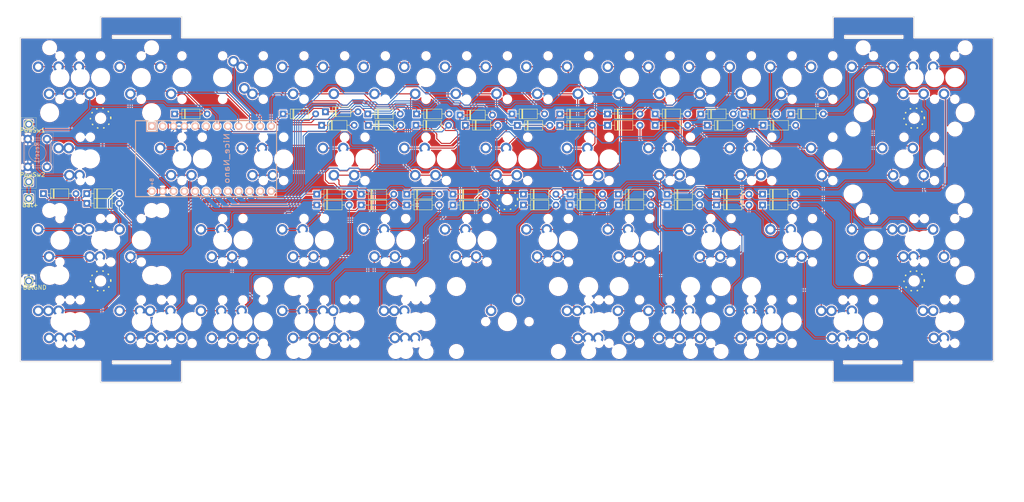
<source format=kicad_pcb>
(kicad_pcb (version 20221018) (generator pcbnew)
  (layers (0 "F.Cu" signal) (31 "B.Cu" signal) (34 "B.Paste" user) (35 "F.Paste" user) (36 "B.SilkS" user "B.Silkscreen") (37 "F.SilkS" user "F.Silkscreen") (38 "B.Mask" user) (39 "F.Mask" user) (44 "Edge.Cuts" user))
  (net 0 "")
  (net 1 "BT+")
  (net 2 "gnd")
  (net 3 "r1")
  (net 4 "Net-(D1_1-A)")
  (net 5 "Net-(D1_2-A)")
  (net 6 "Net-(D1_3-A)")
  (net 7 "Net-(D1_4-A)")
  (net 8 "Net-(D1_5-A)")
  (net 9 "Net-(D1_6-A)")
  (net 10 "Net-(D1_7-A)")
  (net 11 "Net-(D1_8-A)")
  (net 12 "Net-(D1_9-A)")
  (net 13 "Net-(D1_10-A)")
  (net 14 "Net-(D1_11-A)")
  (net 15 "Net-(D1_12-A)")
  (net 16 "r2")
  (net 17 "Net-(D2_1-A)")
  (net 18 "Net-(D2_2-A)")
  (net 19 "Net-(D2_3-A)")
  (net 20 "Net-(D2_4-A)")
  (net 21 "Net-(D2_5-A)")
  (net 22 "Net-(D2_6-A)")
  (net 23 "Net-(D2_7-A)")
  (net 24 "Net-(D2_8-A)")
  (net 25 "Net-(D2_9-A)")
  (net 26 "Net-(D2_10-A)")
  (net 27 "Net-(D2_11-A)")
  (net 28 "r3")
  (net 29 "Net-(D3_1-A)")
  (net 30 "Net-(D3_2-A)")
  (net 31 "Net-(D3_3-A)")
  (net 32 "Net-(D3_4-A)")
  (net 33 "Net-(D3_5-A)")
  (net 34 "Net-(D3_6-A)")
  (net 35 "Net-(D3_7-A)")
  (net 36 "Net-(D3_8-A)")
  (net 37 "Net-(D3_9-A)")
  (net 38 "Net-(D3_10-A)")
  (net 39 "Net-(D3_11-A)")
  (net 40 "Net-(D3_12-A)")
  (net 41 "r4")
  (net 42 "Net-(D4_1-A)")
  (net 43 "Net-(D4_2-A)")
  (net 44 "Net-(D4_3-A)")
  (net 45 "Net-(D4_4-A)")
  (net 46 "Net-(D4_5-A)")
  (net 47 "Net-(D4_6-A)")
  (net 48 "Net-(D4_7-A)")
  (net 49 "Net-(D4_8-A)")
  (net 50 "Net-(D4_9-A)")
  (net 51 "Net-(D4_10-A)")
  (net 52 "Net-(D4_11-A)")
  (net 53 "raw")
  (net 54 "reset")
  (net 55 "c1")
  (net 56 "c2")
  (net 57 "c3")
  (net 58 "c4")
  (net 59 "c5")
  (net 60 "c6")
  (net 61 "c7")
  (net 62 "c8")
  (net 63 "c9")
  (net 64 "C10")
  (net 65 "c11")
  (net 66 "c12")
  (footprint "ScottoKeebs_MX:MX_PCB_1.00u" (layer "F.Cu") (at 90.4875 66.675 90)
    (fp_text reference "S3_4" hide)
    (fp_text value "1u")
  )
  (footprint "ScottoKeebs_MX:MX_PCB_1.00u" (layer "F.Cu") (at 219.075 85.725 90)
    (fp_text reference "S4_10a1" hide)
    (fp_text value "1u")
  )
  (footprint "ScottoKeebs_MX:MX_PCB_1.00u" (layer "F.Cu") (at 147.6375 66.675 90)
    (fp_text reference "S3_7" hide)
    (fp_text value "1u")
  )
  (footprint "ScottoKeebs_MX:MX_PCB_1.75u_90deg" (layer "F.Cu") (at 235.74375 66.675 90)
    (fp_text reference "S3_11b1" hide)
    (fp_text value "1.75u")
  )
  (footprint "ScottoKeebs_Components:Diode_DO-35" (layer "F.Cu") (at 172.72 37.084)
    (fp_text reference "D1_9" hide)
    (fp_text value "Diode")
  )
  (footprint "ScottoKeebs_MX:MX_PCB_1.00u" (layer "F.Cu") (at 114.3 66.675 90)
    (fp_text reference "S3_5b1" hide)
    (fp_text value "1u")
  )
  (footprint "ScottoKeebs_MX:MX_PCB_1.00u" (layer "F.Cu") (at 52.3875 85.725 90)
    (fp_text reference "S4_2" hide)
    (fp_text value "1u")
  )
  (footprint "MountingHole:MountingHole_2.2mm_M2_DIN965" (layer "F.Cu") (at 233.3625 76.2)
    (fp_text reference "REF**" hide)
    (fp_text value "MountingHole_2.2mm_M2_DIN965")
  )
  (footprint "ScottoKeebs_MX:MX_PCB_1.00u" (layer "F.Cu") (at 242.8875 28.575 90)
    (fp_text reference "S1_12" hide)
    (fp_text value "1u")
  )
  (footprint "ScottoKeebs_MX:MX_PCB_1.00u" (layer "F.Cu") (at 152.4 66.675 90)
    (fp_text reference "S3_7b1" hide)
    (fp_text value "1u")
  )
  (footprint "ScottoKeebs_MX:MX_PCB_1.00u" (layer "F.Cu") (at 104.775 47.625 90)
    (fp_text reference "S2_4b1" hide)
    (fp_text value "1u")
  )
  (footprint "ScottoKeebs_MX:MX_PCB_1.00u" (layer "F.Cu") (at 223.8375 28.575 90)
    (fp_text reference "S1_11" hide)
    (fp_text value "1u")
  )
  (footprint "ScottoKeebs_MX:MX_PCB_1.75u_90deg" (layer "F.Cu") (at 40.48125 47.625 90)
    (fp_text reference "S2_1b1" hide)
    (fp_text value "1.75u")
  )
  (footprint "ScottoKeebs_Components:Diode_DO-35" (layer "F.Cu") (at 172.72 39.751)
    (fp_text reference "D2_9" hide)
    (fp_text value "Diode")
  )
  (footprint "ScottoKeebs_MX:MX_PCB_1.00u" (layer "F.Cu") (at 166.6875 28.575 90)
    (fp_text reference "S1_8" hide)
    (fp_text value "1u")
  )
  (footprint "ScottoKeebs_MX:MX_PCB_1.00u" (layer "F.Cu") (at 147.6375 28.575 90)
    (fp_text reference "S1_7" hide)
    (fp_text value "1u")
  )
  (footprint "ScottoKeebs_MX:MX_PCB_1.00u" (layer "F.Cu") (at 157.1625 28.575 90)
    (fp_text reference "S1_7b1" hide)
    (fp_text value "1u")
  )
  (footprint "ScottoKeebs_MX:MX_PCB_1.00u" (layer "F.Cu") (at 223.8375 66.675 90)
    (fp_text reference "S3_11" hide)
    (fp_text value "1u")
  )
  (footprint "ScottoKeebs_MX:MX_PCB_1.25u_90deg" (layer "F.Cu") (at 64.29375 85.725 90)
    (fp_text reference "S4_2c1" hide)
    (fp_text value "1.25u")
  )
  (footprint "ScottoKeebs_Components:Diode_DO-35" (layer "F.Cu") (at 141.859 55.88)
    (fp_text reference "D3_7" hide)
    (fp_text value "Diode")
  )
  (footprint "ScottoKeebs_Components:Diode_DO-35" (layer "F.Cu") (at 105.537 39.751)
    (fp_text reference "D2_3" hide)
    (fp_text value "Diode")
  )
  (footprint "ScottoKeebs_Components:Diode_DO-35" (layer "F.Cu") (at 164.084 58.42)
    (fp_text reference "D4_8" hide)
    (fp_text value "Diode")
  )
  (footprint "ScottoKeebs_MX:MX_PCB_1.50u_90deg" (layer "F.Cu") (at 238.125 28.575 90)
    (fp_text reference "S1_11b1" hide)
    (fp_text value "1.5u")
  )
  (footprint "ScottoKeebs_MX:MX_PCB_2.00u_90deg" (layer "F.Cu") (at 233.3625 28.575 90)
    (fp_text reference "S1_11a1" hide)
    (fp_text value "2u")
  )
  (footprint "ScottoKeebs_Components:Diode_DO-35" (layer "F.Cu") (at 85.598 37.084)
    (fp_text reference "D1_1" hide)
    (fp_text value "Diode")
  )
  (footprint "ScottoKeebs_MX:MX_PCB_1.00u" (layer "F.Cu") (at 95.25 66.675 90)
    (fp_text reference "S3_4b1" hide)
    (fp_text value "1u")
  )
  (footprint "ScottoKeebs_MX:MX_PCB_1.00u" (layer "F.Cu") (at 185.7375 85.725 90)
    (fp_text reference "S4_8" hide)
    (fp_text value "1u")
  )
  (footprint "ScottoKeebs_MX:MX_PCB_1.00u" (layer "F.Cu") (at 80.9625 28.575 90)
    (fp_text reference "S1_3b1" hide)
    (fp_text value "1u")
  )
  (footprint "ScottoKeebs_Components:Diode_DO-35" (layer "F.Cu") (at 141.859 58.42)
    (fp_text reference "D4_6" hide)
    (fp_text value "Diode")
  )
  (footprint "MountingHole:MountingHole_2.2mm_M2_DIN965" (layer "F.Cu") (at 42.8625 38.1)
    (fp_text reference "REF**" hide)
    (fp_text value "MountingHole_2.2mm_M2_DIN965")
  )
  (footprint "ScottoKeebs_MX:MX_PCB_1.00u" (layer "F.Cu") (at 214.3125 47.625 90)
    (fp_text reference "S2_10" hide)
    (fp_text value "1u")
  )
  (footprint "ScottoKeebs_MX:MX_PCB_1.25u_90deg" (layer "F.Cu") (at 216.69375 85.725 90)
    (fp_text reference "S4_10b1" hide)
    (fp_text value "1.25u")
  )
  (footprint "ScottoKeebs_MX:MX_PCB_1.00u" (layer "F.Cu") (at 209.55 66.675 90)
    (fp_text reference "S3_10b1" hide)
    (fp_text value "1u")
  )
  (footprint "ScottoKeebs_Stabilizer:Stabilizer_MX_2.00u" (layer "F.Cu") (at 42.8625 28.575)
    (fp_text reference "REF**" hide)
    (fp_text value "Stabilizer_MX_2.00u")
  )
  (footprint "ScottoKeebs_MX:MX_PCB_1.00u" (layer "F.Cu") (at 33.3375 85.725 90)
    (fp_text reference "S4_1" hide)
    (fp_text value "1u")
  )
  (footprint "ScottoKeebs_MX:MX_PCB_1.00u" (layer "F.Cu") (at 128.5875 28.575 90)
    (fp_text reference "S1_6" hide)
    (fp_text value "1u")
  )
  (footprint "ScottoKeebs_MX:MX_PCB_1.00u" (layer "F.Cu") (at 200.025 85.725 90)
    (fp_text reference "S4_9a1" hide)
    (fp_text value "1u")
  )
  (footprint "ScottoKeebs_Components:Diode_DO-35" (layer "F.Cu") (at 197.993 39.751)
    (fp_text reference "D2_11" hide)
    (fp_text value "Diode")
  )
  (footprint "ScottoKeebs_Stabilizer:Stabilizer_MX_2.00u" (layer "F.Cu") (at 45.24375 66.675)
    (fp_text reference "REF**" hide)
    (fp_text value "Stabilizer_MX_2.00u")
  )
  (footprint "ScottoKeebs_MX:MX_PCB_1.00u" (layer "F.Cu") (at 109.5375 66.675 90)
    (fp_text reference "S3_5" hide)
    (fp_text value "1u")
  )
  (footprint "ScottoKeebs_MX:MX_PCB_2.00u_90deg" (layer "F.Cu") (at 100.0125 85.725 90)
    (fp_text reference "S4_4d1" hide)
    (fp_text value "2u")
  )
  (footprint "ScottoKeebs_MX:MX_PCB_2.25u_90deg" (layer "F.Cu") (at 45.24375 66.675 90)
    (fp_text reference "S3_1b1" hide)
    (fp_text value "2.25u")
  )
  (footprint "ScottoKeebs_Components:Diode_DO-35" (layer "F.Cu") (at 128.27 39.751)
    (fp_text reference "D2_5" hide)
    (fp_text value "Diode")
  )
  (footprint "ScottoKeebs_Components:Diode_DO-35" (layer "F.Cu") (at 39.624 55.753)
    (fp_text reference "D3_2" hide)
    (fp_text value "Diode")
  )
  (footprint "ScottoKeebs_MX:MX_PCB_1.00u" (layer "F.Cu") (at 66.675 47.625 90)
    (fp_text reference "S2_2b1" hide)
    (fp_text value "1u")
  )
  (footprint "ScottoKeebs_MX:MX_PCB_1.00u" (layer "F.Cu") (at 180.975 85.725 90)
    (fp_text reference "S4_8a1" hide)
    (fp_text value "1u")
  )
  (footprint "ScottoKeebs_Components:Diode_DO-35" (layer "F.Cu") (at 29.464 55.753)
    (fp_text reference "D3_1" hide)
    (fp_text value "Diode")
  )
  (footprint "ScottoKeebs_MX:MX_PCB_1.00u" (layer "F.Cu") (at 195.2625 85.725 90)
    (fp_text reference "S4_9b1" hide)
    (fp_text value "1u")
  )
  (footprint "ScottoKeebs_Components:Diode_DO-35" (layer "F.Cu") (at 95.504 36.576)
    (fp_text reference "D1_2" hide)
    (fp_text value "Diode")
  )
  (footprint "ScottoKeebs_Components:Diode_DO-35" (layer "F.Cu") (at 93.472 58.42)
    (fp_text reference "D4_2" hide)
    (fp_text value "Diode")
  )
  (footprint "ScottoKeebs_Stabilizer:Stabilizer_MX_3.00u" (layer "F.Cu") (at 100.0125 85.725 180)
    (fp_text reference "REF**" hide)
    (fp_text value "Stabilizer_MX_3.00u")
  )
  (footprint "ScottoKeebs_MX:MX_PCB_2.75u_90deg" (layer "F.Cu") (at 102.39375 85.725 90)
    (fp_text reference "S4_4c1" hide)
    (fp_text value "2.75u")
  )
  (footprint "ScottoKeebs_MX:MX_PCB_1.00u" (layer "F.Cu") (at 138.1125 85.725)
    (fp_text reference "S4_6" hide)
    (fp_text value "1u")
  )
  (footprint "ScottoKeebs_MX:MX_PCB_1.25u_90deg" (layer "F.Cu") (at 240.50625 85.725 90)
    (fp_text reference "S4_11a1" hide)
    (fp_text value "1.25u")
  )
  (footprint "ScottoKeebs_MX:MX_PCB_1.00u" (layer "F.Cu") (at 142.875 47.625 90)
    (fp_text reference "S2_6b1" hide)
    (fp_text value "1u")
  )
  (footprint "ScottoKeebs_Components:Diode_DO-35" (layer "F.Cu") (at 125.349 55.88)
    (fp_text reference "D3_6" hide)
    (fp_text value "Diode")
  )
  (footprint "ScottoKeebs_Components:Diode_DO-35" (layer "F.Cu") (at 183.388 37.084)
    (fp_text reference "D1_10" hide)
    (fp_text value "Diode")
  )
  (footprint "ScottoKeebs_MX:MX_PCB_1.00u" (layer "F.Cu") (at 180.975 47.625 90)
    (fp_text reference "S2_8b1" hide)
    (fp_text value "1u")
  )
  (footprint "ScottoKeebs_MX:MX_PCB_1.00u" (layer "F.Cu") (at 133.35 66.675 90)
    (fp_text reference "S3_6b1" hide)
    (fp_text value "1u")
  )
  (footprint "ScottoKeebs_Components:Diode_DO-35" (layer "F.Cu") (at 152.781 55.88)
    (fp_text reference "D3_8" hide)
    (fp_text value "Diode")
  )
  (footprint "ScottoKeebs_MX:MX_PCB_1.00u" (layer "F.Cu") (at 176.2125 85.725 90)
    (fp_text reference "S4_8b1" hide)
    (fp_text value "1u")
  )
  (footprint "ScottoKeebs_MX:MX_PCB_1.00u" (layer "F.Cu") (at 90.4875 85.725 90)
    (fp_text reference "S4_4" hide)
    (fp_text value "1u")
  )
  (footprint "ScottoKeebs_Components:Diode_DO-35" (layer "F.Cu") (at 103.886 58.42)
    (fp_text reference "D4_3" hide)
    (fp_text value "Diode")
  )
  (footprint "ScottoKeebs_Stabilizer:Stabilizer_MX_2.00u" (layer "F.Cu") (at 176.2125 85.725 180)
    (fp_text reference "REF**" hide)
    (fp_text value "Stabilizer_MX_2.00u")
  )
  (footprint "ScottoKeebs_MX:MX_PCB_1.00u" (layer "F.Cu") (at 71.4375 66.675 90)
    (fp_text reference "S3_3" hide)
    (fp_text value "1u")
  )
  (footprint "ScottoKeebs_Components:Diode_DO-35" (layer "F.Cu") (at 39.624 58.039)
    (fp_text reference "D4_1" hide)
    (fp_text value "Diode")
  )
  (footprint "ScottoKeebs_MX:MX_PCB_1.00u" (layer "F.Cu") (at 100.0125 47.625 90)
    (fp_text reference "S2_4" hide)
    (fp_text value "1u")
  )
  (footprint "ScottoKeebs_Components:Diode_DO-35" (layer "F.Cu") (at 116.84 37.084)
    (fp_text reference "D1_4" hide)
    (fp_text value "Diode")
  )
  (footprint "ScottoKeebs_MX:MX_PCB_1.00u" (layer "F.Cu") (at 200.025 47.625 90)
    (fp_text reference "S2_9b1" hide)
    (fp_text value "1u")
  )
  (footprint "ScottoKeebs_MX:MX_PCB_1.00u" (layer "F.Cu") (at 214.3125 28.575 90)
    (fp_text reference "S1_10b1" hide)
    (fp_text value "1u")
  )
  (footprint "ScottoKeebs_MX:MX_PCB_2.00u_90deg" (layer "F.Cu") (at 42.8625 28.575 90)
    (fp_text reference "S1_1a1" hide)
    (fp_text value "2u")
  )
  (footprint "ScottoKeebs_Stabilizer:Stabilizer_MX_2.00u" (layer "F.Cu") (at 138.1125 85.725 180)
    (fp_text reference "REF**" hide)
    (fp_text value "Stabilizer_MX_2.00u")
  )
  (footprint "ScottoKeebs_Components:Diode_DO-35" (layer "F.Cu") (at 60.198 37.084)
    (fp_text reference "D2_1" hide)
    (fp_text value "Diode")
  )
  (footprint "ScottoKeebs_MX:MX_PCB_1.00u" (layer "F.Cu") (at 171.45 66.675 90)
    (fp_text reference "S3_8b1" hide)
    (fp_text value "1u")
  )
  (footprint "ScottoKeebs_MX:MX_PCB_1.00u" (layer "F.Cu") (at 71.4375 85.725 90)
    (fp_text reference "S4_3" hide)
    (fp_text value "1u")
  )
  (footprint "ScottoKeebs_Stabilizer:Stabilizer_MX_2.00u" (layer "F.Cu") (at 100.0125 85.725 180)
    (fp_text reference "REF**" hide)
    (fp_text value "Stabilizer_MX_2.00u")
  )
  (footprint "ScottoKeebs_Components:Diode_DO-35" (layer "F.Cu") (at 127 37.338)
    (fp_text reference "D1_5" hide)
    (fp_text value "Diode")
  )
  (footprint "ScottoKeebs_MX:MX_PCB_1.00u" (layer "F.Cu") (at 176.2125 28.575 90)
    (fp_text reference "S1_8b1" hide)
    (fp_text value "1u")
  )
  (footprint "ScottoKeebs_Components:Diode_DO-35" (layer "F.Cu") (at 197.866 58.42)
    (fp_text reference "D4_11" hide)
    (fp_text value "Diode")
  )
  (footprint "ScottoKeebs_MX:MX_PCB_1.25u_90deg" (layer "F.Cu") (at 159.54375 85.725 90)
    (fp_text reference "S4_7a1" hide)
    (fp_text value "1.25u")
  )
  (footprint "ScottoKeebs_MX:MX_PCB_1.50u_90deg" (layer "F.Cu") (at 114.3 85.725 90)
    (fp_text reference "S4_5" hide)
    (fp_text value "1.5u")
  )
  (footprint "ScottoKeebs_MX:MX_PCB_1.00u" (layer "F.Cu") (at 76.2 66.675 90)
    (fp_text reference "S3_3b1" hide)
    (fp_text value "1u")
  )
  (footprint "ScottoKeebs_MX:MX_PCB_1.50u_90deg" (layer "F.Cu") (at 38.1 47.625 90)
    (fp_text reference "S2_1" hide)
    (fp_text value "1.5u")
  )
  (footprint "ScottoKeebs_Components:Diode_DO-35" (layer "F.Cu") (at 164.084 55.88)
    (fp_text reference "D3_9" hide)
    (fp_text value "Diode")
  )
  (footprint "ScottoKeebs_Components:Diode_DO-35" (layer "F.Cu") (at 114.554 58.42)
    (fp_text reference "D4_4" hide)
    (fp_text value "Diode")
  )
  (footprint "ScottoKeebs_MX:MX_PCB_1.00u" (layer "F.Cu") (at 223.8375 85.725 90)
    (fp_text reference "S4_10" hide)
    (fp_text value "1u")
  )
  (footprint "ScottoKeebs_MX:MX_PCB_1.00u" (layer "F.Cu") (at 52.3875 66.675 90)
    (fp_text reference "S3_2" hide)
    (fp_text value "1u")
  )
  (footprint "ScottoKeebs_MX:MX_PCB_1.00u" (layer "F.Cu") (at 123.825 47.625 90)
    (fp_text reference "S2_5b1" hide)
    (fp_text value "1u")
  )
  (footprint "ScottoKeebs_MX:MX_PCB_1.00u" (layer "F.Cu") (at 242.8875 66.675 90)
    (fp_text reference "S3_12" hide)
    (fp_text value "1u")
  )
  (footprint "ScottoKeebs_MX:MX_PCB_1.00u" (layer "F.Cu") (at 33.3375 66.675 90)
    (fp_text reference "S3_1" hide)
    (fp_text value "1u")
  )
  (footprint "Connector_Wire:SolderWire-0.5sqmm_1x01_D0.9mm_OD2.1mm" (layer "F.Cu") (at 26.035 56.896 90)
    (fp_text reference "Bat+")
    (fp_text value "MountingHole_Pad" hide)
  )
  (footprint "ScottoKeebs_MX:MX_PCB_1.00u" (layer "F.Cu") (at 185.7375 28.575 90)
    (fp_text reference "S1_9" hide)
    (fp_text value "1u")
  )
  (footprint "MountingHole:MountingHole_2.2mm_M2_DIN965" (layer "F.Cu") (at 138.049 57.15)
    (fp_text reference "REF**" hide)
    (fp_text value "MountingHole_2.2mm_M2_DIN965")
  )
  (footprint "ScottoKeebs_Components:Diode_DO-35" (layer "F.Cu") (at 193.548 37.084)
    (fp_text reference "D1_11" hide)
    (fp_text value "Diode")
  )
  (footprint "ScottoKeebs_MX:MX_PCB_1.25u_90deg" (layer "F.Cu") (at 59.53125 85.725 90)
    (fp_text reference "S4_2b1" hide)
    (fp_text value "1.25u")
  )
  (footprint "ScottoKeebs_MX:MX_PCB_2.25u_90deg" (layer "F.Cu") (at 230.98125 47.625 90)
    (fp_text reference "S2_10b1" hide)
    (fp_text value "2.25u")
  )
  (footprint "ScottoKeebs_Components:Diode_DO-35" (layer "F.Cu") (at 152.781 58.42)
    (fp_text reference "D4_7" hide)
    (fp_text value "Diode")
  )
  (footprint "ScottoKeebs_Stabilizer:Stabilizer_MX_2.00u" (layer "F.Cu") (at 233.3625 28.575)
    (fp_text reference "REF**" hide)
    (fp_text value "Stabilizer_MX_2.00u")
  )
  (footprint "ScottoKeebs_MX:MX_PCB_1.50u_90deg" (layer "F.Cu") (at 161.925 85.725 90)
    (fp_text reference "S4_7" hide)
    (fp_text value "1.5u")
  )
  (footprint "ScottoKeebs_MX:MX_PCB_1.25u_90deg" (layer "F.Cu") (at 35.71875 85.725 90)
    (fp_text reference "S4_1a1" hide)
    (fp_text value "1.25u")
  )
  (footprint "ScottoKeebs_MX:MX_PCB_1.00u" (layer "F.Cu") (at 138.1125 47.625 90)
    (fp_text reference "S2_6" hide)
    (fp_text value "1u")
  )
  (footprint "ScottoKeebs_Components:Diode_DO-35" (layer "F.Cu") (at 114.554 55.88)
    (fp_text reference "D3_5" hide)
    (fp_text value "Diode")
  )
  (footprint "ScottoKeebs_MX:MX_PCB_1.00u" (layer "F.Cu") (at 119.0625 85.725 90)
    (fp_text reference "S4_5b1" hide)
    (fp_text value "1u")
  )
  (footprint "ScottoKeebs_MX:MX_PCB_1.50u_90deg" (layer "F.Cu") (at 38.1 85.725 90)
    (fp_text reference "S4_1c1" hide)
    (fp_text value "1.5u")
  )
  (footprint "ScottoKeebs_MX:MX_PCB_1.00u" (layer "F.Cu") (at 119.0625 47.625 90)
    (fp_text reference "S2_5" hide)
    (fp_text value "1u")
  )
  (footprint "ScottoKeebs_MX:MX_PCB_1.00u" (layer "F.Cu") (at 57.15 85.725 90)
    (fp_text reference "S4_2a1" hide)
    (fp_text value "1u")
  )
  (footprint "ScottoKeebs_Components:Diode_DO-35" (layer "F.Cu") (at 125.349 58.42)
    (fp_text reference "D4_5" hide)
    (fp_text value "Diode")
  )
  (footprint "ScottoKeebs_MX:MX_PCB_1.00u" (layer "F.Cu") (at 195.2625 28.575 90)
    (fp_text reference "S1_9b1" hide)
    (fp_text value "1u")
  )
  (footprint "MountingHole:MountingHole_2.2mm_M2_DIN965" (layer "F.Cu") (at 233.3625 38.1)
    (fp_text reference "REF**" hide)
    (fp_text value "MountingHole_2.2mm_M2_DIN965")
  )
  (footprint "ScottoKeebs_MX:MX_PCB_1.00u" (layer "F.Cu") (at 157.1625 85.725 90)
    (fp_text reference "S4_7b1" hide)
    (fp_text value "1u")
  )
  (footprint "ScottoKeebs_Components:Diode_DO-35" (layer "F.Cu") (at 94.615 39.751)
    (fp_text reference "D2_2" hide)
    (fp_text value "Diode")
  )
  (footprint "ScottoKeebs_MX:MX_PCB_1.00u" (layer "F.Cu") (at 185.7375 66.675 90)
    (fp_text reference "S3_9" hide)
    (fp_text value "1u")
  )
  (footprint "ScottoKeebs_Components:Diode_DO-35" (layer "F.Cu") (at 187.071 58.42)
    (fp_text reference "D4_10" hide)
    (fp_text value "Diode")
  )
  (footprint "ScottoKeebs_MX:MX_PCB_1.00u" (layer "F.Cu") (at 95.25 85.725 90)
    (fp_text reference "S4_4a1" hide)
    (fp_text value "1u")
  )
  (footprint "ScottoKeebs_Stabilizer:Stabilizer_MX_2.00u" (layer "F.Cu") (at 169.06875 85.725 180)
    (fp_text reference "REF**" hide)
    (fp_text value "Stabilizer_MX_2.00u")
  )
  (footprint "ScottoKeebs_Stabilizer:Stabilizer_MX_2.00u" (layer "F.Cu") (at 42.8625 66.675)
    (fp_text reference "REF**" hide)
    (fp_text value "Stabilizer_MX_2.00u")
  )
  (footprint "Connector_Wire:SolderWire-0.5sqmm_1x01_D0.9mm_OD2.1mm" (layer "F.Cu") (at 26.035 39.497)
    (fp_text reference "PowSw1")
    (fp_text value "MountingHole_Pad" hide)
  )
  (footprint "ScottoKeebs_MX:MX_PCB_1.00u" (layer "F.Cu") (at 61.9125 28.575 90)
    (fp_text reference "S1_2b1" hide)
    (fp_text value "1u")
  )
  (footprint "ScottoKeebs_MX:MX_PCB_1.00u" (layer "F.Cu") (at 166.6875 66.675 90)
    (fp_text reference "S3_8" hide)
    (fp_text value "1u")
  )
  (footprint "ScottoKeebs_MX:MX_PCB_1.00u" (layer "F.Cu") (at 204.7875 28.575 90)
    (fp_text reference "S1_10" hide)
    (fp_text value "1u")
  )
  (footprint "ScottoKeebs_Components:Diode_DO-35" (layer "F.Cu") (at 175.514 58.42)
    (fp_text reference "D4_9" hide)
    (fp_text value "Diode")
  )
  (footprint "ScottoKeebs_Components:Diode_DO-35" (layer "F.Cu") (at 187.071 55.88)
    (fp_text reference "D3_11" hide)
    (fp_text value "Diode")
  )
  (footprint "ScottoKeebs_MX:MX_PCB_1.00u" (layer "F.Cu") (at 80.9625 85.725 90)
    (fp_text reference "S4_3b1" hide)
    (fp_text value "1u")
  )
  (footprint "ScottoKeebs_Components:Diode_DO-35" (layer "F.Cu") (at 150.368 39.751)
    (fp_text reference "D2_7" hide)
    (fp_text value "Diode")
  )
  (footprint "ScottoKeebs_MX:MX_PCB_1.00u" (layer "F.Cu") (at 71.4375 28.575 -90)
    (fp_text reference "S1_3" hide)
    (fp_text value "1u")
  )
  (footprint "ScottoKeebs_MX:MX_PCB_1.00u" (layer "F.Cu") (at 100.0125 28.575 90)
    (fp_text reference "S1_4b1" hide)
    (fp_text value "1u")
  )
  (footprint "ScottoKeebs_MX:MX_PCB_2.00u_90deg" (layer "F.Cu") (at 233.3625 66.675 90)
    (fp_text reference "S3_11a1" hide)
    (fp_text value "2u")
  )
  (footprint "ScottoKeebs_Components:Diode_DO-35" (layer "F.Cu") (at 93.472 55.88)
    (fp_text reference "D3_3" hide)
    (fp_text value "Diode")
  )
  (footprint "ScottoKeebs_MX:MX_PCB_1.00u" (layer "F.Cu") (at 128.5875 66.675 90)
    (fp_text reference "S3_6" hide)
    (fp_text value "1u")
  )
  (footprint "ScottoKeebs_MX:MX_PCB_1.00u" (layer "F.Cu") (at 138.1125 28.575 90)
    (fp_text reference "S1_6b1" hide)
    (fp_text value "1u")
  )
  (footprint "ScottoKeebs_Components:Diode_DO-35" (layer "F.Cu") (at 197.866 55.88)
    (fp_text reference "D3_12" hide)
    (fp_text value "Diode")
  )
  (footprint "Connector_Wire:SolderWire-0.5sqmm_1x01_D0.9mm_OD2.1mm" (layer "F.Cu") (at 26.035 76.2)
    (fp_text reference "BatGND")
    (fp_text value "MountingHole_Pad" hide)
  )
  (footprint "ScottoKeebs_Components:Diode_DO-35" (layer "F.Cu") (at 105.41 37.084)
    (fp_text reference "D1_3" hide)
    (fp_text value "Diode")
  )
  (footprint "ScottoKeebs_MX:MX_PCB_1.00u" (layer "F.Cu") (at 90.4875 28.575 90)
    (fp_text reference "S1_4" hide)
    (fp_text value "1u")
  )
  (footprint "ScottoKeebs_Components:Diode_DO-35" (layer "F.Cu") (at 184.912 39.751)
    (fp_text reference "D2_10" hide)
    (fp_text value "Diode")
  )
  (footprint "ScottoKeebs_MX:MX_PCB_1.00u" (layer "F.Cu") (at 176.2125 47.625 90)
    (fp_text reference "S2_8" hide)
    (fp_text value "1u")
  )
  (footprint "ScottoKeebs_Components:Diode_DO-35" (layer "F.Cu") (at 116.713 39.751)
    (fp_text reference "D2_4" hide)
    (fp_text value "Diode")
  )
  (footprint "ScottoKeebs_MX:MX_PCB_1.50u_90deg" (layer "F.Cu") (at 238.125 47.625 90)
    (fp_text reference "S2_11" hide)
    (fp_text value "1.5u")
  )
  (footprint "ScottoKeebs_MX:MX_PCB_1.00u" (layer "F.Cu") (at 109.5375 28.575 90)
    (fp_text reference "S1_5" hide)
    (fp_text value "1u")
  )
  (footprint "ScottoKeebs_MX:MX_PCB_2.25u_90deg" (layer "F.Cu") (at 169.06875 85.725 90)
    (fp_text reference "S4_8c1" hide)
    (fp_text value "2.25u")
  )
  (footprint "ScottoKeebs_MX:MX_PCB_1.00u" (layer "F.Cu") (at 33.3375 28.575 90)
    (fp_text reference "S1_1" hide)
    (fp_text value "1u")
  )
  (footprint "ScottoKeebs_MX:MX_PCB_1.00u" (layer "F.Cu") (at 204.7875 66.675 90)
    (fp_text reference "S3_10" hide)
    (fp_text value "1u")
  )
  (footprint "ScottoKeebs_Stabilizer:Stabilizer_MX_3.00u" (layer "F.Cu") (at 176.2125 85.725 180)
    (fp_text reference "REF**" hide)
    (fp_text value "Stabilizer_MX_3.00u")
  )
  (footprint "ScottoKeebs_Stabilizer:Stabilizer_MX_2.00u" (layer "F.Cu") (at 230.98125 47.625)
    (fp_text reference "REF**" hide)
    (fp_text value "Stabilizer_MX_2.00u")
  )
  (footprint "ScottoKeebs_MX:MX_PCB_1.00u" (layer "F.Cu") (at 80.9625 47.625 90)
    (fp_text reference "S2_3" hide)
    (fp_text value "1u")
  )
  (footprint "ScottoKeebs_MX:MX_PCB_1.00u" (layer "F.Cu") (at 52.3875 28.575 90)
    (fp_text reference "S1_2" hide)
    (fp_text value "1u")
  )
  (footprint "ScottoKeebs_Components:Diode_DO-35" (layer "F.Cu") (at 175.514 55.88)
    (fp_text reference "D3_10" hide)
    (fp_text value "Diode")
  )
  (footprint "ScottoKeebs_MX:MX_PCB_1.50u_90deg" (layer "F.Cu") (at 38.1 28.575 90)
    (fp_text reference "S1_1b1" hide)
    (fp_text value "1.5u")
  )
  (footprint "ScottoKeebs_Stabilizer:Stabilizer_MX_2.00u" (layer "F.Cu") (at 102.39375 85.725 180)
    (fp_text reference "REF**" hide)
    (fp_text value "Stabilizer_MX_2.00u")
  )
  (footprint "ScottoKeebs_MX:MX_PCB_1.00u" (layer "F.Cu") (at 76.2 85.725 90)
    (fp_text reference "S4_3a1" hide)
    (fp_text value "1u")
  )
  (footprint "ScottoKeebs_MX:MX_PCB_1.00u" (layer "F.Cu") (at 61.9125 47.625 90)
    (fp_text reference "S2_2" hide)
    (fp_text value "1u")
  )
  (footprint "ScottoKeebs_MX:MX_PCB_1.00u" (layer "F.Cu") (at 204.7875 85.725 90)
    (fp_text reference "S4_9" hide)
    (fp_text value "1u")
  )
  (footprint "ScottoKeebs_MX:MX_PCB_2.00u_90deg" (layer "F.Cu") (at 42.8625 66.675 90)
    (fp_text reference "S3_1a1" hide)
    (fp_text value "2u")
  )
  (footprint "MountingHole:MountingHole_2.2mm_M2_DIN965" (layer "F.Cu") (at 42.8625 76.2)
    (fp_text reference "REF**" hide)
    (fp_text value "MountingHole_2.2mm_M2_DIN965")
  )
  (footprint "ScottoKeebs_Components:Diode_DO-35" (layer "F.Cu") (at 161.544 39.751)
    (fp_text reference "D2_8" hide)
    (fp_text value "Diode")
  )
  (footprint "ScottoKeebs_Components:Diode_DO-35" (layer "F.Cu") (at 161.544 37.084)
    (fp_text reference "D1_8" hide)
    (fp_text value "Diode")
  )
  (footprint "ScottoKeebs_MX:MX_PCB_1.00u" (layer "F.Cu") (at 161.925 47.625 90)
    (fp_text reference "S2_7b1" hide)
    (fp_text value "1u")
  )
  (footprint "ScottoKeebs_Components:Diode_DO-35" (layer "F.Cu") (at 204.47 37.084)
    (fp_text reference "D1_12" hide)
    (fp_text value "Diode")
  )
  (footprint "ScottoKeebs_MX:MX_PCB_1.00u" (layer "F.Cu") (at 157.1625 47.625 90)
    (fp_text reference "S2_7" hide)
    (fp_text value "1u")
  )
  (footprint "ScottoKeebs_MX:MX_PCB_1.00u" (layer "F.Cu") (at 190.5 66.675 90)
    (fp_text reference "S3_9b1" hide)
    (fp_text value "1u")
  )
  (footprint "ScottoKeebs_Components:Diode_DO-35" (layer "F.Cu") (at 103.886 55.88)
    (fp_text reference "D3_4" hide)
    (fp_text value "Diode")
  )
  (footprint "Connector_Wire:SolderWire-0.5sqmm_1x01_D0.9mm_OD2.1mm" (layer "F.Cu") (at 26.035 52.959)
    (fp_text reference "PowSw2")
    (fp_text value "MountingHole_Pad" hide)
  )
  (footprint "ScottoKeebs_Components:Diode_DO-35" (layer "F.Cu") (at 139.192 37.084)
    (fp_text reference "D1_6" hide)
    (fp_text value "Diode")
  )
  (footprint "ScottoKeebs_MX:MX_PCB_1.00u" (layer "F.Cu") (at 195.2625 47.625 90)
    (fp_text reference "S2_9" hide)
    (fp_text value "1u")
  )
  (footprint "ScottoKeebs_MX:MX_PCB_1.00u" (layer "F.Cu") (at 242.8875 85.725 90)
    (fp_text reference "S4_11" hide)
    (fp_text value "1u")
  )
  (footprint "ScottoKeebs_MX:MX_PCB_1.00u" (layer "F.Cu") (at 85.725 47.625 90)
    (fp_text reference "S2_3b1" hide)
    (fp_text value "1u")
  )
  (footprint "ScottoKeebs_Components:Diode_DO-35" (layer "F.Cu") (at 150.368 37.084)
    (fp_text reference "D1_7" hide)
    (fp_text value "Diode")
  )
  (footprint "ScottoKeebs_MX:MX_PCB_1.00u" (layer "F.Cu") (at 119.0625 28.575 90)
    (fp_text reference "S1_5b1" hide)
    (fp_text value "1u")
  )
  (footprint "ScottoKeebs_Stabilizer:Stabilizer_MX_2.00u" (layer "F.Cu") (at 233.3625 66.675)
    (fp_text reference "REF**" hide)
    (fp_text value "Stabilizer_MX_2.00u")
  )
  (footprint "ScottoKeebs_MX:MX_PCB_1.25u_90deg" (layer "F.Cu") (at 116.68125 85.725 90)
    (fp_text reference "S4_5a1" hide)
    (fp_text value "1.25u")
  )
  (footprint "ScottoKeebs_Components:Diode_DO-35" (layer "F.Cu") (at 140.44 39.77)
    (fp_text reference "D2_6" hide)
    (fp_text value "Diode")
  )
  (footprint "ScottoKeebs_MCU:Nice_Nano_V2" (layer "B.Cu") (at 68.834 47.5742 -90)
    (fp_text reference "U1" hide)
    (fp_text value "Nice_Nano")
  )
  (footprint "Button_Switch_THT:SW_PUSH_6mm_H4.3mm" (layer "B.Cu") (at 25.817 42.978 -90)
    (fp_text reference "Reset1")
    (fp_text value "SW_Push" hide)
  )
  (gr_circle (center 26.035 76.2) (end 26.67 76.835) (stroke (width 0.15)) (fill none) (layer "F.SilkS"))
  (gr_circle (center 26.035 39.497) (end 26.924 39.497) (stroke (width 0.15)) (fill none) (layer "F.SilkS"))
  (gr_circle (center 26.035 52.959) (end 26.924 52.959) (stroke (width 0.15)) (fill none) (layer "F.SilkS"))
  (gr_circle (center 233.3625 38.1) (end 235.74375 38.1) (stroke (width 0.35) (type dot)) (fill none) (layer "F.SilkS"))
  (gr_circle (center 138.1125 57.15) (end 140.49375 57.15) (stroke (width 0.35) (type dot)) (fill none) (layer "F.SilkS"))
  (gr_circle (center 26.035 56.896) (end 26.67 57.531) (stroke (width 0.15)) (fill none) (layer "F.SilkS"))
  (gr_circle (center 42.8625 38.1) (end 45.24375 38.1) (stroke (width 0.35) (type dot)) (fill none) (layer "F.SilkS"))
  (gr_circle (center 42.8625 76.2) (end 45.24375 76.2) (stroke (width 0.35) (type dot)) (fill none) (layer "F.SilkS"))
  (gr_circle (center 233.3625 76.2) (end 235.74375 76.2) (stroke (width 0.35) (type dot)) (fill none) (layer "F.SilkS"))
  (gr_line (start 214.3 95.1) (end 214.3 100.0125) (stroke (width 0.1)) (layer "Edge.Cuts"))
  (gr_line (start 214.3125 14.2875) (end 214.3125 19.2) (stroke (width 0.1)) (layer "Edge.Cuts"))
  (gr_line (start 214.3 95.1) (end 61.9 95.1) (stroke (width 0.1)) (layer "Edge.Cuts"))
  (gr_line (start 252 95.1) (end 252 19.2) (stroke (width 0.1)) (layer "Edge.Cuts"))
  (gr_line (start 42.8 100.0125) (end 61.9 100.0125) (stroke (width 0.1)) (layer "Edge.Cuts"))
  (gr_line (start 42.8 100.0125) (end 42.8 95.1) (stroke (width 0.1)) (layer "Edge.Cuts"))
  (gr_line (start 42.8 19.2) (end 42.8 14.2875) (stroke (width 0.1)) (layer "Edge.Cuts"))
  (gr_line (start 252 95.1) (end 233.4 95.1) (stroke (width 0.1)) (layer "Edge.Cuts"))
  (gr_line (start 42.8 14.2875) (end 61.9 14.2875) (stroke (width 0.1)) (layer "Edge.Cuts"))
  (gr_line (start 24 19.2) (end 42.8 19.2) (stroke (width 0.1)) (layer "Edge.Cuts"))
  (gr_line (start 61.9 100.0125) (end 61.9 95.1) (stroke (width 0.1)) (layer "Edge.Cuts"))
  (gr_line (start 24 95.1) (end 24 19.2) (stroke (width 0.1)) (layer "Edge.Cuts"))
  (gr_poly (pts (xy 45.72 18.796) (xy 59.182 18.796) (xy 59.182 19.304) (xy 45.72 19.304)) (stroke (width 0.1)) (fill none) (layer "Edge.Cuts"))
  (gr_line (start 233.3625 14.2875) (end 214.3125 14.2875) (stroke (width 0.1)) (layer "Edge.Cuts"))
  (gr_line (start 233.4 100.0125) (end 214.3 100.0125) (stroke (width 0.1)) (layer "Edge.Cuts"))
  (gr_poly (pts (xy 217.17 18.796) (xy 230.632 18.796) (xy 230.632 19.304) (xy 217.17 19.304)) (stroke (width 0.1)) (fill none) (layer "Edge.Cuts"))
  (gr_poly (pts (xy 45.72 94.996) (xy 59.182 94.996) (xy 59.182 95.504) (xy 45.72 95.504)) (stroke (width 0.1)) (fill none) (layer "Edge.Cuts"))
  (gr_line (start 61.9 14.2875) (end 61.9 19.2) (stroke (width 0.1)) (layer "Edge.Cuts"))
  (gr_line (start 233.3625 19.2) (end 233.3625 14.2875) (stroke (width 0.1)) (layer "Edge.Cuts"))
  (gr_line (start 61.9 19.2) (end 214.3125 19.2) (stroke (width 0.1)) (layer "Edge.Cuts"))
  (gr_line (start 233.4 95.1) (end 233.4 100.0125) (stroke (width 0.1)) (layer "Edge.Cuts"))
  (gr_line (start 233.3625 19.2) (end 252 19.2) (stroke (width 0.1)) (layer "Edge.Cuts"))
  (gr_line (start 42.8 95.1) (end 24 95.1) (stroke (width 0.1)) (layer "Edge.Cuts"))
  (gr_poly (pts (xy 216.916 94.996) (xy 230.378 94.996) (xy 230.378 95.504) (xy 216.916 95.504)) (stroke (width 0.1)) (fill none) (layer "Edge.Cuts"))
  (segment (start 26.035 52.959) (end 26.035 56.896) (width 0.5) (layer "B.Cu") (net 1))
  (segment (start 26.035 60.706) (end 27.94 58.801) (width 0.5) (layer "B.Cu") (net 2))
  (segment (start 27.94 54.229) (end 28.321 53.848) (width 0.5) (layer "B.Cu") (net 2))
  (segment (start 30.607 53.848) (end 30.988 54.229) (width 0.25) (layer "B.Cu") (net 2))
  (segment (start 62.484 39.9542) (end 59.944 39.9542) (width 0.25) (layer "B.Cu") (net 2))
  (segment (start 27.94 58.801) (end 27.94 54.229) (width 0.5) (layer "B.Cu") (net 2))
  (segment (start 57.404 55.1942) (end 58.9788 56.769) (width 0.25) (layer "B.Cu") (net 2))
  (segment (start 60.833 56.769) (end 61.214 56.388) (width 0.25) (layer "B.Cu") (net 2))
  (segment (start 58.9788 56.769) (end 60.833 56.769) (width 0.25) (layer "B.Cu") (net 2))
  (segment (start 59.944 41.016) (end 59.944 39.9542) (width 0.25) (layer "B.Cu") (net 2))
  (segment (start 30.988 54.229) (end 53.213 54.229) (width 0.5) (layer "B.Cu") (net 2))
  (segment (start 60.325 53.467) (end 59.055 53.467) (width 0.25) (layer "B.Cu") (net 2))
  (segment (start 59.055 53.467) (end 54.59 49.002) (width 0.25) (layer "B.Cu") (net 2))
  (segment (start 61.214 54.356) (end 60.325 53.467) (width 0.25) (layer "B.Cu") (net 2))
  (segment (start 56.45 42.19) (end 58.77 42.19) (width 0.25) (layer "B.Cu") (net 2))
  (segment (start 61.214 56.388) (end 61.214 54.356) (width 0.25) (layer "B.Cu") (net 2))
  (segment (start 54.59 44.05) (end 56.45 42.19) (width 0.25) (layer "B.Cu") (net 2))
  (segment (start 25.817 42.978) (end 25.817 49.478) (width 0.25) (layer "B.Cu") (net 2))
  (segment (start 28.321 53.848) (end 30.607 53.848) (width 0.5) (layer "B.Cu") (net 2))
  (segment (start 53.975 53.467) (end 55.6768 53.467) (width 0.5) (layer "B.Cu") (net 2))
  (segment (start 25.817 49.478) (end 26.237 49.478) (width 0.25) (layer "B.Cu") (net 2))
  (segment (start 55.6768 53.467) (end 57.404 55.1942) (width 0.5) (layer "B.Cu") (net 2))
  (segment (start 26.035 76.2) (end 26.035 60.706) (width 0.5) (layer "B.Cu") (net 2))
  (segment (start 53.213 54.229) (end 53.975 53.467) (width 0.5) (layer "B.Cu") (net 2))
  (segment (start 54.59 49.002) (end 54.59 44.05) (width 0.25) (layer "B.Cu") (net 2))
  (segment (start 26.237 49.478) (end 30.988 54.229) (width 0.5) (layer "B.Cu") (net 2))
  (segment (start 58.77 42.19) (end 59.944 41.016) (width 0.25) (layer "B.Cu") (net 2))
  (segment (start 95.504 36.576) (end 94.742 35.814) (width 0.25) (layer "F.Cu") (net 3))
  (segment (start 98.298 36.576) (end 95.504 36.576) (width 0.25) (layer "F.Cu") (net 3))
  (segment (start 193.548 37.084) (end 192.278 35.814) (width 0.25) (layer "F.Cu") (net 3))
  (segment (start 92.71 35.814) (end 91.44 37.084) (width 0.25) (layer "F.Cu") (net 3))
  (segment (start 204.47 37.084) (end 203.2 38.354) (width 0.25) (layer "F.Cu") (net 3))
  (segment (start 127 40.08) (end 126.11 40.97) (width 0.25) (layer "F.Cu") (net 3))
  (segment (start 105.41 37.084) (end 103.632 35.306) (width 0.25) (layer "F.Cu") (net 3))
  (segment (start 192.278 35.814) (end 184.658 35.814) (width 0.25) (layer "F.Cu") (net 3))
  (segment (start 98.806 36.068) (end 98.298 36.576) (width 0.25) (layer "F.Cu") (net 3))
  (segment (start 103.632 35.306) (end 102.616 35.306) (width 0.25) (layer "F.Cu") (net 3))
  (segment (start 123.66 40.97) (end 119.774 37.084) (width 0.25) (layer "F.Cu") (net 3))
  (segment (start 140.462 38.354) (end 139.192 37.084) (width 0.25) (layer "F.Cu") (net 3))
  (segment (start 127 37.338) (end 127 40.08) (width 0.25) (layer "F.Cu") (net 3))
  (segment (start 126.11 40.97) (end 123.66 40.97) (width 0.25) (layer "F.Cu") (net 3))
  (segment (start 150.368 37.084) (end 149.098 38.354) (width 0.25) (layer "F.Cu") (net 3))
  (segment (start 91.44 37.084) (end 85.598 37.084) (width 0.25) (layer "F.Cu") (net 3))
  (segment (start 102.616 35.306) (end 101.854 36.068) (width 0.25) (layer "F.Cu") (net 3))
  (segment (start 119.774 37.084) (end 116.84 37.084) (width 0.25) (layer "F.Cu") (net 3))
  (segment (start 184.658 35.814) (end 183.388 37.084) (width 0.25) (layer "F.Cu") (net 3))
  (segment (start 194.818 38.354) (end 193.548 37.084) (width 0.25) (layer "F.Cu") (net 3))
  (segment (start 101.854 36.068) (end 98.806 36.068) (width 0.25) (layer "F.Cu") (net 3))
  (segment (start 149.098 38.354) (end 140.462 38.354) (width 0.25) (layer "F.Cu") (net 3))
  (segment (start 127 37.338) (end 126.542 37.338) (width 0.25) (layer "F.Cu") (net 3))
  (segment (start 94.742 35.814) (end 92.71 35.814) (width 0.25) (layer "F.Cu") (net 3))
  (segment (start 203.2 38.354) (end 194.818 38.354) (width 0.25) (layer "F.Cu") (net 3))
  (segment (start 136.18 35.15) (end 131.22 35.15) (width 0.25) (layer "B.Cu") (net 3))
  (segment (start 131.22 35.15) (end 129.032 37.338) (width 0.25) (layer "B.Cu") (net 3))
  (segment (start 172.72 37.084) (end 173.99 38.354) (width 0.25) (layer "B.Cu") (net 3))
  (segment (start 84.074 40.894) (end 84.074 38.608) (width 0.25) (layer "B.Cu") (net 3))
  (segment (start 167.386 37.084) (end 161.544 37.084) (width 0.25) (layer "B.Cu") (net 3))
  (segment (start 112.27 35.59) (end 116.51 35.59) (width 0.25) (layer "B.Cu") (net 3))
  (segment (start 159.766 37.084) (end 158.592 35.91) (width 0.25) (layer "B.Cu") (net 3))
  (segment (start 84.074 38.608) (end 85.598 37.084) (width 0.25) (layer "B.Cu") (net 3))
  (segment (start 156.21 37.084) (end 150.368 37.084) (width 0.25) (layer "B.Cu") (net 3))
  (segment (start 83.693 41.275) (end 84.074 40.894) (width 0.25) (layer "B.Cu") (net 3))
  (segment (start 171.45 35.814) (end 168.656 35.814) (width 0.25) (layer "B.Cu") (net 3))
  (segment (start 139.192 37.084) (end 138.114 37.084) (width 0.25) (layer "B.Cu") (net 3))
  (segment (start 182.118 38.354) (end 183.388 37.084) (width 0.25) (layer "B.Cu") (net 3))
  (segment (start 72.644 39.9542) (end 73.9648 41.275) (width 0.25) (layer "B.Cu") (net 3))
  (segment (start 116.51 35.59) (end 116.84 35.92) (width 0.25) (layer "B.Cu") (net 3))
  (segment (start 138.114 37.084) (end 136.18 35.15) (width 0.25) (layer "B.Cu") (net 3))
  (segment (start 172.72 37.084) (end 171.45 35.814) (width 0.25) (layer "B.Cu") (net 3))
  (segment (start 158.592 35.91) (end 157.384 35.91) (width 0.25) (layer "B.Cu") (net 3))
  (segment (start 157.384 35.91) (end 156.21 37.084) (width 0.25) (layer "B.Cu") (net 3))
  (segment (start 129.032 37.338) (end 127 37.338) (width 0.25) (layer "B.Cu") (net 3))
  (segment (start 168.656 35.814) (end 167.386 37.084) (width 0.25) (layer "B.Cu") (net 3))
  (segment (start 116.84 35.92) (end 116.84 37.084) (width 0.25) (layer "B.Cu") (net 3))
  (segment (start 110.93 36.93) (end 112.27 35.59) (width 0.25) (layer "B.Cu") (net 3))
  (segment (start 105.564 36.93) (end 110.93 36.93) (width 0.25) (layer "B.Cu") (net 3))
  (segment (start 173.99 38.354) (end 182.118 38.354) (width 0.25) (layer "B.Cu") (net 3))
  (segment (start 161.544 37.084) (end 159.766 37.084) (width 0.25) (layer "B.Cu") (net 3))
  (segment (start 105.41 37.084) (end 105.564 36.93) (width 0.25) (layer "B.Cu") (net 3))
  (segment (start 73.9648 41.275) (end 83.693 41.275) (width 0.25) (layer "B.Cu") (net 3))
  (segment (start 51.054 24.892) (end 55.118 24.892) (width 0.25) (layer "F.Cu") (net 4))
  (segment (start 44.323 26.035) (end 46.228 24.13) (width 0.25) (layer "F.Cu") (net 4))
  (segment (start 70.612 31.75) (end 72.39 31.75) (width 0.25) (layer "F.Cu") (net 4))
  (segment (start 55.118 24.892) (end 55.88 24.13) (width 0.25) (layer "F.Cu") (net 4))
  (segment (start 67.31 24.892) (end 68.834 26.416) (width 0.25) (layer "F.Cu") (net 4))
  (segment (start 55.88 24.13) (end 59.182 24.13) (width 0.25) (layer "F.Cu") (net 4))
  (segment (start 46.228 24.13) (end 50.292 24.13) (width 0.25) (layer "F.Cu") (net 4))
  (segment (start 91.694 38.608) (end 93.218 37.084) (width 0.25) (layer "F.Cu") (net 4))
  (segment (start 83.82 37.592) (end 84.836 38.608) (width 0.25) (layer "F.Cu") (net 4))
  (segment (start 50.292 24.13) (end 51.054 24.892) (width 0.25) (layer "F.Cu") (net 4))
  (segment (start 72.39 31.75) (end 78.232 37.592) (width 0.25) (layer "F.Cu") (net 4))
  (segment (start 78.232 37.592) (end 83.82 37.592) (width 0.25) (layer "F.Cu") (net 4))
  (segment (start 37.7825 26.035) (end 33.02 26.035) (width 0.25) (layer "F.Cu") (net 4))
  (segment (start 68.834 29.972) (end 70.612 31.75) (width 0.25) (layer "F.Cu") (net 4))
  (segment (start 37.7825 26.035) (end 44.323 26.035) (width 0.25) (layer "F.Cu") (net 4))
  (segment (start 59.944 24.892) (end 67.31 24.892) (width 0.25) (layer "F.Cu") (net 4))
  (segment (start 28.2575 26.035) (end 33.02 26.035) (width 0.25) (layer "F.Cu") (net 4))
  (segment (start 59.182 24.13) (end 59.944 24.892) (width 0.25) (layer "F.Cu") (net 4))
  (segment (start 84.836 38.608) (end 91.694 38.608) (width 0.25) (layer "F.Cu") (net 4))
  (segment (start 68.834 26.416) (end 68.834 29.972) (width 0.25) (layer "F.Cu") (net 4))
  (segment (start 68.326 26.67) (end 68.326 30.226) (width 0.25) (layer "F.Cu") (net 5))
  (segment (start 67.056 25.4) (end 68.326 26.67) (width 0.25) (layer "F.Cu") (net 5))
  (segment (start 68.326 30.226) (end 70.358 32.258) (width 0.25) (layer "F.Cu") (net 5))
  (segment (start 56.1975 25.4) (end 56.8325 26.035) (width 0.25) (layer "F.Cu") (net 5))
  (segment (start 72.136 32.258) (end 77.978 38.1) (width 0.25) (layer "F.Cu") (net 5))
  (segment (start 56.8325 26.035) (end 56.8325 25.8445) (width 0.25) (layer "F.Cu") (net 5))
  (segment (start 92.202 39.116) (end 92.964 38.354) (width 0.25) (layer "F.Cu") (net 5))
  (segment (start 92.964 38.354) (end 97.282 38.354) (width 0.25) (layer "F.Cu") (net 5))
  (segment (start 47.3075 26.035) (end 47.9425 25.4) (width 0.25) (layer "F.Cu") (net 5))
  (segment (start 83.566 38.1) (end 84.582 39.116) (width 0.25) (layer "F.Cu") (net 5))
  (segment (start 84.582 39.116) (end 92.202 39.116) (width 0.25) (layer "F.Cu") (net 5))
  (segment (start 56.8325 26.035) (end 57.4675 25.4) (width 0.25) (layer "F.Cu") (net 5))
  (segment (start 70.358 32.258) (end 72.136 32.258) (width 0.25) (layer "F.Cu") (net 5))
  (segment (start 99.06 36.576) (end 103.124 36.576) (width 0.25) (layer "F.Cu") (net 5))
  (segment (start 47.9425 25.4) (end 56.1975 25.4) (width 0.25) (layer "F.Cu") (net 5))
  (segment (start 77.978 38.1) (end 83.566 38.1) (width 0.25) (layer "F.Cu") (net 5))
  (segment (start 97.282 38.354) (end 99.06 36.576) (width 0.25) (layer "F.Cu") (net 5))
  (segment (start 57.4675 25.4) (end 67.056 25.4) (width 0.25) (layer "F.Cu") (net 5))
  (segment (start 86.614 34.544) (end 85.598 33.528) (width 0.25) (layer "F.Cu") (net 6))
  (segment (start 84.963 32.385) (end 78.4225 32.385) (width 0.25) (layer "F.Cu") (net 6))
  (segment (start 89.408 35.56) (end 88.392 34.544) (width 0.25) (layer "F.Cu") (net 6))
  (segment (start 101.854 34.544) (end 100.838 35.56) (width 0.25) (layer "F.Cu") (net 6))
  (segment (start 100.838 35.56) (end 99.06 35.56) (width 0.25) (layer "F.Cu") (net 6))
  (segment (start 91.44 35.56) (end 89.408 35.56) (width 0.25) (layer "F.Cu") (net 6))
  (segment (start 105.156 34.544) (end 101.854 34.544) (width 0.25) (layer "F.Cu") (net 6))
  (segment (start 98.044 34.544) (end 92.456 34.544) (width 0.25) (layer "F.Cu") (net 6))
  (segment (start 113.03 37.084) (end 113.03 36.441) (width 0.25) (layer "F.Cu") (net 6))
  (segment (start 92.456 34.544) (end 91.44 35.56) (width 0.25) (layer "F.Cu") (net 6))
  (segment (start 77.1525 31.115) (end 78.4225 32.385) (width 0.25) (layer "F.Cu") (net 6))
  (segment (start 85.598 33.528) (end 85.598 33.02) (width 0.25) (layer "F.Cu") (net 6))
  (segment (start 106.545 35.933) (end 105.156 34.544) (width 0.25) (layer "F.Cu") (net 6))
  (segment (start 112.522 35.933) (end 106.545 35.933) (width 0.25) (layer "F.Cu") (net 6))
  (segment (start 88.392 34.544) (end 86.614 34.544) (width 0.25) (layer "F.Cu") (net 6))
  (segment (start 76.5175 31.115) (end 77.1525 31.115) (width 0.25) (layer "F.Cu") (net 6))
  (segment (start 85.598 33.02) (end 84.963 32.385) (width 0.25) (layer "F.Cu") (net 6))
  (segment (start 99.06 35.56) (end 98.044 34.544) (width 0.25) (layer "F.Cu") (net 6))
  (segment (start 113.03 36.441) (end 112.522 35.933) (width 0.25) (layer "F.Cu") (net 6))
  (segment (start 112.014 31.75) (end 108.712 31.75) (width 0.25) (layer "F.Cu") (net 7))
  (segment (start 101.092 26.162) (end 95.0595 26.162) (width 0.25) (layer "F.Cu") (net 7))
  (segment (start 108.712 31.75) (end 107.696 30.734) (width 0.25) (layer "F.Cu") (net 7))
  (segment (start 124.46 37.084) (end 124.46 37.08) (width 0.25) (layer "F.Cu") (net 7))
  (segment (start 95.0595 26.162) (end 94.9325 26.035) (width 0.25) (layer "F.Cu") (net 7))
  (segment (start 117.348 30.734) (end 113.03 30.734) (width 0.25) (layer "F.Cu") (net 7))
  (segment (start 124.46 37.08) (end 119.46 32.08) (width 0.25) (layer "F.Cu") (net 7))
  (segment (start 118.694 32.08) (end 117.348 30.734) (width 0.25) (layer "F.Cu") (net 7))
  (segment (start 113.03 30.734) (end 112.014 31.75) (width 0.25) (layer "F.Cu") (net 7))
  (segment (start 85.4075 26.035) (end 94.9325 26.035) (width 0.25) (layer "F.Cu") (net 7))
  (segment (start 119.46 32.08) (end 118.694 32.08) (width 0.25) (layer "F.Cu") (net 7))
  (segment (start 105.664 30.734) (end 101.092 26.162) (width 0.25) (layer "F.Cu") (net 7))
  (segment (start 107.696 30.734) (end 105.664 30.734) (width 0.25) (layer "F.Cu") (net 7))
  (segment (start 124.206 33.02) (end 125.73 34.544) (width 0.25) (layer "F.Cu") (net 8))
  (segment (start 134.62 37.084) (end 134.62 37.338) (width 0.25) (layer "F.Cu") (net 8))
  (segment (start 118.872 24.892) (end 124.206 30.226) (width 0.25) (layer "F.Cu") (net 8))
  (segment (start 127.508 34.544) (end 128.016 35.052) (width 0.25) (layer "F.Cu") (net 8))
  (segment (start 113.9825 26.035) (end 115.1255 24.892) (width 0.25) (layer "F.Cu") (net 8))
  (segment (start 128.016 35.052) (end 132.588 35.052) (width 0.25) (layer "F.Cu") (net 8))
  (segment (start 105.6005 24.892) (end 112.8395 24.892) (width 0.25) (layer "F.Cu") (net 8))
  (segment (start 125.73 34.544) (end 127.508 34.544) (width 0.25) (layer "F.Cu") (net 8))
  (segment (start 132.588 35.052) (end 134.62 37.084) (width 0.25) (layer "F.Cu") (net 8))
  (segment (start 112.8395 24.892) (end 113.9825 26.035) (width 0.25) (layer "F.Cu") (net 8))
  (segment (start 104.4575 26.035) (end 105.6005 24.892) (width 0.25) (layer "F.Cu") (net 8))
  (segment (start 124.206 30.226) (end 124.206 33.02) (width 0.25) (layer "F.Cu") (net 8))
  (segment (start 115.1255 24.892) (end 118.872 24.892) (width 0.25) (layer "F.Cu") (net 8))
  (segment (start 133.0325 26.035) (end 139.065 26.035) (width 0.25) (layer "F.Cu") (net 9))
  (segment (start 141.732 32.004) (end 146.812 37.084) (width 0.25) (layer "F.Cu") (net 9))
  (segment (start 123.5075 26.035) (end 133.0325 26.035) (width 0.25) (layer "F.Cu") (net 9))
  (segment (start 141.732 28.702) (end 141.732 32.004) (width 0.25) (layer "F.Cu") (net 9))
  (segment (start 139.065 26.035) (end 141.732 28.702) (width 0.25) (layer "F.Cu") (net 9))
  (segment (start 158.75 32.766) (end 158.75 36.322) (width 0.25) (layer "F.Cu") (net 10))
  (segment (start 152.0825 27.1145) (end 156.21 31.242) (width 0.25) (layer "F.Cu") (net 10))
  (segment (start 156.21 31.242) (end 157.226 31.242) (width 0.25) (layer "F.Cu") (net 10))
  (segment (start 158.75 36.322) (end 157.988 37.084) (width 0.25) (layer "F.Cu") (net 10))
  (segment (start 152.0825 26.035) (end 152.0825 27.1145) (width 0.25) (layer "F.Cu") (net 10))
  (segment (start 157.226 31.242) (end 158.75 32.766) (width 0.25) (layer "F.Cu") (net 10))
  (segment (start 142.5575 26.035) (end 152.0825 26.035) (width 0.25) (layer "F.Cu") (net 10))
  (segment (start 171.196 35.052) (end 169.164 37.084) (width 0.25) (layer "F.Cu") (net 11))
  (segment (start 176.784 35.052) (end 171.196 35.052) (width 0.25) (layer "F.Cu") (net 11))
  (segment (start 171.1325 27.1145) (end 175.26 31.242) (width 0.25) (layer "F.Cu") (net 11))
  (segment (start 177.546 34.29) (end 176.784 35.052) (width 0.25) (layer "F.Cu") (net 11))
  (segment (start 177.546 32.766) (end 177.546 34.29) (width 0.25) (layer "F.Cu") (net 11))
  (segment (start 175.26 31.242) (end 176.022 31.242) (width 0.25) (layer "F.Cu") (net 11))
  (segment (start 171.1325 26.035) (end 161.6075 26.035) (width 0.25) (layer "F.Cu") (net 11))
  (segment (start 171.1325 26.035) (end 171.1325 27.1145) (width 0.25) (layer "F.Cu") (net 11))
  (segment (start 176.022 31.242) (end 177.546 32.766) (width 0.25) (layer "F.Cu") (net 11))
  (segment (start 180.6575 26.035) (end 190.1825 26.035) (width 0.25) (layer "F.Cu") (net 12))
  (segment (start 186.69 35.814) (end 181.61 35.814) (width 0.25) (layer "B.Cu") (net 12))
  (segment (start 190.1825 32.3215) (end 186.69 35.814) (width 0.25) (layer "B.Cu") (net 12))
  (segment (start 190.1825 26.035) (end 190.1825 32.3215) (width 0.25) (layer "B.Cu") (net 12))
  (segment (start 181.61 35.814) (end 180.34 37.084) (width 0.25) (layer "B.Cu") (net 12))
  (segment (start 199.7075 26.035) (end 209.2325 26.035) (width 0.25) (layer "F.Cu") (net 13))
  (segment (start 197.866 35.814) (end 192.278 35.814) (width 0.25) (layer "B.Cu") (net 13))
  (segment (start 199.7075 33.9725) (end 197.866 35.814) (width 0.25) (layer "B.Cu") (net 13))
  (segment (start 192.278 35.814) (end 191.008 37.084) (width 0.25) (layer "B.Cu") (net 13))
  (segment (start 199.7075 26.035) (end 199.7075 33.9725) (width 0.25) (layer "B.Cu") (net 13))
  (segment (start 218.7575 26.035) (end 228.2825 26.035) (width 0.25) (layer "F.Cu") (net 14))
  (segment (start 228.2825 26.035) (end 233.045 26.035) (width 0.25) (layer "F.Cu") (net 14))
  (segment (start 215.138 35.052) (end 203.2 35.052) (width 0.25) (layer "B.Cu") (net 14))
  (segment (start 217.678 27.1145) (end 217.678 32.512) (width 0.25) (layer "B.Cu") (net 14))
  (segment (start 218.7575 26.035) (end 217.678 27.1145) (width 0.25) (layer "B.Cu") (net 14))
  (segment (start 217.678 32.512) (end 215.138 35.052) (width 0.25) (layer "B.Cu") (net 14))
  (segment (start 203.2 35.052) (end 201.168 37.084) (width 0.25) (layer "B.Cu") (net 14))
  (segment (start 241.554 31.242) (end 244.094 31.242) (width 0.25) (layer "B.Cu") (net 15))
  (segment (start 231.648 30.48) (end 232.41 31.242) (width 0.25) (layer "B.Cu") (net 15))
  (segment (start 234.95 30.48) (end 236.22 30.48) (width 0.25) (layer "B.Cu") (net 15))
  (segment (start 218.948 28.956) (end 222.504 25.4) (width 0.25) (layer "B.Cu") (net 15))
  (segment (start 226.822 29.464) (end 227.838 30.48) (width 0.25) (layer "B.Cu") (net 15))
  (segment (start 232.41 31.242) (end 234.188 31.242) (width 0.25) (layer "B.Cu") (net 15))
  (segment (start 236.982 31.242) (end 239.014 31.242) (width 0.25) (layer "B.Cu") (net 15))
  (segment (start 240.792 30.48) (end 241.554 31.242) (width 0.25) (layer "B.Cu") (net 15))
  (segment (start 239.014 31.242) (end 239.776 30.48) (width 0.25) (layer "B.Cu") (net 15))
  (segment (start 245.364 27.178) (end 244.221 26.035) (width 0.25) (layer "B.Cu") (net 15))
  (segment (start 218.948 35.052) (end 218.948 28.956) (width 0.25) (layer "B.Cu") (net 15))
  (segment (start 239.776 30.48) (end 240.792 30.48) (width 0.25) (layer "B.Cu") (net 15))
  (segment (start 234.188 31.242) (end 234.95 30.48) (width 0.25) (layer "B.Cu") (net 15))
  (segment (start 244.094 31.242) (end 245.364 29.972) (width 0.25) (layer "B.Cu") (net 15))
  (segment (start 222.504 25.4) (end 224.79 25.4) (width 0.25) (layer "B.Cu") (net 15))
  (segment (start 244.221 26.035) (end 237.8075 26.035) (width 0.25) (layer "B.Cu") (net 15))
  (segment (start 216.916 37.084) (end 218.948 35.052) (width 0.25) (layer "B.Cu") (net 15))
  (segment (start 227.838 30.48) (end 231.648 30.48) (width 0.25) (layer "B.Cu") (net 15))
  (segment (start 236.22 30.48) (end 236.982 31.242) (width 0.25) (layer "B.Cu") (net 15))
  (segment (start 245.364 29.972) (end 245.364 27.178) (width 0.25) (layer "B.Cu") (net 15))
  (segment (start 212.09 37.084) (end 216.916 37.084) (width 0.25) (layer "B.Cu") (net 15))
  (segment (start 226.822 27.432) (end 226.822 29.464) (width 0.25) (layer "B.Cu") (net 15))
  (segment (start 224.79 25.4) (end 226.822 27.432) (width 0.25) (layer "B.Cu") (net 15))
  (segment (start 84.328 39.624) (end 94.488 39.624) (width 0.25) (layer "F.Cu") (net 16))
  (segment (start 83.312 38.608) (end 84.328 39.624) (width 0.25) (layer "F.Cu") (net 16))
  (segment (start 191.71 38.53) (end 193.149 38.53) (width 0.25) (layer "F.Cu") (net 16))
  (segment (start 121.57 42.88) (end 121.57 41.77) (width 0.25) (layer "F.Cu") (net 16))
  (segment (start 184.912 39.751) (end 190.489 39.751) (width 0.25) (layer "F.Cu") (net 16))
  (segment (start 94.615 39.751) (end 96.647 39.751) (width 0.25) (layer "F.Cu") (net 16))
  (segment (start 124.71 44) (end 122.69 44) (width 0.25) (layer "F.Cu") (net 16))
  (segment (start 190.489 39.751) (end 191.71 38.53) (width 0.25) (layer "F.Cu") (net 16))
  (segment (start 195.041 39.251) (end 195.541 39.751) (width 0.25) (layer "F.Cu") (net 16))
  (segment (start 193.149 38.53) (end 193.87 39.251) (width 0.25) (layer "F.Cu") (net 16))
  (segment (start 70.104 39.9542) (end 70.104 39.805894) (width 0.25) (layer "F.Cu") (net 16))
  (segment (start 116.932 39.97) (end 116.713 39.751) (width 0.25) (layer "F.Cu") (net 16))
  (segment (start 70.104 39.805894) (end 71.301894 38.608) (width 0.25) (layer "F.Cu") (net 16))
  (segment (start 103.759 37.973) (end 105.537 39.751) (width 0.25) (layer "F.Cu") (net 16))
  (segment (start 98.425 37.973) (end 103.759 37.973) (width 0.25) (layer "F.Cu") (net 16))
  (segment (start 122.69 44) (end 121.57 42.88) (width 0.25) (layer "F.Cu") (net 16))
  (segment (start 119.77 39.97) (end 116.932 39.97) (width 0.25) (layer "F.Cu") (net 16))
  (segment (start 121.57 41.77) (end 119.77 39.97) (width 0.25) (layer "F.Cu") (net 16))
  (segment (start 71.301894 38.608) (end 83.312 38.608) (width 0.25) (layer "F.Cu") (net 16))
  (segment (start 94.488 39.624) (end 94.615 39.751) (width 0.25) (layer "F.Cu") (net 16))
  (segment (start 128.27 40.44) (end 124.71 44) (width 0.25) (layer "F.Cu") (net 16))
  (segment (start 195.541 39.751) (end 197.993 39.751) (width 0.25) (layer "F.Cu") (net 16))
  (segment (start 96.647 39.751) (end 98.425 37.973) (width 0.25) (layer "F.Cu") (net 16))
  (segment (start 193.87 39.251) (end 195.041 39.251) (width 0.25) (layer "F.Cu") (net 16))
  (segment (start 128.27 39.751) (end 128.27 40.44) (width 0.25) (layer "F.Cu") (net 16))
  (segment (start 157.46 38.57) (end 156.279 39.751) (width 0.25) (layer "B.Cu") (net 16))
  (segment (start 184.912 39.751) (end 182.069 39.751) (width 0.25) (layer "B.Cu") (net 16))
  (segment (start 171.323 38.354) (end 162.941 38.354) (width 0.25) (layer "B.Cu") (net 16))
  (segment (start 115.474 40.99) (end 116.713 39.751) (width 0.25) (layer "B.Cu") (net 16))
  (segment (start 180.88 40.94) (end 179.624 40.94) (width 0.25) (layer "B.Cu") (net 16))
  (segment (start 110.329 39.751) (end 111.568 40.99) (width 0.25) (layer "B.Cu") (net 16))
  (segment (start 172.72 39.751) (end 171.323 38.354) (width 0.25) (layer "B.Cu") (net 16))
  (segment (start 149.079 41.04) (end 150.368 39.751) (width 0.25) (layer "B.Cu") (net 16))
  (segment (start 156.279 39.751) (end 150.368 39.751) (width 0.25) (layer "B.Cu") (net 16))
  (segment (start 159.691 39.751) (end 158.51 38.57) (width 0.25) (layer "B.Cu") (net 16))
  (segment (start 67.31 35.87) (end 66.096 37.084) (width 0.25) (layer "B.Cu") (net 16))
  (segment (start 158.51 38.57) (end 157.46 38.57) (width 0.25) (layer "B.Cu") (net 16))
  (segment (start 138.811 39.751) (end 146.161 39.751) (width 0.25) (layer "B.Cu") (net 16))
  (segment (start 135.4 38.57) (end 137.63 38.57) (width 0.25) (layer "B.Cu") (net 16))
  (segment (start 161.544 39.751) (end 159.691 39.751) (width 0.25) (layer "B.Cu") (net 16))
  (segment (start 134.219 39.751) (end 135.4 38.57) (width 0.25) (layer "B.Cu") (net 16))
  (segment (start 105.537 39.751) (end 110.329 39.751) (width 0.25) (layer "B.Cu") (net 16))
  (segment (start 177.546 38.862) (end 173.609 38.862) (width 0.25) (layer "B.Cu") (net 16))
  (segment (start 111.568 40.99) (end 115.474 40.99) (width 0.25) (layer "B.Cu") (net 16))
  (segment (start 66.096 37.084) (end 60.198 37.084) (width 0.25) (layer "B.Cu") (net 16))
  (segment (start 182.069 39.751) (end 180.88 40.94) (width 0.25) (layer "B.Cu") (net 16))
  (segment (start 137.63 38.57) (end 138.811 39.751) (width 0.25) (layer "B.Cu") (net 16))
  (segment (start 162.941 38.354) (end 161.544 39.751) (width 0.25) (layer "B.Cu") (net 16))
  (segment (start 70.104 39.9542) (end 70.104 37.484) (width 0.25) (layer "B.Cu") (net 16))
  (segment (start 146.161 39.751) (end 147.45 41.04) (width 0.25) (layer "B.Cu") (net 16))
  (segment (start 68.49 35.87) (end 67.31 35.87) (width 0.25) (layer "B.Cu") (net 16))
  (segment (start 128.27 39.751) (end 134.219 39.751) (width 0.25) (layer "B.Cu") (net 16))
  (segment (start 173.609 38.862) (end 172.72 39.751) (width 0.25) (layer "B.Cu") (net 16))
  (segment (start 147.45 41.04) (end 149.079 41.04) (width 0.25) (layer "B.Cu") (net 16))
  (segment (start 179.624 40.94) (end 177.546 38.862) (width 0.25) (layer "B.Cu") (net 16))
  (segment (start 70.104 37.484) (end 68.49 35.87) (width 0.25) (layer "B.Cu") (net 16))
  (segment (start 50.546 30.48) (end 51.308 31.242) (width 0.25) (layer "F.Cu") (net 17))
  (segment (start 60.198 30.48) (end 61.214 31.496) (width 0.25) (layer "F.Cu") (net 17))
  (segment (start 53.086 56.642) (end 55.626 56.642) (width 0.25) (layer "F.Cu") (net 17))
  (segment (start 56.134 56.134) (end 56.134 52.07) (width 0.25) (layer "F.Cu") (net 17))
  (segment (start 49.53 34.544) (end 48.006 33.02) (width 0.25) (layer "F.Cu") (net 17))
  (segment (start 56.134 52.07) (end 49.53 45.466) (width 0.25) (layer "F.Cu") (net 17))
  (segment (start 35.40125 45.085) (end 41.529 45.085) (width 0.25) (layer "F.Cu") (net 17))
  (segment (start 62.23 31.496) (end 67.818 37.084) (width 0.25) (layer "F.Cu") (net 17))
  (segment (start 51.308 31.242) (end 57.912 31.242) (width 0.25) (layer "F.Cu") (net 17))
  (segment (start 48.006 31.496) (end 49.022 30.48) (width 0.25) (layer "F.Cu") (net 17))
  (segment (start 49.53 45.466) (end 49.53 34.544) (width 0.25) (layer "F.Cu") (net 17))
  (segment (start 41.529 45.085) (end 53.086 56.642) (width 0.25) (layer "F.Cu") (net 17))
  (segment (start 57.912 31.242) (end 58.674 30.48) (width 0.25) (layer "F.Cu") (net 17))
  (segment (start 58.674 30.48) (end 60.198 30.48) (width 0.25) (layer "F.Cu") (net 17))
  (segment (start 55.626 56.642) (end 56.134 56.134) (width 0.25) (layer "F.Cu") (net 17))
  (segment (start 49.022 30.48) (end 50.546 30.48) (width 0.25) (layer "F.Cu") (net 17))
  (segment (start 33.02 45.085) (end 35.40125 45.085) (width 0.25) (layer "F.Cu") (net 17))
  (segment (start 61.214 31.496) (end 62.23 31.496) (width 0.25) (layer "F.Cu") (net 17))
  (segment (start 48.006 33.02) (end 48.006 31.496) (width 0.25) (layer "F.Cu") (net 17))
  (segment (start 58.68 39.21) (end 59.2 38.69) (width 0.25) (layer "F.Cu") (net 18))
  (segment (start 98.171 39.751) (end 102.235 39.751) (width 0.25) (layer "F.Cu") (net 18))
  (segment (start 68.834 40.894) (end 69.1455 41.2055) (width 0.25) (layer "F.Cu") (net 18))
  (segment (start 69.1455 41.2055) (end 96.7165 41.2055) (width 0.25) (layer "F.Cu") (net 18))
  (segment (start 67.02 38.2) (end 67.428 38.608) (width 0.25) (layer "F.Cu") (net 18))
  (segment (start 68.834 39.116) (end 68.834 40.894) (width 0.25) (layer "F.Cu") (net 18))
  (segment (start 67.428 38.608) (end 68.326 38.608) (width 0.25) (layer "F.Cu") (net 18))
  (segment (start 68.326 38.608) (end 68.834 39.116) (width 0.25) (layer "F.Cu") (net 18))
  (segment (start 61.762894 38.2) (end 67.02 38.2) (width 0.25) (layer "F.Cu") (net 18))
  (segment (start 96.7165 41.2055) (end 98.171 39.751) (width 0.25) (layer "F.Cu") (net 18))
  (segment (start 61.272894 38.69) (end 61.762894 38.2) (width 0.25) (layer "F.Cu") (net 18))
  (segment (start 59.2 38.69) (end 61.272894 38.69) (width 0.25) (layer "F.Cu") (net 18))
  (segment (start 56.8325 45.085) (end 58.68 43.2375) (width 0.25) (layer "F.Cu") (net 18))
  (segment (start 58.68 43.2375) (end 58.68 39.21) (width 0.25) (layer "F.Cu") (net 18))
  (segment (start 56.8325 45.085) (end 61.595 45.085) (width 0.25) (layer "B.Cu") (net 18))
  (segment (start 80.645 45.085) (end 81.28 44.45) (width 0.25) (layer "F.Cu") (net 19))
  (segment (start 90.678 44.45) (end 92.456 42.672) (width 0.25) (layer "F.Cu") (net 19))
  (segment (start 92.456 42.672) (end 96.901 42.672) (width 0.25) (layer "F.Cu") (net 19))
  (segment (start 96.901 42.672) (end 98.806 40.767) (width 0.25) (layer "F.Cu") (net 19))
  (segment (start 101.727 41.529) (end 103.251 41.529) (width 0.25) (layer "F.Cu") (net 19))
  (segment (start 75.8825 45.085) (end 80.645 45.085) (width 0.25) (layer "F.Cu") (net 19))
  (segment (start 103.251 41.529) (end 103.632 41.148) (width 0.25) (layer "F.Cu") (net 19))
  (segment (start 81.28 44.45) (end 90.678 44.45) (width 0.25) (layer "F.Cu") (net 19))
  (segment (start 111.76 41.148) (end 113.157 39.751) (width 0.25) (layer "F.Cu") (net 19))
  (segment (start 100.965 40.767) (end 101.727 41.529) (width 0.25) (layer "F.Cu") (net 19))
  (segment (start 103.632 41.148) (end 111.76 41.148) (width 0.25) (layer "F.Cu") (net 19))
  (segment (start 98.806 40.767) (end 100.965 40.767) (width 0.25) (layer "F.Cu") (net 19))
  (segment (start 94.9325 45.085) (end 99.695 45.085) (width 0.25) (layer "F.Cu") (net 20))
  (segment (start 116.57 43.1) (end 116.57 48.07) (width 0.25) (layer "B.Cu") (net 20))
  (segment (start 105.99 45.15) (end 99.76 45.15) (width 0.25) (layer "B.Cu") (net 20))
  (segment (start 122.809 41.275) (end 118.395 41.275) (width 0.25) (layer "B.Cu") (net 20))
  (segment (start 114.85 49.79) (end 108.1 49.79) (width 0.25) (layer "B.Cu") (net 20))
  (segment (start 118.395 41.275) (end 116.57 43.1) (width 0.25) (layer "B.Cu") (net 20))
  (segment (start 99.76 45.15) (end 99.695 45.085) (width 0.25) (layer "B.Cu") (net 20))
  (segment (start 107.33 49.02) (end 107.33 46.49) (width 0.25) (layer "B.Cu") (net 20))
  (segment (start 108.1 49.79) (end 107.33 49.02) (width 0.25) (layer "B.Cu") (net 20))
  (segment (start 116.57 48.07) (end 114.85 49.79) (width 0.25) (layer "B.Cu") (net 20))
  (segment (start 107.33 46.49) (end 105.99 45.15) (width 0.25) (layer "B.Cu") (net 20))
  (segment (start 124.333 39.751) (end 122.809 41.275) (width 0.25) (layer "B.Cu") (net 20))
  (segment (start 125.603 45.085) (end 128.778 41.91) (width 0.25) (layer "F.Cu") (net 21))
  (segment (start 113.9825 45.085) (end 118.745 45.085) (width 0.25) (layer "F.Cu") (net 21))
  (segment (start 128.778 41.91) (end 134.874 41.91) (width 0.25) (layer "F.Cu") (net 21))
  (segment (start 135.89 40.894) (end 135.89 39.751) (width 0.25) (layer "F.Cu") (net 21))
  (segment (start 118.745 45.085) (end 125.603 45.085) (width 0.25) (layer "F.Cu") (net 21))
  (segment (start 134.874 41.91) (end 135.89 40.894) (width 0.25) (layer "F.Cu") (net 21))
  (segment (start 142.73 39.77) (end 148.06 39.77) (width 0.25) (layer "F.Cu") (net 22))
  (segment (start 137.795 44.705) (end 142.73 39.77) (width 0.25) (layer "F.Cu") (net 22))
  (segment (start 137.795 45.085) (end 137.795 44.705) (width 0.25) (layer "F.Cu") (net 22))
  (segment (start 133.0325 45.085) (end 137.795 45.085) (width 0.25) (layer "F.Cu") (net 22))
  (segment (start 148.06 39.77) (end 148.041 39.751) (width 0.25) (layer "F.Cu") (net 22))
  (segment (start 152.0825 45.085) (end 156.845 45.085) (width 0.25) (layer "F.Cu") (net 23))
  (segment (start 158.623 43.942) (end 158.623 40.386) (width 0.25) (layer "F.Cu") (net 23))
  (segment (start 156.845 45.085) (end 157.48 45.085) (width 0.25) (layer "F.Cu") (net 23))
  (segment (start 158.623 40.386) (end 157.988 39.751) (width 0.25) (layer "F.Cu") (net 23))
  (segment (start 157.48 45.085) (end 158.623 43.942) (width 0.25) (layer "F.Cu") (net 23))
  (segment (start 171.1325 45.085) (end 169.164 43.1165) (width 0.25) (layer "F.Cu") (net 24))
  (segment (start 169.164 43.1165) (end 169.164 39.751) (width 0.25) (layer "F.Cu") (net 24))
  (segment (start 171.1325 45.085) (end 175.895 45.085) (width 0.25) (layer "F.Cu") (net 24))
  (segment (start 190.1825 45.085) (end 194.945 45.085) (width 0.25) (layer "F.Cu") (net 25))
  (segment (start 187.071 45.085) (end 181.737 39.751) (width 0.25) (layer "F.Cu") (net 25))
  (segment (start 181.737 39.751) (end 180.34 39.751) (width 0.25) (layer "F.Cu") (net 25))
  (segment (start 190.1825 45.085) (end 187.071 45.085) (width 0.25) (layer "F.Cu") (net 25))
  (segment (start 180.34 40.386) (end 180.34 39.751) (width 0.25) (layer "B.Cu") (net 25))
  (segment (start 194.691 39.751) (end 192.532 39.751) (width 0.25) (layer "F.Cu") (net 26))
  (segment (start 209.2325 45.085) (end 200.025 45.085) (width 0.25) (layer "F.Cu") (net 26))
  (segment (start 200.025 45.085) (end 194.691 39.751) (width 0.25) (layer "F.Cu") (net 26))
  (segment (start 209.2325 45.085) (end 225.90125 45.085) (width 0.25) (layer "F.Cu") (net 26))
  (segment (start 209.2325 45.085) (end 208.5975 44.45) (width 0.25) (layer "B.Cu") (net 26))
  (segment (start 227.5 41.35) (end 221.22 41.35) (width 0.25) (layer "F.Cu") (net 27))
  (segment (start 219.898 42.672) (end 217.17 42.672) (width 0.25) (layer "F.Cu") (net 27))
  (segment (start 228.61 42.46) (end 227.5 41.35) (width 0.25) (layer "F.Cu") (net 27))
  (segment (start 221.22 41.35) (end 219.898 42.672) (width 0.25) (layer "F.Cu") (net 27))
  (segment (start 232.537 44.577) (end 229.489 44.577) (width 0.25) (layer "F.Cu") (net 27))
  (segment (start 233.045 45.085) (end 232.537 44.577) (width 0.25) (layer "F.Cu") (net 27))
  (segment (start 205.631 39.751) (end 205.613 39.751) (width 0.25) (layer "F.Cu") (net 27))
  (segment (start 206.52 40.64) (end 205.631 39.751) (width 0.25) (layer "F.Cu") (net 27))
  (segment (start 215.138 40.64) (end 206.52 40.64) (width 0.25) (layer "F.Cu") (net 27))
  (segment (start 228.61 43.698) (end 228.61 42.46) (width 0.25) (layer "F.Cu") (net 27))
  (segment (start 229.489 44.577) (end 228.61 43.698) (width 0.25) (layer "F.Cu") (net 27))
  (segment (start 217.17 42.672) (end 215.138 40.64) (width 0.25) (layer "F.Cu") (net 27))
  (segment (start 115.824 54.61) (end 124.079 54.61) (width 0.25) (layer "F.Cu") (net 28))
  (segment (start 48.133 54.483) (end 48.583553 54.933553) (width 0.25) (layer "F.Cu") (net 28))
  (segment (start 89.916 56.642) (end 90.678 55.88) (width 0.25) (layer "F.Cu") (net 28))
  (segment (start 40.894 54.483) (end 48.133 54.483) (width 0.25) (layer "F.Cu") (net 28))
  (segment (start 67.564 39.9542) (end 67.564 40.64) (width 0.25) (layer "F.Cu") (net 28))
  (segment (start 51.317106 63.69) (end 58.6 63.69) (width 0.25) (layer "F.Cu") (net 28))
  (segment (start 180.45 55.88) (end 175.514 55.88) (width 0.25) (layer "F.Cu") (net 28))
  (segment (start 187.071 55.88) (end 185.91 55.88) (width 0.25) (layer "F.Cu") (net 28))
  (segment (start 48.583553 54.933553) (end 48.583553 60.956447) (width 0.25) (layer "F.Cu") (net 28))
  (segment (start 182.25 54.08) (end 180.45 55.88) (width 0.25) (layer "F.Cu") (net 28))
  (segment (start 69.93 53.26) (end 68.834 54.356) (width 0.25) (layer "F.Cu") (net 28))
  (segment (start 114.554 55.88) (end 115.824 54.61) (width 0.25) (layer "F.Cu") (net 28))
  (segment (start 48.583553 60.956447) (end 51.317106 63.69) (width 0.25) (layer "F.Cu") (net 28))
  (segment (start 58.6 63.69) (end 64.38 57.91) (width 0.25) (layer "F.Cu") (net 28))
  (segment (start 65.6 57.91) (end 66.868 56.642) (width 0.25) (layer "F.Cu") (net 28))
  (segment (start 124.079 54.61) (end 125.349 55.88) (width 0.25) (layer "F.Cu") (net 28))
  (segment (start 90.678 55.88) (end 93.472 55.88) (width 0.25) (layer "F.Cu") (net 28))
  (segment (start 68.834 54.356) (end 68.834 56.642) (width 0.25) (layer "F.Cu") (net 28))
  (segment (start 184.11 54.08) (end 182.25 54.08) (width 0.25) (layer "F.Cu") (net 28))
  (segment (start 39.624 55.753) (end 40.894 54.483) (width 0.25) (layer "F.Cu") (net 28))
  (segment (start 69.93 43.006) (end 69.93 53.26) (width 0.25) (layer "F.Cu") (net 28))
  (segment (start 185.91 55.88) (end 184.11 54.08) (width 0.25) (layer "F.Cu") (net 28))
  (segment (start 64.38 57.91) (end 65.6 57.91) (width 0.25) (layer "F.Cu") (net 28))
  (segment (start 67.564 40.64) (end 69.93 43.006) (width 0.25) (layer "F.Cu") (net 28))
  (segment (start 66.868 56.642) (end 89.916 56.642) (width 0.25) (layer "F.Cu") (net 28))
  (segment (start 157.95 55.17) (end 159.9 57.12) (width 0.25) (layer "B.Cu") (net 28))
  (segment (start 30.734 57.023) (end 38.354 57.023) (width 0.25) (layer "B.Cu") (net 28))
  (segment (start 149.05 57.15) (end 150.01 57.15) (width 0.25) (layer "B.Cu") (net 28))
  (segment (start 142.499 55.24) (end 147.14 55.24) (width 0.25) (layer "B.Cu") (net 28))
  (segment (start 133.43 54.68) (end 134.12 55.37) (width 0.25) (layer "B.Cu") (net 28))
  (segment (start 164.084 55.88) (end 166.374 53.59) (width 0.25) (layer "B.Cu") (net 28))
  (segment (start 94.647 54.705) (end 102.711 54.705) (width 0.25) (layer "B.Cu") (net 28))
  (segment (start 113.379 54.705) (end 114.554 55.88) (width 0.25) (layer "B.Cu") (net 28))
  (segment (start 102.711 54.705) (end 103.886 55.88) (width 0.25) (layer "B.Cu") (net 28))
  (segment (start 194.22 54.61) (end 195.17 54.61) (width 0.25) (layer "B.Cu") (net 28))
  (segment (start 150.01 57.15) (end 151.28 55.88) (width 0.25) (layer "B.Cu") (net 28))
  (segment (start 166.374 53.59) (end 173.224 53.59) (width 0.25) (layer "B.Cu") (net 28))
  (segment (start 162.64 55.32) (end 163.524 55.32) (width 0.25) (layer "B.Cu") (net 28))
  (segment (start 151.28 55.88) (end 152.781 55.88) (width 0.25) (layer "B.Cu") (net 28))
  (segment (start 38.354 57.023) (end 39.624 55.753) (width 0.25) (layer "B.Cu") (net 28))
  (segment (start 130.98 55.88) (end 132.18 54.68) (width 0.25) (layer "B.Cu") (net 28))
  (segment (start 187.071 55.88) (end 187.781 56.59) (width 0.25) (layer "B.Cu") (net 28))
  (segment (start 125.349 55.88) (end 130.98 55.88) (width 0.25) (layer "B.Cu") (net 28))
  (segment (start 141.349 55.37) (end 141.859 55.88) (width 0.25) (layer "B.Cu") (net 28))
  (segment (start 187.781 56.59) (end 192.24 56.59) (width 0.25) (layer "B.Cu") (net 28))
  (segment (start 110.925 54.705) (end 113.379 54.705) (width 0.25) (layer "B.Cu") (net 28))
  (segment (start 93.472 55.88) (end 94.647 54.705) (width 0.25) (layer "B.Cu") (net 28))
  (segment (start 173.224 53.59) (end 175.514 55.88) (width 0.25) (layer "B.Cu") (net 28))
  (segment (start 134.12 55.37) (end 141.349 55.37) (width 0.25) (layer "B.Cu") (net 28))
  (segment (start 159.9 57.12) (end 160.84 57.12) (width 0.25) (layer "B.Cu") (net 28))
  (segment (start 195.17 54.61) (end 196.44 55.88) (width 0.25) (layer "B.Cu") (net 28))
  (segment (start 109.75 55.88) (end 110.925 54.705) (width 0.25) (layer "B.Cu") (net 28))
  (segment (start 147.14 55.24) (end 149.05 57.15) (width 0.25) (layer "B.Cu") (net 28))
  (segment (start 192.24 56.59) (end 194.22 54.61) (width 0.25) (layer "B.Cu") (net 28))
  (segment (start 152.781 55.88) (end 153.491 55.17) (width 0.25) (layer "B.Cu") (net 28))
  (segment (start 132.18 54.68) (end 133.43 54.68) (width 0.25) (layer "B.Cu") (net 28))
  (segment (start 163.524 55.32) (end 164.084 55.88) (width 0.25) (layer "B.Cu") (net 28))
  (segment (start 153.491 55.17) (end 157.95 55.17) (width 0.25) (layer "B.Cu") (net 28))
  (segment (start 103.886 55.88) (end 109.75 55.88) (width 0.25) (layer "B.Cu") (net 28))
  (segment (start 196.44 55.88) (end 197.866 55.88) (width 0.25) (layer "B.Cu") (net 28))
  (segment (start 29.464 55.753) (end 30.734 57.023) (width 0.25) (layer "B.Cu") (net 28))
  (segment (start 141.859 55.88) (end 142.499 55.24) (width 0.25) (layer "B.Cu") (net 28))
  (segment (start 160.84 57.12) (end 162.64 55.32) (width 0.25) (layer "B.Cu") (net 28))
  (segment (start 37.7825 64.135) (end 40.16375 64.135) (width 0.25) (layer "F.Cu") (net 29))
  (segment (start 37.7825 64.135) (end 37.084 63.4365) (width 0.25) (layer "F.Cu") (net 29))
  (segment (start 37.084 55.753) (end 37.084 63.4365) (width 0.25) (layer "F.Cu") (net 29))
  (segment (start 37.7825 64.135) (end 28.2575 64.135) (width 0.25) (layer "B.Cu") (net 29))
  (segment (start 46.101 55.753) (end 44.704 57.15) (width 0.25) (layer "B.Cu") (net 30))
  (segment (start 47.3075 61.6585) (end 47.3075 64.135) (width 0.25) (layer "B.Cu") (net 30))
  (segment (start 44.704 59.055) (end 47.3075 61.6585) (width 0.25) (layer "B.Cu") (net 30))
  (segment (start 47.244 55.753) (end 46.101 55.753) (width 0.25) (layer "B.Cu") (net 30))
  (segment (start 44.704 57.15) (end 44.704 59.055) (width 0.25) (layer "B.Cu") (net 30))
  (segment (start 90.17 57.15) (end 87.249 60.071) (width 0.25) (layer "B.Cu") (net 31))
  (segment (start 73.533 60.579) (end 73.533 63.246) (width 0.25) (layer "B.Cu") (net 31))
  (segment (start 95.71 55.88) (end 94.44 57.15) (width 0.25) (layer "B.Cu") (net 31))
  (segment (start 101.092 55.88) (end 95.71 55.88) (width 0.25) (layer "B.Cu") (net 31))
  (segment (start 74.041 60.071) (end 73.533 60.579) (width 0.25) (layer "B.Cu") (net 31))
  (segment (start 71.12 64.135) (end 66.3575 64.135) (width 0.25) (layer "B.Cu") (net 31))
  (segment (start 94.44 57.15) (end 90.17 57.15) (width 0.25) (layer "B.Cu") (net 31))
  (segment (start 87.249 60.071) (end 74.041 60.071) (width 0.25) (layer "B.Cu") (net 31))
  (segment (start 72.644 64.135) (end 71.12 64.135) (width 0.25) (layer "B.Cu") (net 31))
  (segment (start 73.533 63.246) (end 72.644 64.135) (width 0.25) (layer "B.Cu") (net 31))
  (segment (start 111.506 55.974) (end 110.33 57.15) (width 0.25) (layer "B.Cu") (net 32))
  (segment (start 111.506 55.88) (end 111.506 55.974) (width 0.25) (layer "B.Cu") (net 32))
  (segment (start 90.551 64.135) (end 90.17 64.135) (width 0.25) (layer "B.Cu") (net 32))
  (segment (start 94.869 57.431) (end 94.869 59.817) (width 0.25) (layer "B.Cu") (net 32))
  (segment (start 110.33 57.15) (end 95.15 57.15) (width 0.25) (layer "B.Cu") (net 32))
  (segment (start 94.869 59.817) (end 90.551 64.135) (width 0.25) (layer "B.Cu") (net 32))
  (segment (start 85.4075 64.135) (end 90.17 64.135) (width 0.25) (layer "B.Cu") (net 32))
  (segment (start 95.15 57.15) (end 94.869 57.431) (width 0.25) (layer "B.Cu") (net 32))
  (segment (start 104.4575 64.135) (end 109.22 64.135) (width 0.25) (layer "F.Cu") (net 33))
  (segment (start 115.189 64.135) (end 109.22 64.135) (width 0.25) (layer "B.Cu") (net 33))
  (segment (start 116.967 57.15) (end 116.967 62.357) (width 0.25) (layer "B.Cu") (net 33))
  (segment (start 118.237 55.88) (end 116.967 57.15) (width 0.25) (layer "B.Cu") (net 33))
  (segment (start 122.174 55.88) (end 118.237 55.88) (width 0.25) (layer "B.Cu") (net 33))
  (segment (start 116.967 62.357) (end 115.189 64.135) (width 0.25) (layer "B.Cu") (net 33))
  (segment (start 123.5075 64.135) (end 128.27 64.135) (width 0.25) (layer "F.Cu") (net 34))
  (segment (start 132.969 55.88) (end 131.699 55.88) (width 0.25) (layer "F.Cu") (net 34))
  (segment (start 130.683 56.896) (end 130.683 62.992) (width 0.25) (layer "F.Cu") (net 34))
  (segment (start 131.699 55.88) (end 130.683 56.896) (width 0.25) (layer "F.Cu") (net 34))
  (segment (start 130.683 62.992) (end 129.54 64.135) (width 0.25) (layer "F.Cu") (net 34))
  (segment (start 129.54 64.135) (end 128.27 64.135) (width 0.25) (layer "F.Cu") (net 34))
  (segment (start 150.876 57.277) (end 150.876 62.23) (width 0.25) (layer "F.Cu") (net 35))
  (segment (start 142.5575 64.135) (end 147.32 64.135) (width 0.25) (layer "F.Cu") (net 35))
  (segment (start 150.876 62.23) (end 148.971 64.135) (width 0.25) (layer "F.Cu") (net 35))
  (segment (start 149.479 55.88) (end 150.876 57.277) (width 0.25) (layer "F.Cu") (net 35))
  (segment (start 148.971 64.135) (end 147.32 64.135) (width 0.25) (layer "F.Cu") (net 35))
  (segment (start 161.6075 64.135) (end 161.6075 57.0865) (width 0.25) (layer "F.Cu") (net 36))
  (segment (start 161.6075 64.135) (end 166.37 64.135) (width 0.25) (layer "F.Cu") (net 36))
  (segment (start 161.6075 57.0865) (end 160.401 55.88) (width 0.25) (layer "F.Cu") (net 36))
  (segment (start 180.6575 64.135) (end 185.42 64.135) (width 0.25) (layer "F.Cu") (net 37))
  (segment (start 173.99 58.94) (end 173.99 62.992) (width 0.25) (layer "B.Cu") (net 37))
  (segment (start 175.133 64.135) (end 180.6575 64.135) (width 0.25) (layer "B.Cu") (net 37))
  (segment (start 171.704 55.88) (end 171.704 56.654) (width 0.25) (layer "B.Cu") (net 37))
  (segment (start 173.99 62.992) (end 175.133 64.135) (width 0.25) (layer "B.Cu") (net 37))
  (segment (start 171.704 56.654) (end 173.99 58.94) (width 0.25) (layer "B.Cu") (net 37))
  (segment (start 199.7075 64.135) (end 204.47 64.135) (width 0.25) (layer "F.Cu") (net 38))
  (segment (start 195.16 57.15) (end 196.5 58.49) (width 0.25) (layer "B.Cu") (net 38))
  (segment (start 185.166 57.15) (end 195.16 57.15) (width 0.25) (layer "B.Cu") (net 38))
  (segment (start 199.7075 62.6575) (end 199.7075 64.135) (width 0.25) (layer "B.Cu") (net 38))
  (segment (start 196.5 58.49) (end 196.5 59.45) (width 0.25) (layer "B.Cu") (net 38))
  (segment (start 183.896 55.88) (end 185.166 57.15) (width 0.25) (layer "B.Cu") (net 38))
  (segment (start 196.5 59.45) (end 199.7075 62.6575) (width 0.25) (layer "B.Cu") (net 38))
  (segment (start 183.134 55.88) (end 183.896 55.88) (width 0.25) (layer "B.Cu") (net 38))
  (segment (start 218.7575 64.135) (end 228.2825 64.135) (width 0.25) (layer "F.Cu") (net 39))
  (segment (start 228.2825 64.135) (end 230.66375 64.135) (width 0.25) (layer "F.Cu") (net 39))
  (segment (start 218.694 59.944) (end 218.694 64.0715) (width 0.25) (layer "B.Cu") (net 39))
  (segment (start 194.691 55.88) (end 195.961 57.15) (width 0.25) (layer "B.Cu") (net 39))
  (segment (start 215.9 57.15) (end 218.694 59.944) (width 0.25) (layer "B.Cu") (net 39))
  (segment (start 195.961 57.15) (end 215.9 57.15) (width 0.25) (layer "B.Cu") (net 39))
  (segment (start 218.694 64.0715) (end 218.7575 64.135) (width 0.25) (layer "B.Cu") (net 39))
  (segment (start 206.248 56.642) (end 216.154 56.642) (width 0.25) (layer "B.Cu") (net 40))
  (segment (start 221.869 63.5) (end 225.552 63.5) (width 0.25) (layer "B.Cu") (net 40))
  (segment (start 219.202 59.69) (end 219.202 60.833) (width 0.25) (layer "B.Cu") (net 40))
  (segment (start 216.154 56.642) (end 219.202 59.69) (width 0.25) (layer "B.Cu") (net 40))
  (segment (start 205.486 55.88) (end 206.248 56.642) (width 0.25) (layer "B.Cu") (net 40))
  (segment (start 227.584 61.468) (end 231.013 61.468) (width 0.25) (layer "B.Cu") (net 40))
  (segment (start 225.552 63.5) (end 227.584 61.468) (width 0.25) (layer "B.Cu") (net 40))
  (segment (start 219.202 60.833) (end 221.869 63.5) (width 0.25) (layer "B.Cu") (net 40))
  (segment (start 231.013 61.468) (end 233.68 64.135) (width 0.25) (layer "B.Cu") (net 40))
  (segment (start 233.68 64.135) (end 237.8075 64.135) (width 0.25) (layer "B.Cu") (net 40))
  (segment (start 69.43 43.213106) (end 67.508447 41.291553) (width 0.25) (layer "F.Cu") (net 41))
  (segment (start 99.06 59.69) (end 102.616 59.69) (width 0.25) (layer "F.Cu") (net 41))
  (segment (start 147.574 58.42) (end 141.859 58.42) (width 0.25) (layer "F.Cu") (net 41))
  (segment (start 185.44 58.42) (end 184.21 57.19) (width 0.25) (layer "F.Cu") (net 41))
  (segment (start 65.35 57.38) (end 66.294 56.436) (width 0.25) (layer "F.Cu") (net 41))
  (segment (start 152.781 58.42) (end 152.781 58.293) (width 0.25) (layer "F.Cu") (net 41))
  (segment (start 181.31 58.42) (end 175.514 58.42) (width 0.25) (layer "F.Cu") (net 41))
  (segment (start 39.37 58.039) (end 38.354 57.023) (width 0.25) (layer "F.Cu") (net 41))
  (segment (start 148.082 55.372) (end 148.082 57.912) (width 0.25) (layer "F.Cu") (net 41))
  (segment (start 39.624 58.039) (end 39.37 58.039) (width 0.25) (layer "F.Cu") (net 41))
  (segment (start 114.554 58.42) (end 117.348 58.42) (width 0.25) (layer "F.Cu") (net 41))
  (segment (start 58.36 63.19) (end 64.17 57.38) (width 0.25) (layer "F.Cu") (net 41))
  (segment (start 152.781 58.293) (end 151.13 56.642) (width 0.25) (layer "F.Cu") (net 41))
  (segment (start 182.54 57.19) (end 181.31 58.42) (width 0.25) (layer "F.Cu") (net 41))
  (segment (start 117.348 58.42) (end 118.618 59.69) (width 0.25) (layer "F.Cu") (net 41))
  (segment (start 150.622 54.61) (end 148.844 54.61) (width 0.25) (layer "F.Cu") (net 41))
  (segment (start 151.13 56.642) (end 151.13 55.118) (width 0.25) (layer "F.Cu") (net 41))
  (segment (start 46.356 59.436) (end 51.11 64.19) (width 0.25) (layer "F.Cu") (net 41))
  (segment (start 41.021 59.436) (end 46.356 59.436) (width 0.25) (layer "F.Cu") (net 41))
  (segment (start 48.387 53.975) (end 49.083553 54.671553) (width 0.25) (layer "F.Cu") (net 41))
  (segment (start 124.079 59.69) (end 125.349 58.42) (width 0.25) (layer "F.Cu") (net 41))
  (segment (start 66.294 56.436) (end 66.294 54.616) (width 0.25) (layer "F.Cu") (net 41))
  (segment (start 49.083553 60.749341) (end 51.524212 63.19) (width 0.25) (layer "F.Cu") (net 41))
  (segment (start 102.616 59.69) (end 103.886 58.42) (width 0.25) (layer "F.Cu") (net 41))
  (segment (start 97.79 58.42) (end 99.06 59.69) (width 0.25) (layer "F.Cu") (net 41))
  (segment (start 64.17 57.38) (end 65.35 57.38) (width 0.25) (layer "F.Cu") (net 41))
  (segment (start 65.3042 39.9542) (end 65.024 39.9542) (width 0.25) (layer "F.Cu") (net 41))
  (segment (start 39.116 53.975) (end 48.387 53.975) (width 0.25) (layer "F.Cu") (net 41))
  (segment (start 66.294 54.616) (end 66.91 54) (width 0.25) (layer "F.Cu") (net 41))
  (segment (start 51.524212 63.19) (end 58.36 63.19) (width 0.25) (layer "F.Cu") (net 41))
  (segment (start 148.082 57.912) (end 147.574 58.42) (width 0.25) (layer "F.Cu") (net 41))
  (segment (start 67.508447 41.291553) (end 66.641553 41.291553) (width 0.25) (layer "F.Cu") (net 41))
  (segment (start 66.94 54) (end 67.02 53.92) (width 0.25) (layer "F.Cu") (net 41))
  (segment (start 67.02 53.92) (end 68.51 53.92) (width 0.25) (layer "F.Cu") (net 41))
  (segment (start 93.472 58.42) (end 97.79 58.42) (width 0.25) (layer "F.Cu") (net 41))
  (segment (start 148.844 54.61) (end 148.082 55.372) (width 0.25) (layer "F.Cu") (net 41))
  (segment (start 39.624 58.039) (end 41.021 59.436) (width 0.25) (layer "F.Cu") (net 41))
  (segment (start 66.641553 41.291553) (end 65.3042 39.9542) (width 0.25) (layer "F.Cu") (net 41))
  (segment (start 184.21 57.19) (end 182.54 57.19) (width 0.25) (layer "F.Cu") (net 41))
  (segment (start 118.618 59.69) (end 124.079 59.69) (width 0.25) (layer "F.Cu") (net 41))
  (segment (start 51.11 64.19) (end 58.86 64.19) (width 0.25) (layer "F.Cu") (net 41))
  (segment (start 38.354 54.737) (end 39.116 53.975) (width 0.25) (layer "F.Cu") (net 41))
  (segment (start 151.13 55.118) (end 150.622 54.61) (width 0.25) (layer "F.Cu") (net 41))
  (segment (start 64.63 58.42) (end 93.472 58.42) (width 0.25) (layer "F.Cu") (net 41))
  (segment (start 49.083553 54.671553) (end 49.083553 60.749341) (width 0.25) (layer "F.Cu") (net 41))
  (segment (start 66.91 54) (end 66.94 54) (width 0.25) (layer "F.Cu") (net 41))
  (segment (start 68.51 53.92) (end 69.43 53) (width 0.25) (layer "F.Cu") (net 41))
  (segment (start 58.86 64.19) (end 64.63 58.42) (width 0.25) (layer "F.Cu") (net 41))
  (segment (start 187.071 58.42) (end 185.44 58.42) (width 0.25) (layer "F.Cu") (net 41))
  (segment (start 38.354 57.023) (end 38.354 54.737) (width 0.25) (layer "F.Cu") (net 41))
  (segment (start 69.43 53) (end 69.43 43.213106) (width 0.25) (layer "F.Cu") (net 41))
  (segment (start 125.349 58.42) (end 126.619 57.15) (width 0.25) (layer "B.Cu") (net 41))
  (segment (start 187.841 57.65) (end 187.071 58.42) (width 0.25) (layer "B.Cu") (net 41))
  (segment (start 164.084 58.166) (end 167.59 54.66) (width 0.25) (layer "B.Cu") (net 41))
  (segment (start 133.45 57.15) (end 136.74 60.44) (width 0.25) (layer "B.Cu") (net 41))
  (segment (start 201.422 65.024) (end 200.66 65.786) (width 0.25) (layer "B.Cu") (net 41))
  (segment (start 197.866 58.42) (end 197.866 59.926) (width 0.25) (layer "B.Cu") (net 41))
  (segment (start 196.07 59.74) (end 194.27 59.74) (width 0.25) (layer "B.Cu") (net 41))
  (segment (start 201.422 63.482) (end 201.422 65.024) (width 0.25) (layer "B.Cu") (net 41))
  (segment (start 103.886 58.42) (end 109.77 58.42) (width 0.25) (layer "B.Cu") (net 41))
  (segment (start 194.27 59.74) (end 192.18 57.65) (width 0.25) (layer "B.Cu") (net 41))
  (segment (start 200.66 65.786) (end 198.966 65.786) (width 0.25) (layer "B.Cu") (net 41))
  (segment (start 111.04 57.15) (end 111.98 57.15) (width 0.25) (layer "B.Cu") (net 41))
  (segment (start 198.966 65.786) (end 198 64.82) (width 0.25) (layer "B.Cu") (net 41))
  (segment (start 198 61.67) (end 196.07 59.74) (width 0.25) (layer "B.Cu") (net 41))
  (segment (start 126.619 57.15) (end 133.45 57.15) (width 0.25) (layer "B.Cu") (net 41))
  (segment (start 152.781 58.42) (end 154.781 60.42) (width 0.25) (layer "B.Cu") (net 41))
  (segment (start 172.93 55.34) (end 172.93 57.07) (width 0.25) (layer "B.Cu") (net 41))
  (segment (start 172.25 54.66) (end 172.93 55.34) (width 0.25) (layer "B.Cu") (net 41))
  (segment (start 174.28 58.42) (end 175.514 58.42) (width 0.25) (layer "B.Cu") (net 41))
  (segment (start 113.25 58.42) (end 114.554 58.42) (width 0.25) (layer "B.Cu") (net 41))
  (segment (start 109.77 58.42) (end 111.04 57.15) (width 0.25) (layer "B.Cu") (net 41))
  (segment (start 162.084 60.42) (end 164.084 58.42) (width 0.25) (layer "B.Cu") (net 41))
  (segment (start 136.74 60.44) (end 139.839 60.44) (width 0.25) (layer "B.Cu") (net 41))
  (segment (start 154.781 60.42) (end 162.084 60.42) (width 0.25) (layer "B.Cu") (net 41))
  (segment (start 192.18 57.65) (end 187.841 57.65) (width 0.25) (layer "B.Cu") (net 41))
  (segment (start 139.839 60.44) (end 141.859 58.42) (width 0.25) (layer "B.Cu") (net 41))
  (segment (start 167.59 54.66) (end 172.25 54.66) (width 0.25) (layer "B.Cu") (net 41))
  (segment (start 164.084 58.42) (end 164.084 58.166) (width 0.25) (layer "B.Cu") (net 41))
  (segment (start 111.98 57.15) (end 113.25 58.42) (width 0.25) (layer "B.Cu") (net 41))
  (segment (start 197.866 59.926) (end 201.422 63.482) (width 0.25) (layer "B.Cu") (net 41))
  (segment (start 198 64.82) (end 198 61.67) (width 0.25) (layer "B.Cu") (net 41))
  (segment (start 172.93 57.07) (end 174.28 58.42) (width 0.25) (layer "B.Cu") (net 41))
  (segment (start 28.2575 83.185) (end 30.63875 83.185) (width 0.25) (layer "F.Cu") (net 42))
  (segment (start 33.02 83.185) (end 30.63875 83.185) (width 0.25) (layer "F.Cu") (net 42))
  (segment (start 47.244 59.563) (end 49.784 62.103) (width 0.25) (layer "B.Cu") (net 42))
  (segment (start 46.99 79.502) (end 43.307 83.185) (width 0.25) (layer "B.Cu") (net 42))
  (segment (start 49.784 67.056) (end 46.99 69.85) (width 0.25) (layer "B.Cu") (net 42))
  (segment (start 43.307 83.185) (end 33.02 83.185) (width 0.25) (layer "B.Cu") (net 42))
  (segment (start 47.244 58.039) (end 47.244 59.563) (width 0.25) (layer "B.Cu") (net 42))
  (segment (start 46.99 69.85) (end 46.99 79.502) (width 0.25) (layer "B.Cu") (net 42))
  (segment (start 49.784 62.103) (end 49.784 67.056) (width 0.25) (layer "B.Cu") (net 42))
  (segment (start 59.21375 83.185) (end 54.45125 83.185) (width 0.25) (layer "F.Cu") (net 43))
  (segment (start 52.07 83.185) (end 54.45125 83.185) (width 0.25) (layer "F.Cu") (net 43))
  (segment (start 47.3075 83.185) (end 52.07 83.185) (width 0.25) (layer "F.Cu") (net 43))
  (segment (start 62.103 74.549) (end 62.103 81.407) (width 0.25) (layer "B.Cu") (net 43))
  (segment (start 62.738 73.914) (end 62.103 74.549) (width 0.25) (layer "B.Cu") (net 43))
  (segment (start 60.325 83.185) (end 59.21375 83.185) (width 0.25) (layer "B.Cu") (net 43))
  (segment (start 96.139 73.914) (end 62.738 73.914) (width 0.25) (layer "B.Cu") (net 43))
  (segment (start 101.092 58.42) (end 101.092 68.961) (width 0.25) (layer "B.Cu") (net 43))
  (segment (start 101.092 68.961) (end 96.139 73.914) (width 0.25) (layer "B.Cu") (net 43))
  (segment (start 62.103 81.407) (end 60.325 83.185) (width 0.25) (layer "B.Cu") (net 43))
  (segment (start 71.12 83.185) (end 75.8825 83.185) (width 0.25) (layer "F.Cu") (net 44))
  (segment (start 66.3575 83.185) (end 71.12 83.185) (width 0.25) (layer "F.Cu") (net 44))
  (segment (start 96.393 74.422) (end 78.867 74.422) (width 0.25) (layer "B.Cu") (net 44))
  (segment (start 78.867 74.422) (end 78.105 75.184) (width 0.25) (layer "B.Cu") (net 44))
  (segment (start 78.105 80.9625) (end 75.8825 83.185) (width 0.25) (layer "B.Cu") (net 44))
  (segment (start 111.506 58.42) (end 110.49 58.42) (width 0.25) (layer "B.Cu") (net 44))
  (segment (start 78.105 75.184) (end 78.105 80.9625) (width 0.25) (layer "B.Cu") (net 44))
  (segment (start 101.6 61.341) (end 101.6 69.215) (width 0.25) (layer "B.Cu") (net 44))
  (segment (start 101.6 69.215) (end 96.393 74.422) (width 0.25) (layer "B.Cu") (net 44))
  (segment (start 103.331 59.61) (end 101.6 61.341) (width 0.25) (layer "B.Cu") (net 44))
  (segment (start 110.49 58.42) (end 109.3 59.61) (width 0.25) (layer "B.Cu") (net 44))
  (segment (start 109.3 59.61) (end 103.331 59.61) (width 0.25) (layer "B.Cu") (net 44))
  (segment (start 97.31375 83.185) (end 94.9325 83.185) (width 0.25) (layer "F.Cu") (net 45))
  (segment (start 94.9325 83.185) (end 90.17 83.185) (width 0.25) (layer "B.Cu") (net 45))
  (segment (start 122.174 58.42) (end 122.174 60.071) (width 0.25) (layer "B.Cu") (net 45))
  (segment (start 90.17 83.185) (end 85.4075 83.185) (width 0.25) (layer "B.Cu") (net 45))
  (segment (start 118.745 71.247) (end 116.332 73.66) (width 0.25) (layer "B.Cu") (net 45))
  (segment (start 97.31375 76.42225) (end 97.31375 83.185) (width 0.25) (layer "B.Cu") (net 45))
  (segment (start 100.076 73.66) (end 97.31375 76.42225) (width 0.25) (layer "B.Cu") (net 45))
  (segment (start 118.745 63.5) (end 118.745 71.247) (width 0.25) (layer "B.Cu") (net 45))
  (segment (start 116.332 73.66) (end 100.076 73.66) (width 0.25) (layer "B.Cu") (net 45))
  (segment (start 122.174 60.071) (end 118.745 63.5) (width 0.25) (layer "B.Cu") (net 45))
  (segment (start 109.22 83.185) (end 111.60125 83.185) (width 0.25) (layer "F.Cu") (net 46))
  (segment (start 113.9825 83.185) (end 111.60125 83.185) (width 0.25) (layer "F.Cu") (net 46))
  (segment (start 108.458 82.423) (end 109.22 83.185) (width 0.25) (layer "B.Cu") (net 46))
  (segment (start 121.484106 61.468) (end 119.253 63.699106) (width 0.25) (layer "B.Cu") (net 46))
  (segment (start 110.236 74.168) (end 108.458 75.946) (width 0.25) (layer "B.Cu") (net 46))
  (segment (start 119.253 63.699106) (end 119.253 71.501) (width 0.25) (layer "B.Cu") (net 46))
  (segment (start 126.746 61.468) (end 121.484106 61.468) (width 0.25) (layer "B.Cu") (net 46))
  (segment (start 116.586 74.168) (end 110.236 74.168) (width 0.25) (layer "B.Cu") (net 46))
  (segment (start 108.458 75.946) (end 108.458 82.423) (width 0.25) (layer "B.Cu") (net 46))
  (segment (start 128.143 60.071) (end 126.746 61.468) (width 0.25) (layer "B.Cu") (net 46))
  (segment (start 119.253 71.501) (end 116.586 74.168) (width 0.25) (layer "B.Cu") (net 46))
  (segment (start 132.969 58.42) (end 131.318 60.071) (width 0.25) (layer "B.Cu") (net 46))
  (segment (start 131.318 60.071) (end 128.143 60.071) (width 0.25) (layer "B.Cu") (net 46))
  (segment (start 140.589 63.373) (end 140.589 80.5815) (width 0.25) (layer "B.Cu") (net 47))
  (segment (start 147.828 60.071) (end 143.891 60.071) (width 0.25) (layer "B.Cu") (net 47))
  (segment (start 143.891 60.071) (end 140.589 63.373) (width 0.25) (layer "B.Cu") (net 47))
  (segment (start 140.589 80.5815) (end 140.6525 80.645) (width 0.25) (layer "B.Cu") (net 47))
  (segment (start 149.479 58.42) (end 147.828 60.071) (width 0.25) (layer "B.Cu") (net 47))
  (segment (start 153.67 74.93) (end 153.67 82.39125) (width 0.25) (layer "F.Cu") (net 48))
  (segment (start 153.67 82.39125) (end 154.46375 83.185) (width 0.25) (layer "F.Cu") (net 48))
  (segment (start 152.0825 83.185) (end 154.46375 83.185) (width 0.25) (layer "F.Cu") (net 48))
  (segment (start 158.242 70.358) (end 153.67 74.93) (width 0.25) (layer "F.Cu") (net 48))
  (segment (start 156.845 83.185) (end 154.46375 83.185) (width 0.25) (layer "F.Cu") (net 48))
  (segment (start 160.401 58.42) (end 158.242 60.579) (width 0.25) (layer "F.Cu") (net 48))
  (segment (start 158.242 60.579) (end 158.242 70.358) (width 0.25) (layer "F.Cu") (net 48))
  (segment (start 180.6575 83.185) (end 175.895 83.185) (width 0.25) (layer "F.Cu") (net 49))
  (segment (start 171.1325 83.185) (end 163.98875 83.185) (width 0.25) (layer "F.Cu") (net 49))
  (segment (start 175.895 83.185) (end 171.1325 83.185) (width 0.25) (layer "F.Cu") (net 49))
  (segment (start 171.704 58.42) (end 172.72 59.436) (width 0.25) (layer "B.Cu") (net 49))
  (segment (start 172.72 59.436) (end 172.72 63.627) (width 0.25) (layer "B.Cu") (net 49))
  (segment (start 173.99 64.897) (end 173.99 81.28) (width 0.25) (layer "B.Cu") (net 49))
  (segment (start 173.99 81.28) (end 175.895 83.185) (width 0.25) (layer "B.Cu") (net 49))
  (segment (start 172.72 63.627) (end 173.99 64.897) (width 0.25) (layer "B.Cu") (net 49))
  (segment (start 190.1825 83.185) (end 194.945 83.185) (width 0.25) (layer "F.Cu") (net 50))
  (segment (start 199.7075 83.185) (end 194.945 83.185) (width 0.25) (layer "F.Cu") (net 50))
  (segment (start 184.785 60.071) (end 186.182 60.071) (width 0.25) (layer "B.Cu") (net 50))
  (segment (start 193.04 75.184) (end 190.754 77.47) (width 0.25) (layer "B.Cu") (net 50))
  (segment (start 183.134 58.42) (end 184.785 60.071) (width 0.25) (layer "B.Cu") (net 50))
  (segment (start 190.754 77.47) (end 190.754 82.6135) (width 0.25) (layer "B.Cu") (net 50))
  (segment (start 190.754 82.6135) (end 190.1825 83.185) (width 0.25) (layer "B.Cu") (net 50))
  (segment (start 193.04 65.786) (end 193.04 75.184) (width 0.25) (layer "B.Cu") (net 50))
  (segment (start 186.182 60.071) (end 190.246 64.135) (width 0.25) (layer "B.Cu") (net 50))
  (segment (start 191.389 64.135) (end 193.04 65.786) (width 0.25) (layer "B.Cu") (net 50))
  (segment (start 190.246 64.135) (end 191.389 64.135) (width 0.25) (layer "B.Cu") (net 50))
  (segment (start 194.691 69.851) (end 194.691 58.42) (width 0.25) (layer "F.Cu") (net 51))
  (segment (start 203.17 78.33) (end 194.691 69.851) (width 0.25) (layer "F.Cu") (net 51))
  (segment (start 211.61375 80.62375) (end 209.32 78.33) (width 0.25) (layer "F.Cu") (net 51))
  (segment (start 218.7575 83.185) (end 213.995 83.185) (width 0.25) (layer "F.Cu") (net 51))
  (segment (start 211.61375 83.185) (end 213.995 83.185) (width 0.25) (layer "F.Cu") (net 51))
  (segment (start 209.32 78.33) (end 203.17 78.33) (width 0.25) (layer "F.Cu") (net 51))
  (segment (start 211.61375 83.185) (end 211.61375 80.62375) (width 0.25) (layer "F.Cu") (net 51))
  (segment (start 213.36 82.55) (end 213.995 83.185) (width 0.25) (layer "B.Cu") (net 51))
  (segment (start 235.42625 83.185) (end 237.8075 83.185) (width 0.25) (layer "F.Cu") (net 52))
  (segment (start 229.87 77.724) (end 235.331 83.185) (width 0.25) (layer "B.Cu") (net 52))
  (segment (start 210.693 58.42) (end 214.503 62.23) (width 0.25) (layer "B.Cu") (net 52))
  (segment (start 215.265 77.724) (end 229.87 77.724) (width 0.25) (layer "B.Cu") (net 52))
  (segment (start 214.503 62.23) (end 214.503 76.962) (width 0.25) (layer "B.Cu") (net 52))
  (segment (start 214.503 76.962) (end 215.265 77.724) (width 0.25) (layer "B.Cu") (net 52))
  (segment (start 205.486 58.42) (end 210.693 58.42) (width 0.25) (layer "B.Cu") (net 52))
  (segment (start 235.331 83.185) (end 235.42625 83.185) (width 0.25) (layer "B.Cu") (net 52))
  (segment (start 29.718 40.767) (end 28.448 39.497) (width 0.5) (layer "F.Cu") (net 53))
  (segment (start 43.307 42.418) (end 41.656 40.767) (width 0.5) (layer "F.Cu") (net 53))
  (segment (start 43.307 44.831) (end 43.307 42.418) (width 0.5) (layer "F.Cu") (net 53))
  (segment (start 41.656 40.767) (end 29.718 40.767) (width 0.5) (layer "F.Cu") (net 53))
  (segment (start 54.864 55.1942) (end 53.6702 55.1942) (width 0.5) (layer "F.Cu") (net 53))
  (segment (start 53.6702 55.1942) (end 43.307 44.831) (width 0.5) (layer "F.Cu") (net 53))
  (segment (start 28.448 39.497) (end 26.035 39.497) (width 0.5) (layer "F.Cu") (net 53))
  (segment (start 49.083 44.323) (end 54.483 49.723) (width 0.25) (layer "B.Cu") (net 54))
  (segment (start 30.317 42.978) (end 36.12 42.978) (width 0.25) (layer "B.Cu") (net 54))
  (segment (start 54.483 49.723) (end 54.483 49.7332) (width 0.25) (layer "B.Cu") (net 54))
  (segment (start 36.12 42.978) (end 37.465 44.323) (width 0.25) (layer "B.Cu") (net 54))
  (segment (start 37.465 44.323) (end 49.083 44.323) (width 0.25) (layer "B.Cu") (net 54))
  (segment (start 30.317 49.478) (end 30.317 42.978) (width 0.25) (layer "B.Cu") (net 54))
  (segment (start 54.483 49.7332) (end 59.944 55.1942) (width 0.25) (layer "B.Cu") (net 54))
  (segment (start 30.7975 70.485) (end 29.337 70.485) (width 0.25) (layer "F.Cu") (net 55))
  (segment (start 43.18 87.63) (end 43.18 82.042) (width 0.25) (layer "F.Cu") (net 55))
  (segment (start 40.3225 70.485) (end 40.64 70.8025) (width 0.25) (layer "F.Cu") (net 55))
  (segment (start 26.543 61.087) (end 35.56 52.07) (width 0.25) (layer "F.Cu") (net 55))
  (segment (start 35.56 89.535) (end 35.941 89.154) (width 0.25) (layer "F.Cu") (net 55))
  (segment (start 35.56 89.535) (end 33.17875 89.535) (width 0.25) (layer "F.Cu") (net 55))
  (segment (start 35.56 52.07) (end 35.56 51.435) (width 0.25) (layer "F.Cu") (net 55))
  (segment (start 35.56 51.435) (end 37.94125 51.435) (width 0.25) (layer "F.Cu") (net 55))
  (segment (start 43.18 82.042) (end 39.624 78.486) (width 0.25) (layer "F.Cu") (net 55))
  (segment (start 30.7975 89.535) (end 33.17875 89.535) (width 0.25) (layer "F.Cu") (net 55))
  (segment (start 35.941 89.154) (end 41.656 89.154) (width 0.25) (layer "F.Cu") (net 55))
  (segment (start 40.3225 70.485) (end 42.70375 70.485) (width 0.25) (layer "F.Cu") (net 55))
  (segment (start 30.7975 32.385) (end 35.56 32.385) (width 0.25) (layer "F.Cu") (net 55))
  (segment (start 40.3225 32.385) (end 35.56 32.385) (width 0.25) (layer "F.Cu") (net 55))
  (segment (start 39.624 71.1835) (end 40.3225 70.485) (width 0.25) (layer "F.Cu") (net 55))
  (segment (start 39.624 78.486) (end 39.624 71.1835) (width 0.25) (layer "F.Cu") (net 55))
  (segment (start 26.543 67.691) (end 26.543 61.087) (width 0.25) (layer "F.Cu") (net 55))
  (segment (start 40.386 32.4485) (end 40.3225 32.385) (width 0.25) (layer "F.Cu") (net 55))
  (segment (start 30.861 32.4485) (end 30.7975 32.385) (width 0.25) (layer "F.Cu") (net 55))
  (segment (start 41.656 89.154) (end 43.18 87.63) (width 0.25) (layer "F.Cu") (net 55))
  (segment (start 29.337 70.485) (end 26.543 67.691) (width 0.25) (layer "F.Cu") (net 55))
  (segment (start 75.184 37.465) (end 72.759 35.04) (width 0.25) (layer "B.Cu") (net 55))
  (segment (start 72.759 35.04) (end 58.408 35.04) (width 0.25) (layer "B.Cu") (net 55))
  (segment (start 58.408 35.04) (end 57.658 34.29) (width 0.25) (layer "B.Cu") (net 55))
  (segment (start 75.184 39.9542) (end 75.184 37.465) (width 0.25) (layer "B.Cu") (net 55))
  (segment (start 28.194 50.038) (end 29.591 51.435) (width 0.25) (layer "B.Cu") (net 55))
  (segment (start 57.658 34.29) (end 53.594 34.29) (width 0.25) (layer "B.Cu") (net 55))
  (segment (start 35.433 40.767) (end 29.464 40.767) (width 0.25) (layer "B.Cu") (net 55))
  (segment (start 29.464 40.767) (end 28.194 42.037) (width 0.25) (layer "B.Cu") (net 55))
  (segment (start 29.591 51.435) (end 35.56 51.435) (width 0.25) (layer "B.Cu") (net 55))
  (segment (start 52.578 35.306) (end 40.8305 35.306) (width 0.25) (layer "B.Cu") (net 55))
  (segment (start 53.594 34.29) (end 52.578 35.306) (width 0.25) (layer "B.Cu") (net 55))
  (segment (start 40.3225 35.8775) (end 35.433 40.767) (width 0.25) (layer "B.Cu") (net 55))
  (segment (start 40.3225 34.798) (end 40.3225 35.7505) (width 0.25) (layer "B.Cu") (net 55))
  (segment (start 40.8305 35.306) (end 40.3225 34.798) (width 0.25) (layer "B.Cu") (net 55))
  (segment (start 28.194 42.037) (end 28.194 50.038) (width 0.25) (layer "B.Cu") (net 55))
  (segment (start 40.3225 32.385) (end 40.3225 34.798) (width 0.25) (layer "B.Cu") (net 55))
  (segment (start 40.3225 32.385) (end 40.3225 35.8775) (width 0.25) (layer "B.Cu") (net 55))
  (segment (start 30.7975 70.485) (end 40.3225 70.485) (width 0.25) (layer "B.Cu") (net 55))
  (segment (start 50.038 45.212) (end 50.038 32.5755) (width 0.25) (layer "F.Cu") (net 56))
  (segment (start 45.847 89.535) (end 44.958 88.646) (width 0.25) (layer "F.Cu") (net 56))
  (segment (start 49.8475 32.385) (end 50.4825 31.75) (width 0.25) (layer "F.Cu") (net 56))
  (segment (start 59.3725 51.435) (end 64.135 51.435) (width 0.25) (layer "F.Cu") (net 56))
  (segment (start 49.8475 89.535) (end 45.847 89.535) (width 0.25) (layer "F.Cu") (net 56))
  (segment (start 49.8475 77.4065) (end 49.8475 70.485) (width 0.25) (layer "F.Cu") (net 56))
  (segment (start 58.7375 31.75) (end 59.3725 32.385) (width 0.25) (layer "F.Cu") (net 56))
  (segment (start 56.261 51.435) (end 50.038 45.212) (width 0.25) (layer "F.Cu") (net 56))
  (segment (start 44.958 82.296) (end 49.8475 77.4065) (width 0.25) (layer "F.Cu") (net 56))
  (segment (start 59.3725 51.435) (end 56.261 51.435) (width 0.25) (layer "F.Cu") (net 56))
  (segment (start 50.4825 31.75) (end 58.7375 31.75) (width 0.25) (layer "F.Cu") (net 56))
  (segment (start 50.038 32.5755) (end 49.8475 32.385) (width 0.25) (layer "F.Cu") (net 56))
  (segment (start 49.8475 89.535) (end 54.61 89.535) (width 0.25) (layer "F.Cu") (net 56))
  (segment (start 44.958 88.646) (end 44.958 82.296) (width 0.25) (layer "F.Cu") (net 56))
  (segment (start 56.99125 89.535) (end 54.61 89.535) (width 0.25) (layer "F.Cu") (net 56))
  (segment (start 61.75375 89.535) (end 56.99125 89.535) (width 0.25) (layer "F.Cu") (net 56))
  (segment (start 72.898 32.258) (end 59.4995 32.258) (width 0.25) (layer "B.Cu") (net 56))
  (segment (start 49.8475 70.485) (end 49.8475 70.4215) (width 0.25) (layer "B.Cu") (net 56))
  (segment (start 59.4995 32.258) (end 59.436 32.3215) (width 0.25) (layer "B.Cu") (net 56))
  (segment (start 61.976 69.723) (end 63.754 67.945) (width 0.25) (layer "B.Cu") (net 56))
  (segment (start 63.754 67.945) (end 63.754 51.816) (width 0.25) (layer "B.Cu") (net 56))
  (segment (start 50.546 69.723) (end 61.976 69.723) (width 0.25) (layer "B.Cu") (net 56))
  (segment (start 49.8475 70.4215) (end 50.546 69.723) (width 0.25) (layer "B.Cu") (net 56))
  (segment (start 59.436 32.4485) (end 59.3725 32.385) (width 0.25) (layer "B.Cu") (net 56))
  (segment (start 77.724 39.9542) (end 77.724 37.084) (width 0.25) (layer "B.Cu") (net 56))
  (segment (start 63.754 51.816) (end 64.135 51.435) (width 0.25) (layer "B.Cu") (net 56))
  (segment (start 77.724 37.084) (end 72.898 32.258) (width 0.25) (layer "B.Cu") (net 56))
  (segment (start 59.436 32.3215) (end 59.436 32.4485) (width 0.25) (layer "B.Cu") (net 56))
  (segment (start 81.788 83.312) (end 82.296 83.312) (width 0.25) (layer "F.Cu") (net 57))
  (segment (start 106.426 55.372) (end 106.426 59.69) (width 0.25) (layer "F.Cu") (net 57))
  (segment (start 83.185 68.707) (end 81.407 70.485) (width 0.25) (layer "F.Cu") (net 57))
  (segment (start 103.505 50.038) (end 103.251 49.784) (width 0.25) (layer "F.Cu") (net 57))
  (segment (start 97.536 61.722) (end 96.012 60.198) (width 0.25) (layer "F.Cu") (net 57))
  (segment (start 73.66 75.184) (end 81.788 83.312) (width 0.25) (layer "F.Cu") (net 57))
  (segment (start 100.584 35.052) (end 101.6 34.036) (width 0.25) (layer "F.Cu") (net 57))
  (segment (start 99.314 35.052) (end 100.584 35.052) (width 0.25) (layer "F.Cu") (net 57))
  (segment (start 76.2635 25.654) (end 81.788 25.654) (width 0.25) (layer "F.Cu") (net 57))
  (segment (start 73.66 89.535) (end 68.8975 89.535) (width 0.25) (layer "F.Cu") (net 57))
  (segment (start 81.788 25.654) (end 86.106 29.972) (width 0.25) (layer "F.Cu") (net 57))
  (segment (start 96.52 49.784) (end 95.631 50.673) (width 0.25) (layer "F.Cu") (net 57))
  (segment (start 108.331 42.291) (end 107.188 43.434) (width 0.25) (layer "F.Cu") (net 57))
  (segment (start 107.188 48.768) (end 105.918 50.038) (width 0.25) (layer "F.Cu") (net 57))
  (segment (start 114.443 35.83) (end 114.443 41.767) (width 0.25) (layer "F.Cu") (net 57))
  (segment (start 82.169 89.535) (end 78.4225 89.535) (width 0.25) (layer "F.Cu") (net 57))
  (segment (start 83.185 63.5) (end 83.185 68.707) (width 0.25) (layer "F.Cu") (net 57))
  (segment (start 83.566 84.582) (end 83.566 88.138) (width 0.25) (layer "F.Cu") (net 57))
  (segment (start 96.012 60.198) (end 86.487 60.198) (width 0.25) (layer "F.Cu") (net 57))
  (segment (start 107.188 43.434) (end 107.188 48.768) (width 0.25) (layer "F.Cu") (net 57))
  (segment (start 98.298 34.036) (end 99.314 35.052) (width 0.25) (layer "F.Cu") (net 57))
  (segment (start 86.487 60.198) (end 83.185 63.5) (width 0.25) (layer "F.Cu") (net 57))
  (segment (start 113.919 42.291) (end 108.331 42.291) (width 0.25) (layer "F.Cu") (net 57))
  (segment (start 98.933 50.419) (end 98.298 49.784) (width 0.25) (layer "F.Cu") (net 57))
  (segment (start 114.443 41.767) (end 113.919 42.291) (width 0.25) (layer "F.Cu") (net 57))
  (segment (start 95.504 52.578) (end 95.504 50.8) (width 0.25) (layer "F.Cu") (net 57))
  (segment (start 114.046 35.433) (end 114.443 35.83) (width 0.25) (layer "F.Cu") (net 57))
  (segment (start 103.251 49.784) (end 101.219 49.784) (width 0.25) (layer "F.Cu") (net 57))
  (segment (start 78.4225 89.535) (end 73.66 89.535) (width 0.25) (layer "F.Cu") (net 57))
  (segment (start 83.947 50.673) (end 83.185 51.435) (width 0.25) (layer "F.Cu") (net 57))
  (segment (start 104.394 61.722) (end 97.536 61.722) (width 0.25) (layer "F.Cu") (net 57))
  (segment (start 89.662 35.052) (end 91.186 35.052) (width 0.25) (layer "F.Cu") (net 57))
  (segment (start 101.219 49.784) (end 100.584 50.419) (width 0.25) (layer "F.Cu") (net 57))
  (segment (start 92.202 34.036) (end 98.298 34.036) (width 0.25) (layer "F.Cu") (net 57))
  (segment (start 98.806 54.61) (end 97.536 53.34) (width 0.25) (layer "F.Cu") (net 57))
  (segment (start 100.584 50.419) (end 98.933 50.419) (width 0.25) (layer "F.Cu") (net 57))
  (segment (start 95.504 50.8) (end 95.631 50.673) (width 0.25) (layer "F.Cu") (net 57))
  (segment (start 83.566 88.138) (end 82.169 89.535) (width 0.25) (layer "F.Cu") (net 57))
  (segment (start 97.536 53.34) (end 96.266 53.34) (width 0.25) (layer "F.Cu") (net 57))
  (segment (start 73.9775 24.765) (end 74.6125 24.765) (width 0.25) (layer "F.Cu") (net 57))
  (segment (start 73.66 70.485) (end 73.66 75.184) (width 0.25) (layer "F.Cu") (net 57))
  (segment (start 105.41 34.036) (end 106.807 35.433) (width 0.25) (layer "F.Cu") (net 57))
  (segment (start 96.266 53.34) (end 95.504 52.578) (width 0.25) (layer "F.Cu") (net 57))
  (segment (start 95.631 50.673) (end 83.947 50.673) (width 0.25) (layer "F.Cu") (net 57))
  (segment (start 86.106 33.274) (end 86.868 34.036) (width 0.25) (layer "F.Cu") (net 57))
  (segment (start 106.807 35.433) (end 114.046 35.433) (width 0.25) (layer "F.Cu") (net 57))
  (segment (start 75.8825 26.035) (end 76.2635 25.654) (width 0.25) (layer "F.Cu") (net 57))
  (segment (start 78.4225 51.435) (end 83.185 51.435) (width 0.25) (layer "F.Cu") (net 57))
  (segment (start 81.407 70.485) (end 73.66 70.485) (width 0.25) (layer "F.Cu") (net 57))
  (segment (start 105.664 54.61) (end 98.806 54.61) (width 0.25) (layer "F.Cu") (net 57))
  (segment (start 74.6125 24.765) (end 75.8825 26.035) (width 0.25) (layer "F.Cu") (net 57))
  (segment (start 91.186 35.052) (end 92.202 34.036) (width 0.25) (layer "F.Cu") (net 57))
  (segment (start 82.296 83.312) (end 83.566 84.582) (width 0.25) (layer "F.Cu") (net 57))
  (segment (start 86.868 34.036) (end 88.646 34.036) (width 0.25) (layer "F.Cu") (net 57))
  (segment (start 86.106 29.972) (end 86.106 33.274) (width 0.25) (layer "F.Cu") (net 57))
  (segment (start 88.646 34.036) (end 89.662 35.052) (width 0.25) (layer "F.Cu") (net 57))
  (segment (start 105.918 50.038) (end 103.505 50.038) (width 0.25) (layer "F.Cu") (net 57))
  (segment (start 98.298 49.784) (end 96.52 49.784) (width 0.25) (layer "F.Cu") (net 57))
  (segment (start 106.426 59.69) (end 104.394 61.722) (width 0.25) (layer "F.Cu") (net 57))
  (segment (start 68.8975 70.485) (end 73.66 70.485) (width 0.25) (layer "F.Cu") (net 57))
  (segment (start 101.6 34.036) (end 105.41 34.036) (width 0.25) (layer "F.Cu") (net 57))
  (segment (start 105.664 54.61) (end 106.426 55.372) (width 0.25) (layer "F.Cu") (net 57))
  (segment (start 80.264 37.846) (end 74.168 31.75) (width 0.25) (layer "B.Cu") (net 57))
  (segment (start 80.264 39.9542) (end 80.264 37.846) (width 0.25) (layer "B.Cu") (net 57))
  (segment (start 74.168 24.9555) (end 73.9775 24.765) (width 0.25) (layer "B.Cu") (net 57))
  (segment (start 74.168 31.75) (end 74.168 24.9555) (width 0.25) (layer "B.Cu") (net 57))
  (segment (start 104.648 62.23) (end 106.934 59.944) (width 0.25) (layer "F.Cu") (net 58))
  (segment (start 98.044 68.961) (end 98.044 64.008) (width 0.25) (layer "F.Cu") (net 58))
  (segment (start 114.165 42.799) (end 114.173 42.807) (width 0.25) (layer "F.Cu") (net 58))
  (segment (start 97.4725 89.535) (end 99.85375 89.535) (width 0.25) (layer "F.Cu") (net 58))
  (segment (start 103.759 89.535) (end 105.41 87.884) (width 0.25) (layer "F.Cu") (net 58))
  (segment (start 87.9475 70.485) (end 92.71 70.485) (width 0.25) (layer "F.Cu") (net 58))
  (segment (start 108.585 42.799) (end 114.165 42.799) (width 0.25) (layer "F.Cu") (net 58))
  (segment (start 106.172 50.546) (end 107.696 49.022) (width 0.25) (layer "F.Cu") (net 58))
  (segment (start 107.696 49.022) (end 107.696 43.688) (width 0.25) (layer "F.Cu") (net 58))
  (segment (start 92.71 89.535) (end 97.4725 89.535) (width 0.25) (layer "F.Cu") (net 58))
  (segment (start 114.943 35.568) (end 114.3 34.925) (width 0.25) (layer "F.Cu") (net 58))
  (segment (start 105.791 53.975) (end 99.06 53.975) (width 0.25) (layer "F.Cu") (net 58))
  (segment (start 87.9475 32.385) (end 97.4725 32.385) (width 0.25) (layer "F.Cu") (net 58))
  (segment (start 96.52 70.485) (end 98.044 68.961) (width 0.25) (layer "F.Cu") (net 58))
  (segment (start 97.4725 51.435) (end 102.235 51.435) (width 0.25) (layer "F.Cu") (net 58))
  (segment (start 106.934 55.118) (end 105.791 53.975) (width 0.25) (layer "F.Cu") (net 58))
  (segment (start 98.679 52.6415) (end 97.4725 51.435) (width 0.25) (layer "F.Cu") (net 58))
  (segment (start 102.997 70.485) (end 92.71 70.485) (width 0.25) (layer "F.Cu") (net 58))
  (segment (start 107.061 34.925) (end 104.521 32.385) (width 0.25) (layer "F.Cu") (net 58))
  (segment (start 114.3 34.925) (end 107.061 34.925) (width 0.25) (layer "F.Cu") (net 58))
  (segment (start 87.9475 89.535) (end 92.71 89.535) (width 0.25) (layer "F.Cu") (net 58))
  (segment (start 114.943 42.037) (end 114.943 35.568) (width 0.25) (layer "F.Cu") (net 58))
  (segment (start 99.06 53.975) (end 98.679 53.594) (width 0.25) (layer "F.Cu") (net 58))
  (segment (start 99.85375 89.535) (end 103.759 89.535) (width 0.25) (layer "F.Cu") (net 58))
  (segment (start 105.41 72.898) (end 102.997 70.485) (width 0.25) (layer "F.Cu") (net 58))
  (segment (start 92.71 70.485) (end 96.52 70.485) (width 0.25) (layer "F.Cu") (net 58))
  (segment (start 102.235 51.435) (end 103.124 50.546) (width 0.25) (layer "F.Cu") (net 58))
  (segment (start 98.679 53.594) (end 98.679 52.6415) (width 0.25) (layer "F.Cu") (net 58))
  (segment (start 99.822 62.23) (end 104.648 62.23) (width 0.25) (layer "F.Cu") (net 58))
  (segment (start 103.124 50.546) (end 106.172 50.546) (width 0.25) (layer "F.Cu") (net 58))
  (segment (start 107.696 43.688) (end 108.585 42.799) (width 0.25) (layer "F.Cu") (net 58))
  (segment (start 104.521 32.385) (end 97.4725 32.385) (width 0.25) (layer "F.Cu") (net 58))
  (segment (start 105.41 87.884) (end 105.41 72.898) (width 0.25) (layer "F.Cu") (net 58))
  (segment (start 106.934 59.944) (end 106.934 55.118) (width 0.25) (layer "F.Cu") (net 58))
  (segment (start 98.044 64.008) (end 99.822 62.23) (width 0.25) (layer "F.Cu") (net 58))
  (segment (start 114.173 42.807) (end 114.943 42.037) (width 0.25) (layer "F.Cu") (net 58))
  (segment (start 82.804 39.9542) (end 82.804 33.401) (width 0.25) (layer "B.Cu") (net 58))
  (segment (start 83.82 32.385) (end 87.9475 32.385) (width 0.25) (layer "B.Cu") (net 58))
  (segment (start 82.804 33.401) (end 83.82 32.385) (width 0.25) (layer "B.Cu") (net 58))
  (segment (start 116.967 51.8795) (end 116.5225 51.435) (width 0.25) (layer "F.Cu") (net 59))
  (segment (start 123.825 60.706) (end 126.238 60.706) (width 0.25) (layer "F.Cu") (net 59))
  (segment (start 111.76 89.535) (end 114.14125 89.535) (width 0.25) (layer "F.Cu") (net 59))
  (segment (start 121.285 64.135) (end 121.285 63.246) (width 0.25) (layer "F.Cu") (net 59))
  (segment (start 114.554 43.307) (end 115.443 42.418) (width 0.25) (layer "F.Cu") (net 59))
  (segment (start 115.443 33.4645) (end 116.5225 32.385) (width 0.25) (layer "F.Cu") (net 59))
  (segment (start 113.284 43.307) (end 114.554 43.307) (width 0.25) (layer "F.Cu") (net 59))
  (segment (start 121.285 63.246) (end 123.825 60.706) (width 0.25) (layer "F.Cu") (net 59))
  (segment (start 112.268 47.1805) (end 112.268 44.323) (width 0.25) (layer "F.Cu") (net 59))
  (segment (start 127.127 52.197) (end 126.365 51.435) (width 0.25) (layer "F.Cu") (net 59))
  (segment (start 112.268 44.323) (end 113.284 43.307) (width 0.25) (layer "F.Cu") (net 59))
  (segment (start 111.76 70.485) (end 114.935 70.485) (width 0.25) (layer "F.Cu") (net 59))
  (segment (start 116.5225 51.435) (end 112.268 47.1805) (width 0.25) (layer "F.Cu") (net 59))
  (segment (start 106.9975 70.485) (end 111.76 70.485) (width 0.25) (layer "F.Cu") (net 59))
  (segment (start 107.569 32.9565) (end 106.9975 32.385) (width 0.25) (layer "F.Cu") (net 59))
  (segment (start 127.127 59.817) (end 127.127 52.197) (width 0.25) (layer "F.Cu") (net 59))
  (segment (start 111.76 89.535) (end 108.077 89.535) (width 0.25) (layer "F.Cu") (net 59))
  (segment (start 115.443 42.418) (end 115.443 33.4645) (width 0.25) (layer "F.Cu") (net 59))
  (segment (start 108.077 89.535) (end 106.934 88.392) (width 0.25) (layer "F.Cu") (net 59))
  (segment (start 116.5225 51.435) (end 121.285 51.435) (width 0.25) (layer "F.Cu") (net 59))
  (segment (start 126.238 60.706) (end 127.127 59.817) (width 0.25) (layer "F.Cu") (net 59))
  (segment (start 116.5225 89.535) (end 114.14125 89.535) (width 0.25) (layer "F.Cu") (net 59))
  (segment (start 106.934 88.392) (end 106.934 70.5485) (width 0.25) (layer "F.Cu") (net 59))
  (segment (start 114.935 70.485) (end 121.285 64.135) (width 0.25) (layer "F.Cu") (net 59))
  (segment (start 106.934 70.5485) (end 106.9975 70.485) (width 0.25) (layer "F.Cu") (net 59))
  (segment (start 106.9975 32.385) (end 116.5225 32.385) (width 0.25) (layer "F.Cu") (net 59))
  (segment (start 126.365 51.435) (end 121.285 51.435) (width 0.25) (layer "F.Cu") (net 59))
  (segment (start 96.139 30.48) (end 98.044 30.48) (width 0.25) (layer "B.Cu") (net 59))
  (segment (start 82.804 55.1942) (end 86.1568 55.1942) (width 0.25) (layer "B.Cu") (net 59))
  (segment (start 98.044 30.48) (end 99.949 32.385) (width 0.25) (layer "B.Cu") (net 59))
  (segment (start 99.949 32.385) (end 106.9975 32.385) (width 0.25) (layer "B.Cu") (net 59))
  (segment (start 86.1568 55.1942) (end 88.265 53.086) (width 0.25) (layer "B.Cu") (net 59))
  (segment (start 88.265 38.354) (end 96.139 30.48) (width 0.25) (layer "B.Cu") (net 59))
  (segment (start 88.265 53.086) (end 88.265 38.354) (width 0.25) (layer "B.Cu") (net 59))
  (segment (start 134.112 70.485) (end 136.017 68.58) (width 0.25) (layer "F.Cu") (net 60))
  (segment (start 130.048 49.784) (end 130.048 44.704) (width 0.25) (layer "F.Cu") (net 60))
  (segment (start 130.81 70.485) (end 134.112 70.485) (width 0.25) (layer "F.Cu") (net 60))
  (segment (start 130.81 73.025) (end 130.81 70.485) (width 0.25) (layer "F.Cu") (net 60))
  (segment (start 131.699 51.435) (end 130.048 49.784) (width 0.25) (layer "F.Cu") (net 60))
  (segment (start 134.3025 83.185) (end 134.3025 76.5175) (width 0.25) (layer "F.Cu") (net 60))
  (segment (start 126.0475 70.485) (end 130.81 70.485) (width 0.25) (layer "F.Cu") (net 60))
  (segment (start 135.5725 35.2425) (end 135.5725 32.385) (width 0.25) (layer "F.Cu") (net 60))
  (segment (start 130.048 44.704) (end 131.826 42.926) (width 0.25) (layer "F.Cu") (net 60))
  (segment (start 135.5725 51.435) (end 140.335 51.435) (width 0.25) (layer "F.Cu") (net 60))
  (segment (start 137.922 37.592) (end 135.5725 35.2425) (width 0.25) (layer "F.Cu") (net 60))
  (segment (start 126.619 32.9565) (end 126.0475 32.385) (width 0.25) (layer "F.Cu") (net 60))
  (segment (start 137.922 40.894) (end 137.922 37.592) (width 0.25) (layer "F.Cu") (net 60))
  (segment (start 126.0475 32.385) (end 131.191 32.385) (width 0.25) (layer "F.Cu") (net 60))
  (segment (start 131.191 32.385) (end 135.5725 32.385) (width 0.25) (layer "F.Cu") (net 60))
  (segment (start 134.3025 76.5175) (end 130.81 73.025) (width 0.25) (layer "F.Cu") (net 60))
  (segment (start 136.017 51.8795) (end 135.5725 51.435) (width 0.25) (layer "F.Cu") (net 60))
  (segment (start 136.017 68.58) (end 136.017 51.8795) (width 0.25) (layer "F.Cu") (net 60))
  (segment (start 131.826 42.926) (end 135.89 42.926) (width 0.25) (layer "F.Cu") (net 60))
  (segment (start 135.5725 51.435) (end 131.699 51.435) (width 0.25) (layer "F.Cu") (net 60))
  (segment (start 135.89 42.926) (end 137.922 40.894) (width 0.25) (layer "F.Cu") (net 60))
  (segment (start 107.828 34.93) (end 110.05 34.93) (width 0.25) (layer "B.Cu") (net 60))
  (segment (start 104.394 33.782) (end 104.902 34.29) (width 0.25) (layer "B.Cu") (net 60))
  (segment (start 114.5 30.48) (end 117.094 30.48) (width 0.25) (layer "B.Cu") (net 60))
  (segment (start 99.568 35.052) (end 100.584 35.052) (width 0.25) (layer "B.Cu") (net 60))
  (segment (start 100.584 35.052) (end 101.854 33.782) (width 0.25) (layer "B.Cu") (net 60))
  (segment (start 92.583 34.798) (end 99.314 34.798) (width 0.25) (layer "B.Cu") (net 60))
  (segment (start 104.902 34.29) (end 107.188 34.29) (width 0.25) (layer "B.Cu") (net 60))
  (segment (start 99.314 34.798) (end 99.568 35.052) (width 0.25) (layer "B.Cu") (net 60))
  (segment (start 101.854 33.782) (end 104.394 33.782) (width 0.25) (layer "B.Cu") (net 60))
  (segment (start 80.264 55.1942) (end 81.5153 56.4455) (width 0.25) (layer "B.Cu") (net 60))
  (segment (start 88.773 38.608) (end 92.583 34.798) (width 0.25) (layer "B.Cu") (net 60))
  (segment (start 81.5153 56.4455) (end 85.6675 56.4455) (width 0.25) (layer "B.Cu") (net 60))
  (segment (start 110.05 34.93) (end 114.5 30.48) (width 0.25) (layer "B.Cu") (net 60))
  (segment (start 117.094 30.48) (end 118.999 32.385) (width 0.25) (layer "B.Cu") (net 60))
  (segment (start 88.773 53.34) (end 88.773 38.608) (width 0.25) (layer "B.Cu") (net 60))
  (segment (start 118.999 32.385) (end 126.0475 32.385) (width 0.25) (layer "B.Cu") (net 60))
  (segment (start 85.6675 56.4455) (end 88.773 53.34) (width 0.25) (layer "B.Cu") (net 60))
  (segment (start 107.188 34.29) (end 107.828 34.93) (width 0.25) (layer "B.Cu") (net 60))
  (segment (start 154.6225 89.535) (end 157.00375 89.535) (width 0.25) (layer "F.Cu") (net 61))
  (segment (start 155.321 52.1335) (end 154.6225 51.435) (width 0.25) (layer "F.Cu") (net 61))
  (segment (start 150.749 89.535) (end 145.0975 83.8835) (width 0.25) (layer "F.Cu") (net 61))
  (segment (start 145.0975 70.485) (end 149.86 70.485) (width 0.25) (layer "F.Cu") (net 61))
  (segment (start 154.6225 51.435) (end 152.654 51.435) (width 0.25) (layer "F.Cu") (net 61))
  (segment (start 153.543 70.485) (end 155.321 68.707) (width 0.25) (layer "F.Cu") (net 61))
  (segment (start 154.559 32.4485) (end 154.6225 32.385) (width 0.25) (layer "F.Cu") (net 61))
  (segment (start 154.6225 89.535) (end 150.749 89.535) (width 0.25) (layer "F.Cu") (net 61))
  (segment (start 150.368 44.069) (end 151.257 43.18) (width 0.25) (layer "F.Cu") (net 61))
  (segment (start 159.385 89.535) (end 157.00375 89.535) (width 0.25) (layer "F.Cu") (net 61))
  (segment (start 154.559 42.037) (end 154.559 32.4485) (width 0.25) (layer "F.Cu") (net 61))
  (segment (start 152.654 51.435) (end 150.368 49.149) (width 0.25) (layer "F.Cu") (net 61))
  (segment (start 155.321 68.707) (end 155.321 52.1335) (width 0.25) (layer "F.Cu") (net 61))
  (segment (start 149.86 70.485) (end 153.543 70.485) (width 0.25) (layer "F.Cu") (net 61))
  (segment (start 145.415 32.7025) (end 145.0975 32.385) (width 0.25) (layer "F.Cu") (net 61))
  (segment (start 145.0975 83.8835) (end 145.0975 70.485) (width 0.25) (layer "F.Cu") (net 61))
  (segment (start 145.0975 32.385) (end 154.6225 32.385) (width 0.25) (layer "F.Cu") (net 61))
  (segment (start 153.416 43.18) (end 154.559 42.037) (width 0.25) (layer "F.Cu") (net 61))
  (segment (start 151.257 43.18) (end 153.416 43.18) (width 0.25) (layer "F.Cu") (net 61))
  (segment (start 154.6225 51.435) (end 159.385 51.435) (width 0.25) (layer "F.Cu") (net 61))
  (segment (start 150.368 49.149) (end 150.368 44.069) (width 0.25) (layer "F.Cu") (net 61))
  (segment (start 104.14 34.29) (end 102.108 34.29) (width 0.25) (layer "B.Cu") (net 61))
  (segment (start 102.108 34.29) (end 100.838 35.56) (width 0.25) (layer "B.Cu") (net 61))
  (segment (start 106.934 34.798) (end 104.648 34.798) (width 0.25) (layer "B.Cu") (net 61))
  (segment (start 110.27 35.43) (end 107.566 35.43) (width 0.25) (layer "B.Cu") (net 61))
  (segment (start 99.314 35.56) (end 99.06 35.306) (width 0.25) (layer "B.Cu") (net 61))
  (segment (start 138.303 32.385) (end 136.652 30.734) (width 0.25) (layer "B.Cu") (net 61))
  (segment (start 89.281 38.807106) (end 89.281 53.594) (width 0.25) (layer "B.Cu") (net 61))
  (segment (start 129.032 35.052) (end 128.016 35.052) (width 0.25) (layer "B.Cu") (net 61))
  (segment (start 121.473201 33.212799) (end 119.634 35.052) (width 0.25) (layer "B.Cu") (net 61))
  (segment (start 104.648 34.798) (end 104.14 34.29) (width 0.25) (layer "B.Cu") (net 61))
  (segment (start 107.566 35.43) (end 106.934 34.798) (width 0.25) (layer "B.Cu") (net 61))
  (segment (start 145.0975 32.385) (end 138.303 32.385) (width 0.25) (layer "B.Cu") (net 61))
  (segment (start 118.618 35.052) (end 117.616 34.05) (width 0.25) (layer "B.Cu") (net 61))
  (segment (start 125.374402 34.01) (end 124.577201 33.212799) (width 0.25) (layer "B.Cu") (net 61))
  (segment (start 119.634 35.052) (end 118.618 35.052) (width 0.25) (layer "B.Cu") (net 61))
  (segment (start 124.577201 33.212799) (end 121.473201 33.212799) (width 0.25) (layer "B.Cu") (net 61))
  (segment (start 128.016 35.052) (end 126.974 34.01) (width 0.25) (layer "B.Cu") (net 61))
  (segment (start 100.838 35.56) (end 99.314 35.56) (width 0.25) (layer "B.Cu") (net 61))
  (segment (start 85.852 57.023) (end 79.5528 57.023) (width 0.25) (layer "B.Cu") (net 61))
  (segment (start 89.281 53.594) (end 85.852 57.023) (width 0.25) (layer "B.Cu") (net 61))
  (segment (start 99.06 35.306) (end 92.782106 35.306) (width 0.25) (layer "B.Cu") (net 61))
  (segment (start 92.782106 35.306) (end 89.281 38.807106) (width 0.25) (layer "B.Cu") (net 61))
  (segment (start 117.616 34.05) (end 111.65 34.05) (width 0.25) (layer "B.Cu") (net 61))
  (segment (start 111.65 34.05) (end 110.27 35.43) (width 0.25) (layer "B.Cu") (net 61))
  (segment (start 136.652 30.734) (end 133.35 30.734) (width 0.25) (layer "B.Cu") (net 61))
  (segment (start 79.5528 57.023) (end 77.724 55.1942) (width 0.25) (layer "B.Cu") (net 61))
  (segment (start 126.974 34.01) (end 125.374402 34.01) (width 0.25) (layer "B.Cu") (net 61))
  (segment (start 133.35 30.734) (end 129.032 35.052) (width 0.25) (layer "B.Cu") (net 61))
  (segment (start 183.1975 89.535) (end 183.3625 89.37) (width 0.25) (layer "F.Cu") (net 62))
  (segment (start 168.91 70.485) (end 172.593 70.485) (width 0.25) (layer "F.Cu") (net 62))
  (segment (start 164.1475 32.385) (end 173.6725 32.385) (width 0.25) (layer "F.Cu") (net 62))
  (segment (start 188.976 88.138) (end 187.579 89.535) (width 0.25) (layer "F.Cu") (net 62))
  (segment (start 182.118 74.93) (end 183.642 76.454) (width 0.25) (layer "F.Cu") (net 62))
  (segment (start 168.91 70.485) (end 168.91 73.406) (width 0.25) (layer "F.Cu") (net 62))
  (segment (start 178.435 89.535) (end 183.1975 89.535) (width 0.25) (layer "F.Cu") (net 62))
  (segment (start 173.99 51.7525) (end 173.6725 51.435) (width 0.25) (layer "F.Cu") (net 62))
  (segment (start 184.404 82.804) (end 186.69 82.804) (width 0.25) (layer "F.Cu") (net 62))
  (segment (start 173.99 69.088) (end 173.99 51.7525) (width 0.25) (layer "F.Cu") (net 62))
  (segment (start 164.592 49.022) (end 164.592 32.8295) (width 0.25) (layer "F.Cu") (net 62))
  (segment (start 188.976 85.09) (end 188.976 88.138) (width 0.25) (layer "F.Cu") (net 62))
  (segment (start 164.1475 70.485) (end 168.91 70.485) (width 0.25) (layer "F.Cu") (net 62))
  (segment (start 170.434 74.93) (end 182.118 74.93) (width 0.25) (layer "F.Cu") (net 62))
  (segment (start 187.579 89.535) (end 183.1975 89.535) (width 0.25) (layer "F.Cu") (net 62))
  (segment (start 173.6725 51.435) (end 167.005 51.435) (width 0.25) (layer "F.Cu") (net 62))
  (segment (start 183.642 76.454) (end 183.642 82.042) (width 0.25) (layer "F.Cu") (net 62))
  (segment (start 173.6725 89.535) (end 178.435 89.535) (width 0.25) (layer "F.Cu") (net 62))
  (segment (start 164.592 32.8295) (end 164.1475 32.385) (width 0.25) (layer "F.Cu") (net 62))
  (segment (start 167.005 51.435) (end 164.592 49.022) (width 0.25) (layer "F.Cu") (net 62))
  (segment (start 183.642 82.042) (end 184.404 82.804) (width 0.25) (layer "F.Cu") (net 62))
  (segment (start 186.69 82.804) (end 188.976 85.09) (width 0.25) (layer "F.Cu") (net 62))
  (segment (start 173.6725 51.435) (end 178.435 51.435) (width 0.25) (layer "F.Cu") (net 62))
  (segment (start 166.52875 89.535) (end 173.6725 89.535) (width 0.25) (layer "F.Cu") (net 62))
  (segment (start 172.593 70.485) (end 173.99 69.088) (width 0.25) (layer "F.Cu") (net 62))
  (segment (start 168.91 73.406) (end 170.434 74.93) (width 0.25) (layer "F.Cu") (net 62))
  (segment (start 164.1475 32.385) (end 157.099 32.385) (width 0.25) (layer "B.Cu") (net 62))
  (segment (start 111.86 34.55) (end 110.48 35.93) (width 0.25) (layer "B.Cu") (net 62))
  (segment (start 138.716 35.02) (end 137.56 35.02) (width 0.25) (layer "B.Cu") (net 62))
  (segment (start 119.888 35.56) (end 118.364 35.56) (width 0.25) (layer "B.Cu") (net 62))
  (segment (start 106.68 35.306) (end 104.394 35.306) (width 0.25) (layer "B.Cu") (net 62))
  (segment (start 121.716648 33.731352) (end 119.888 35.56) (width 0.25) (layer "B.Cu") (net 62))
  (segment (start 124.388648 33.731352) (end 121.716648 33.731352) (width 0.25) (layer "B.Cu") (net 62))
  (segment (start 148.224 34.91) (end 146.924 34.91) (width 0.25) (layer "B.Cu") (net 62))
  (segment (start 125.167296 34.51) (end 124.388648 33.731352) (width 0.25) (layer "B.Cu") (net 62))
  (segment (start 146.05 34.036) (end 139.7 34.036) (width 0.25) (layer "B.Cu") (net 62))
  (segment (start 130.746 34.1) (end 129.286 35.56) (width 0.25) (layer "B.Cu") (net 62))
  (segment (start 157.099 32.385) (end 155.194 30.48) (width 0.25) (layer "B.Cu") (net 62))
  (segment (start 107.304 35.93) (end 106.68 35.306) (width 0.25) (layer "B.Cu") (net 62))
  (segment (start 102.362 34.798) (end 101.092 36.068) (width 0.25) (layer "B.Cu") (net 62))
  (segment (start 104.394 35.306) (end 103.886 34.798) (width 0.25) (layer "B.Cu") (net 62))
  (segment (start 118.364 35.56) (end 117.354 34.55) (width 0.25) (layer "B.Cu") (net 62))
  (segment (start 98.298 36.068) (end 96.012 38.354) (width 0.25) (layer "B.Cu") (net 62))
  (segment (start 146.924 34.91) (end 146.05 34.036) (width 0.25) (layer "B.Cu") (net 62))
  (segment (start 77.5128 57.523) (end 75.184 55.1942) (width 0.25) (layer "B.Cu") (net 62))
  (segment (start 152.654 30.48) (end 148.224 34.91) (width 0.25) (layer "B.Cu") (net 62))
  (segment (start 103.886 34.798) (end 102.362 34.798) (width 0.25) (layer "B.Cu") (net 62))
  (segment (start 155.194 30.48) (end 152.654 30.48) (width 0.25) (layer "B.Cu") (net 62))
  (segment (start 126.712 34.51) (end 125.167296 34.51) (width 0.25) (layer "B.Cu") (net 62))
  (segment (start 96.012 38.354) (end 90.551 38.354) (width 0.25) (layer "B.Cu") (net 62))
  (segment (start 139.7 34.036) (end 138.716 35.02) (width 0.25) (layer "B.Cu") (net 62))
  (segment (start 101.092 36.068) (end 98.298 36.068) (width 0.25) (layer "B.Cu") (net 62))
  (segment (start 129.286 35.56) (end 127.762 35.56) (width 0.25) (layer "B.Cu") (net 62))
  (segment (start 86.114 57.523) (end 77.5128 57.523) (width 0.25) (layer "B.Cu") (net 62))
  (segment (start 90.551 38.354) (end 89.789 39.116) (width 0.25) (layer "B.Cu") (net 62))
  (segment (start 136.64 34.1) (end 130.746 34.1) (width 0.25) (layer "B.Cu") (net 62))
  (segment (start 89.789 53.848) (end 86.114 57.523) (width 0.25) (layer "B.Cu") (net 62))
  (segment (start 117.354 34.55) (end 111.86 34.55) (width 0.25) (layer "B.Cu") (net 62))
  (segment (start 89.789 39.116) (end 89.789 53.848) (width 0.25) (layer "B.Cu") (net 62))
  (segment (start 137.56 35.02) (end 136.64 34.1) (width 0.25) (layer "B.Cu") (net 62))
  (segment (start 110.48 35.93) (end 107.304 35.93) (width 0.25) (layer "B.Cu") (net 62))
  (segment (start 127.762 35.56) (end 126.712 34.51) (width 0.25) (layer "B.Cu") (net 62))
  (segment (start 183.1975 32.385) (end 192.7225 32.385) (width 0.25) (layer "F.Cu") (net 63))
  (segment (start 186.944 82.296) (end 184.785 82.296) (width 0.25) (layer "F.Cu") (net 63))
  (segment (start 184.15 71.4375) (end 183.1975 70.485) (width 0.25) (layer "F.Cu") (net 63))
  (segment (start 187.96 70.485) (end 191.77 70.485) (width 0.25) (layer "F.Cu") (net 63))
  (segment (start 178.816 44.196) (end 178.816 36.7665) (width 0.25) (layer "F.Cu") (net 63))
  (segment (start 189.484 84.836) (end 186.944 82.296) (width 0.25) (layer "F.Cu") (net 63))
  (segment (start 188.722 51.435) (end 182.245 44.958) (width 0.25) (layer "F.Cu") (net 63))
  (segment (start 192.7225 51.435) (end 188.722 51.435) (width 0.25) (layer "F.Cu") (net 63))
  (segment (start 184.15 81.661) (end 184.15 71.4375) (width 0.25) (layer "F.Cu") (net 63))
  (segment (start 192.7225 89.535) (end 190.746 89.535) (width 0.25) (layer "F.Cu") (net 63))
  (segment (start 193.04 69.215) (end 193.04 51.7525) (width 0.25) (layer "F.Cu") (net 63))
  (segment (start 192.7225 51.435) (end 197.485 51.435) (width 0.25) (layer "F.Cu") (net 63))
  (segment (start 191.77 70.485) (end 193.04 69.215) (width 0.25) (layer "F.Cu") (net 63))
  (segment (start 183.515 32.7025) (end 183.1975 32.385) (width 0.25) (layer "F.Cu") (net 63))
  (segment (start 190.746 89.535) (end 189.484 88.273) (width 0.25) (layer "F.Cu") (net 63))
  (segment (start 179.578 44.958) (end 178.816 44.196) (width 0.25) (layer "F.Cu") (net 63))
  (segment (start 189.484 88.273) (end 189.484 84.836) (width 0.25) (layer "F.Cu") (net 63))
  (segment (start 193.04 51.7525) (end 192.7225 51.435) (width 0.25) (layer "F.Cu") (net 63))
  (segment (start 183.1975 70.485) (end 187.96 70.485) (width 0.25) (layer "F.Cu") (net 63))
  (segment (start 178.816 36.7665) (end 183.1975 32.385) (width 0.25) (layer "F.Cu") (net 63))
  (segment (start 192.7225 89.535) (end 197.485 89.535) (width 0.25) (layer "F.Cu") (net 63))
  (segment (start 182.245 44.958) (end 179.578 44.958) (width 0.25) (layer "F.Cu") (net 63))
  (segment (start 184.785 82.296) (end 184.15 81.661) (width 0.25) (layer "F.Cu") (net 63))
  (segment (start 202.2475 89.535) (end 197.485 89.535) (width 0.25) (layer "F.Cu") (net 63))
  (segment (start 121.970095 34.239905) (end 120.142 36.068) (width 0.25) (layer "B.Cu") (net 63))
  (segment (start 90.297 42.291) (end 90.297 54.102) (width 0.25) (layer "B.Cu") (net 63))
  (segment (start 163.83 35.814) (end 162.926 34.91) (width 0.25) (layer "B.Cu") (net 63))
  (segment (start 118.11 36.068) (end 117.102 35.06) (width 0.25) (layer "B.Cu") (net 63))
  (segment (start 139.954 34.544) (end 138.938 35.56) (width 0.25) (layer "B.Cu") (net 63))
  (segment (start 75.4728 58.023) (end 72.644 55.1942) (width 0.25) (layer "B.Cu") (net 63))
  (segment (start 91.44 41.148) (end 90.297 42.291) (width 0.25) (layer "B.Cu") (net 63))
  (segment (start 138.938 35.56) (end 137.392894 35.56) (width 0.25) (layer "B.Cu") (net 63))
  (segment (start 120.142 36.068) (end 118.11 36.068) (width 0.25) (layer "B.Cu") (net 63))
  (segment (start 145.796 34.544) (end 139.954 34.544) (width 0.25) (layer "B.Cu") (net 63))
  (segment (start 96.012 40.64) (end 95.504 41.148) (width 0.25) (layer "B.Cu") (net 63))
  (segment (start 129.54 36.068) (end 127.508 36.068) (width 0.25) (layer "B.Cu") (net 63))
  (segment (start 102.616 35.306) (end 101.346 36.576) (width 0.25) (layer "B.Cu") (net 63))
  (segment (start 98.552 36.576) (end 96.012 39.116) (width 0.25) (layer "B.Cu") (net 63))
  (segment (start 104.14 35.814) (end 103.632 35.306) (width 0.25) (layer "B.Cu") (net 63))
  (segment (start 168.91 34.036) (end 167.132 35.814) (width 0.25) (layer "B.Cu") (net 63))
  (segment (start 124.190095 34.239905) (end 121.970095 34.239905) (width 0.25) (layer "B.Cu") (net 63))
  (segment (start 137.392894 35.56) (end 136.456447 34.623553) (width 0.25) (layer "B.Cu") (net 63))
  (segment (start 176.784 35.052) (end 175.514 35.052) (width 0.25) (layer "B.Cu") (net 63))
  (segment (start 90.297 54.102) (end 86.376 58.023) (width 0.25) (layer "B.Cu") (net 63))
  (segment (start 174.498 34.036) (end 168.91 34.036) (width 0.25) (layer "B.Cu") (net 63))
  (segment (start 124.96019 35.01) (end 124.190095 34.239905) (width 0.25) (layer "B.Cu") (net 63))
  (segment (start 112.09 35.06) (end 110.72 36.43) (width 0.25) (layer "B.Cu") (net 63))
  (segment (start 167.132 35.814) (end 163.83 35.814) (width 0.25) (layer "B.Cu") (net 63))
  (segment (start 146.662 35.41) (end 145.796 34.544) (width 0.25) (layer "B.Cu") (net 63))
  (segment (start 117.102 35.06) (end 112.09 35.06) (width 0.25) (layer "B.Cu") (net 63))
  (segment (start 175.514 35.052) (end 174.498 34.036) (width 0.25) (layer "B.Cu") (net 63))
  (segment (start 148.486 35.41) (end 146.662 35.41) (width 0.25) (layer "B.Cu") (net 63))
  (segment (start 130.984447 34.623553) (end 129.54 36.068) (width 0.25) (layer "B.Cu") (net 63))
  (segment (start 179.451 32.385) (end 176.784 35.052) (width 0.25) (layer "B.Cu") (net 63))
  (segment (start 127.508 36.068) (end 126.45 35.01) (width 0.25) (layer "B.Cu") (net 63))
  (segment (start 183.1975 32.385) (end 179.451 32.385) (width 0.25) (layer "B.Cu") (net 63))
  (segment (start 107.042 36.43) (end 106.426 35.814) (width 0.25) (layer "B.Cu") (net 63))
  (segment (start 162.926 34.91) (end 148.986 34.91) (width 0.25) (layer "B.Cu") (net 63))
  (segment (start 101.346 36.576) (end 98.552 36.576) (width 0.25) (layer "B.Cu") (net 63))
  (segment (start 96.012 39.116) (end 96.012 40.64) (width 0.25) (layer "B.Cu") (net 63))
  (segment (start 95.504 41.148) (end 91.44 41.148) (width 0.25) (layer "B.Cu") (net 63))
  (segment (start 126.45 35.01) (end 124.96019 35.01) (width 0.25) (layer "B.Cu") (net 63))
  (segment (start 110.72 36.43) (end 107.042 36.43) (width 0.25) (layer "B.Cu") (net 63))
  (segment (start 86.376 58.023) (end 75.4728 58.023) (width 0.25) (layer "B.Cu") (net 63))
  (segment (start 136.456447 34.623553) (end 130.984447 34.623553) (width 0.25) (layer "B.Cu") (net 63))
  (segment (start 106.426 35.814) (end 104.14 35.814) (width 0.25) (layer "B.Cu") (net 63))
  (segment (start 103.632 35.306) (end 102.616 35.306) (width 0.25) (layer "B.Cu") (net 63))
  (segment (start 148.986 34.91) (end 148.486 35.41) (width 0.25) (layer "B.Cu") (net 63))
  (segment (start 227.19 41.85) (end 228.08 42.74) (width 0.25) (layer "F.Cu") (net 64))
  (segment (start 204.978 41.148) (end 204.216 40.386) (width 0.25) (layer "F.Cu") (net 64))
  (segment (start 216.916 43.18) (end 214.884 41.148) (width 0.25) (layer "F.Cu") (net 64))
  (segment (start 220.19 43.18) (end 221.52 41.85) (width 0.25) (layer "F.Cu") (net 64))
  (segment (start 221.52 41.85) (end 227.19 41.85) (width 0.25) (layer "F.Cu") (net 64))
  (segment (start 228.08 42.74) (end 228.08 51.07375) (width 0.25) (layer "F.Cu") (net 64))
  (segment (start 204.216 39.116) (end 204.978 38.354) (width 0.25) (layer "F.Cu") (net 64))
  (segment (start 212.09 51.7525) (end 211.7725 51.435) (width 0.25) (layer "F.Cu") (net 64))
  (segment (start 210.82 70.485) (end 212.09 69.215) (width 0.25) (layer "F.Cu") (net 64))
  (segment (start 212.09 69.215) (end 212.09 51.7525) (width 0.25) (layer "F.Cu") (net 64))
  (segment (start 204.216 40.386) (end 204.216 39.116) (width 0.25) (layer "F.Cu") (net 64))
  (segment (start 210.566 37.846) (end 210.566 33.5915) (width 0.25) (layer "F.Cu") (net 64))
  (segment (start 221.2975 89.535) (end 216.535 89.535) (width 0.25) (layer "F.Cu") (net 64))
  (segment (start 210.058 38.354) (end 210.566 37.846) (width 0.25) (layer "F.Cu") (net 64))
  (segment (start 214.884 41.148) (end 204.978 41.148) (width 0.25) (layer "F.Cu") (net 64))
  (segment (start 214.15375 89.535) (end 216.535 89.535) (width 0.25) (layer "F.Cu") (net 64))
  (segment (start 202.2475 32.385) (end 211.7725 32.385) (width 0.25) (layer "F.Cu") (net 64))
  (segment (start 216.916 43.18) (end 220.19 43.18) (width 0.25) (layer "F.Cu") (net 64))
  (segment (start 207.01 70.485) (end 210.82 70.485) (width 0.25) (layer "F.Cu") (net 64))
  (segment (start 210.566 33.5915) (end 211.7725 32.385) (width 0.25) (layer "F.Cu") (net 64))
  (segment (start 202.2475 70.485) (end 207.01 70.485) (width 0.25) (layer "F.Cu") (net 64))
  (segment (start 204.978 38.354) (end 210.058 38.354) (width 0.25) (layer "F.Cu") (net 64))
  (segment (start 228.08 51.07375) (end 228.44125 51.435) (width 0.25) (layer "F.Cu") (net 64))
  (segment (start 228.44125 51.435) (end 211.7725 51.435) (width 0.25) (layer "F.Cu") (net 64))
  (segment (start 202.692 32.8295) (end 202.2475 32.385) (width 0.25) (layer "F.Cu") (net 64))
  (segment (start 142.5 45.15) (end 143.89 45.15) (width 0.25) (layer "B.Cu") (net 64))
  (segment (start 99.37 41.29) (end 100.56 41.29) (width 0.25) (layer "B.Cu") (net 64))
  (segment (start 196.45 40.77) (end 199.5 43.82) (width 0.25) (layer "B.Cu") (net 64))
  (segment (start 70.104 55.1942) (end 73.4328 58.523) (width 0.25) (layer "B.Cu") (net 64))
  (segment (start 101.34 44.14) (end 101.85 44.65) (width 0.25) (layer "B.Cu") (net 64))
  (segment (start 101.85 44.65) (end 106.197106 44.65) (width 0.25) (layer "B.Cu") (net 64))
  (segment (start 183.964 41.656) (end 193.564 41.656) (width 0.25) (layer "B.Cu") (net 64))
  (segment (start 108.47 49.29) (end 114.6 49.29) (width 0.25) (layer "B.Cu") (net 64))
  (segment (start 174.59 40.27) (end 176.922 40.27) (width 0.25) (layer "B.Cu") (net 64))
  (segment (start 138.61 41.26) (end 142.5 45.15) (width 0.25) (layer "B.Cu") (net 64))
  (segment (start 157.68 41.28) (end 160.27 43.87) (width 0.25) (layer "B.Cu") (net 64))
  (segment (start 125.52 40.35) (end 126.47 41.3) (width 0.25) (layer "B.Cu") (net 64))
  (segment (start 193.564 41.656) (end 194.45 40.77) (width 0.25) (layer "B.Cu") (net 64))
  (segment (start 202.31 41.02) (end 199.39 38.1) (width 0.25) (layer "B.Cu") (net 64))
  (segment (start 145.74 47) (end 145.74 49.202) (width 0.25) (layer "B.Cu") (net 64))
  (segment (start 180.512 43.86) (end 181.76 43.86) (width 0.25) (layer "B.Cu") (net 64))
  (segment (start 101.34 42.07) (end 101.34 44.14) (width 0.25) (layer "B.Cu") (net 64))
  (segment (start 126.47 41.3) (end 126.47 48.79) (width 0.25) (layer "B.Cu") (net 64))
  (segment (start 146.33 49.792) (end 152.918 49.792) (width 0.25) (layer "B.Cu") (net 64))
  (segment (start 160.27 43.87) (end 162.78 43.87) (width 0.25) (layer "B.Cu") (net 64))
  (segment (start 116.07 47.82) (end 116.07 42.86) (width 0.25) (layer "B.Cu") (net 64))
  (segment (start 210.065 89.535) (end 207.65 87.12) (width 0.25) (layer "B.Cu") (net 64))
  (segment (start 137.47 41.26) (end 138.61 41.26) (width 0.25) (layer "B.Cu") (net 64))
  (segment (start 207.65 71.125) (end 207.01 70.485) (width 0.25) (layer "B.Cu") (net 64))
  (segment (start 126.47 48.79) (end 127.45 49.77) (width 0.25) (layer "B.Cu") (net 64))
  (segment (start 162.78 43.87) (end 164.232 42.418) (width 0.25) (layer "B.Cu") (net 64))
  (segment (start 118.16 40.77) (end 121.61 40.77) (width 0.25) (layer "B.Cu") (net 64))
  (segment (start 172.442 42.418) (end 174.59 40.27) (width 0.25) (layer "B.Cu") (net 64))
  (segment (start 181.76 43.86) (end 183.964 41.656) (width 0.25) (layer "B.Cu") (net 64))
  (segment (start 214.15375 89.535) (end 210.065 89.535) (width 0.25) (layer "B.Cu") (net 64))
  (segment (start 156.28 41.28) (end 157.68 41.28) (width 0.25) (layer "B.Cu") (net 64))
  (segment (start 106.197106 44.65) (end 107.83 46.282894) (width 0.25) (layer "B.Cu") (net 64))
  (segment (start 133.87 49.77) (end 135.63 48.01) (width 0.25) (layer "B.Cu") (net 64))
  (segment (start 86.638 58.523) (end 97.57 47.591) (width 0.25) (layer "B.Cu") (net 64))
  (segment (start 199.39 38.1) (end 199.39 35.814) (width 0.25) (layer "B.Cu") (net 64))
  (segment (start 202.31 42.78) (end 202.31 41.02) (width 0.25) (layer "B.Cu") (net 64))
  (segment (start 194.45 40.77) (end 196.45 40.77) (width 0.25) (layer "B.Cu") (net 64))
  (segment (start 127.45 49.77) (end 133.87 49.77) (width 0.25) (layer "B.Cu") (net 64))
  (segment (start 107.83 48.65) (end 108.47 49.29) (width 0.25) (layer "B.Cu") (net 64))
  (segment (start 199.5 43.82) (end 201.27 43.82) (width 0.25) (layer "B.Cu") (net 64))
  (segment (start 124.83 38.57) (end 125.52 39.26) (width 0.25) (layer "B.Cu") (net 64))
  (segment (start 97.57 47.591) (end 97.57 43.09) (width 0.25) (layer "B.Cu") (net 64))
  (segment (start 152.918 49.792) (end 154.32 48.39) (width 0.25) (layer "B.Cu") (net 64))
  (segment (start 202.2475 32.9565) (end 202.2475 32.385) (width 0.25) (layer "B.Cu") (net 64))
  (segment (start 154.32 43.24) (end 156.28 41.28) (width 0.25) (layer "B.Cu") (net 64))
  (segment (start 121.61 40.77) (end 123.81 38.57) (width 0.25) (layer "B.Cu") (net 64))
  (segment (start 176.922 40.27) (end 180.512 43.86) (width 0.25) (layer "B.Cu") (net 64))
  (segment (start 199.39 35.814) (end 202.2475 32.9565) (width 0.25) (layer "B.Cu") (net 64))
  (segment (start 135.63 48.01) (end 135.63 43.1) (width 0.25) (layer "B.Cu") (net 64))
  (segment (start 201.27 43.82) (end 202.31 42.78) (width 0.25) (layer "B.Cu") (net 64))
  (segment (start 125.52 39.26) (end 125.52 40.35) (width 0.25) (layer "B.Cu") (net 64))
  (segment (start 164.232 42.418) (end 172.442 42.418) (width 0.25) (layer "B.Cu") (net 64))
  (segment (start 100.56 41.29) (end 101.34 42.07) (width 0.25) (layer "B.Cu") (net 64))
  (segment (start 143.89 45.15) (end 145.74 47) (width 0.25) (layer "B.Cu") (net 64))
  (segment (start 73.4328 58.523) (end 86.638 58.523) (width 0.25) (layer "B.Cu") (net 64))
  (segment (start 107.83 46.282894) (end 107.83 48.65) (width 0.25) (layer "B.Cu") (net 64))
  (segment (start 114.6 49.29) (end 116.07 47.82) (width 0.25) (layer "B.Cu") (net 64))
  (segment (start 154.32 48.39) (end 154.32 43.24) (width 0.25) (layer "B.Cu") (net 64))
  (segment (start 97.57 43.09) (end 99.37 41.29) (width 0.25) (layer "B.Cu") (net 64))
  (segment (start 207.65 87.12) (end 207.65 71.125) (width 0.25) (layer "B.Cu") (net 64))
  (segment (start 145.74 49.202) (end 146.33 49.792) (width 0.25) (layer "B.Cu") (net 64))
  (segment (start 116.07 42.86) (end 118.16 40.77) (width 0.25) (layer "B.Cu") (net 64))
  (segment (start 123.81 38.57) (end 124.83 38.57) (width 0.25) (layer "B.Cu") (net 64))
  (segment (start 135.63 43.1) (end 137.47 41.26) (width 0.25) (layer "B.Cu") (net 64))
  (segment (start 230.8225 32.385) (end 235.585 32.385) (width 0.25) (layer "F.Cu") (net 65))
  (segment (start 239.776 66.802) (end 239.776 59.309) (width 0.25) (layer "F.Cu") (net 65))
  (segment (start 230.124 71.1835) (end 230.8225 70.485) (width 0.25) (layer "F.Cu") (net 65))
  (segment (start 239.776 59.309) (end 235.585 55.118) (width 0.25) (layer "F.Cu") (net 65))
  (segment (start 236.093 70.485) (end 239.776 66.802) (width 0.25) (layer "F.Cu") (net 65))
  (segment (start 230.124 86.741) (end 230.124 71.1835) (width 0.25) (layer "F.Cu") (net 65))
  (segment (start 221.2975 32.385) (end 230.8225 32.385) (width 0.25) (layer "F.Cu") (net 65))
  (segment (start 221.2975 70.485) (end 230.8225 70.485) (width 0.25) (layer "F.Cu") (net 65))
  (segment (start 237.96625 89.535) (end 232.918 89.535) (width 0.25) (layer "F.Cu") (net 65))
  (segment (start 235.585 55.118) (end 235.585 51.435) (width 0.25) (layer "F.Cu") (net 65))
  (segment (start 232.918 89.535) (end 230.124 86.741) (width 0.25) (layer "F.Cu") (net 65))
  (segment (start 230.8225 70.485) (end 233.20375 70.485) (width 0.25) (layer "F.Cu") (net 65))
  (segment (start 233.20375 70.485) (end 236.093 70.485) (width 0.25) (layer "F.Cu") (net 65))
  (segment (start 237.96625 89.535) (end 240.3475 89.535) (width 0.25) (layer "F.Cu") (net 65))
  (segment (start 122.682 50.292) (end 121.92 49.53) (width 0.25) (layer "B.Cu") (net 65))
  (segment (start 121.92 49.53) (end 120.65 49.53) (width 0.25) (layer "B.Cu") (net 65))
  (segment (start 98.298 49.784) (end 96.084106 49.784) (width 0.25) (layer "B.Cu") (net 65))
  (segment (start 164.35 43.72) (end 164.35 48.65) (width 0.25) (layer "B.Cu") (net 65))
  (segment (start 164.35 48.65) (end 162.708 50.292) (width 0.25) (layer "B.Cu") (net 65))
  (segment (start 224.028 37.846) (end 223.774 38.1) (width 0.25) (layer "B.Cu") (net 65))
  (segment (start 103.124 49.784) (end 101.092 49.784) (width 0.25) (layer "B.Cu") (net 65))
  (segment (start 235.712 35.306) (end 235.712 32.512) (width 0.25) (layer "B.Cu") (net 65))
  (segment (start 153.924 49.53) (end 153.162 50.292) (width 0.25) (layer "B.Cu") (net 65))
  (segment (start 236.728 36.322) (end 235.712 35.306) (width 0.25) (layer "B.Cu") (net 65))
  (segment (start 176.83 40.94) (end 174.72 40.94) (width 0.25) (layer "B.Cu") (net 65))
  (segment (start 103.632 50.292) (end 103.124 49.784) (width 0.25) (layer "B.Cu") (net 65))
  (segment (start 184.19 42.18) (end 181.96 44.41) (width 0.25) (layer "B.Cu") (net 65))
  (segment (start 236.728 40.64) (end 236.728 36.322) (width 0.25) (layer "B.Cu") (net 65))
  (segment (start 180.3 44.41) (end 176.83 40.94) (width 0.25) (layer "B.Cu") (net 65))
  (segment (start 223.774 48.768) (end 222.25 50.292) (width 0.25) (layer "B.Cu") (net 65))
  (segment (start 196.12 41.27) (end 194.67 41.27) (width 0.25) (layer "B.Cu") (net 65))
  (segment (start 160.02 49.53) (end 158.75 49.53) (width 0.25) (layer "B.Cu") (net 65))
  (segment (start 165.06 43.01) (end 164.35 43.72) (width 0.25) (layer "B.Cu") (net 65))
  (segment (start 134.112 50.292) (end 122.682 50.292) (width 0.25) (layer "B.Cu") (net 65))
  (segment (start 199.23 44.38) (end 196.12 41.27) (width 0.25) (layer "B.Cu") (net 65))
  (segment (start 140.97 49.53) (end 139.7 49.53) (width 0.25) (layer "B.Cu") (net 65))
  (segment (start 115.824 49.53) (end 115.062 50.292) (width 0.25) (layer "B.Cu") (net 65))
  (segment (start 193.76 42.18) (end 184.19 42.18) (width 0.25) (layer "B.Cu") (net 65))
  (segment (start 71.4248 59.055) (end 67.564 55.1942) (width 0.25) (layer "B.Cu") (net 65))
  (segment (start 120.65 49.53) (end 119.888 50.292) (width 0.25) (layer "B.Cu") (net 65))
  (segment (start 162.708 50.292) (end 160.782 50.292) (width 0.25) (layer "B.Cu") (net 65))
  (segment (start 101.092 49.784) (end 100.584 50.292) (width 0.25) (layer "B.Cu") (net 65))
  (segment (start 181.96 44.41) (end 180.3 44.41) (width 0.25) (layer "B.Cu") (net 65))
  (segment (start 172.65 43.01) (end 165.06 43.01) (width 0.25) (layer "B.Cu") (net 65))
  (segment (start 98.806 50.292) (end 98.298 49.784) (width 0.25) (layer "B.Cu") (net 65))
  (segment (start 153.162 50.292) (end 141.732 50.292) (width 0.25) (layer "B.Cu") (net 65))
  (segment (start 139.7 49.53) (end 138.938 50.292) (width 0.25) (layer "B.Cu") (net 65))
  (segment (start 158.75 49.53) (end 157.988 50.292) (width 0.25) (layer "B.Cu") (net 65))
  (segment (start 223.774 38.1) (end 223.774 48.768) (width 0.25) (layer "B.Cu") (net 65))
  (segment (start 208.48 46.77) (end 206.09 44.38) (width 0.25) (layer "B.Cu") (net 65))
  (segment (start 117.348 49.53) (end 115.824 49.53) (width 0.25) (layer "B.Cu") (net 65))
  (segment (start 174.72 40.94) (end 172.65 43.01) (width 0.25) (layer "B.Cu") (net 65))
  (segment (start 194.67 41.27) (end 193.76 42.18) (width 0.25) (layer "B.Cu") (net 65))
  (segment (start 157.988 50.292) (end 156.21 50.292) (width 0.25) (layer "B.Cu") (net 65))
  (segment (start 136.398 49.53) (end 134.874 49.53) (width 0.25) (layer "B.Cu") (net 65))
  (segment (start 138.938 50.292) (end 137.16 50.292) (width 0.25) (layer "B.Cu") (net 65))
  (segment (start 221.2975 33.0835) (end 224.028 35.814) (width 0.25) (layer "B.Cu") (net 65))
  (segment (start 235.712 32.512) (end 235.585 32.385) (width 0.25) (layer "B.Cu") (net 65))
  (segment (start 134.874 49.53) (end 134.112 50.292) (width 0.25) (layer "B.Cu") (net 65))
  (segment (start 224.028 35.814) (end 224.028 37.846) (width 0.25) (layer "B.Cu") (net 65))
  (segment (start 100.584 50.292) (end 98.806 50.292) (width 0.25) (layer "B.Cu") (net 65))
  (segment (start 209.838 46.77) (end 208.48 46.77) (width 0.25) (layer "B.Cu") (net 65))
  (segment (start 234.95 49.022) (end 234.95 42.418) (width 0.25) (layer "B.Cu") (net 65))
  (segment (start 206.09 44.38) (end 199.23 44.38) (width 0.25) (layer "B.Cu") (net 65))
  (segment (start 156.21 50.292) (end 155.448 49.53) (width 0.25) (layer "B.Cu") (net 65))
  (segment (start 86.813106 59.055) (end 71.4248 59.055) (width 0.25) (layer "B.Cu") (net 65))
  (segment (start 118.11 50.292) (end 117.348 49.53) (width 0.25) (layer "B.Cu") (net 65))
  (segment (start 137.16 50.292) (end 136.398 49.53) (width 0.25) (layer "B.Cu") (net 65))
  (segment (start 222.25 50.292) (end 213.36 50.292) (width 0.25) (layer "B.Cu") (net 65))
  (segment (start 141.732 50.292) (end 140.97 49.53) (width 0.25) (layer "B.Cu") (net 65))
  (segment (start 160.782 50.292) (end 160.02 49.53) (width 0.25) (layer "B.Cu") (net 65))
  (segment (start 213.36 50.292) (end 209.838 46.77) (width 0.25) (layer "B.Cu") (net 65))
  (segment (start 234.95 42.418) (end 236.728 40.64) (width 0.25) (layer "B.Cu") (net 65))
  (segment (start 115.062 50.292) (end 103.632 50.292) (width 0.25) (layer "B.Cu") (net 65))
  (segment (start 221.2975 32.385) (end 221.2975 33.0835) (width 0.25) (layer "B.Cu") (net 65))
  (segment (start 235.585 51.435) (end 235.585 49.657) (width 0.25) (layer "B.Cu") (net 65))
  (segment (start 155.448 49.53) (end 153.924 49.53) (width 0.25) (layer "B.Cu") (net 65))
  (segment (start 235.585 49.657) (end 234.95 49.022) (width 0.25) (layer "B.Cu") (net 65))
  (segment (start 96.084106 49.784) (end 86.813106 59.055) (width 0.25) (layer "B.Cu") (net 65))
  (segment (start 119.888 50.292) (end 118.11 50.292) (width 0.25) (layer "B.Cu") (net 65))
  (segment (start 240.665 49.276) (end 240.665 32.7025) (width 0.25) (layer "F.Cu") (net 66))
  (segment (start 240.3475 49.5935) (end 240.665 49.276) (width 0.25) (layer "F.Cu") (net 66))
  (segment (start 240.665 32.7025) (end 240.3475 32.385) (width 0.25) (layer "F.Cu") (net 66))
  (segment (start 240.3475 70.485) (end 240.3475 49.5935) (width 0.25) (layer "F.Cu") (net 66))
  (segment (start 181.24 55.29) (end 177.35 55.29) (width 0.25) (layer "B.Cu") (net 66))
  (segment (start 177.35 55.29) (end 176.72 54.66) (width 0.25) (layer "B.Cu") (net 66))
  (segment (start 109.561447 55.361447) (end 105.531447 55.361447) (width 0.25) (layer "B.Cu") (net 66))
  (segment (start 143.33 54.74) (end 143.23 54.64) (width 0.25) (layer "B.Cu") (net 66))
  (segment (start 148.68 54.6) (end 148.54 54.74) (width 0.25) (layer "B.Cu") (net 66))
  (segment (start 175.09 54.68) (end 174.512 54.102) (width 0.25) (layer "B.Cu") (net 66))
  (segment (start 104.875 54.705) (end 103.42 54.705) (width 0.25) (layer "B.Cu") (net 66))
  (segment (start 131.531447 54.621447) (end 114.051447 54.621447) (width 0.25) (layer "B.Cu") (net 66))
  (segment (start 105.531447 55.361447) (end 104.875 54.705) (width 0.25) (layer "B.Cu") (net 66))
  (segment (start 240.792 53.34) (end 239.268 54.864) (width 0.25) (layer "B.Cu") (net 66))
  (segment (start 134.22 54.64) (end 133.75 54.17) (width 0.25) (layer "B.Cu") (net 66))
  (segment (start 87.012212 59.563) (end 69.3928 59.563) (width 0.25) (layer "B.Cu") (net 66))
  (segment (start 103.42 54.705) (end 102.92 54.205) (width 0.25) (layer "B.Cu") (net 66))
  (segment (start 148.54 54.74) (end 143.33 54.74) (width 0.25) (layer "B.Cu") (net 66))
  (segment (start 164.602 54.6) (end 148.68 54.6) (width 0.25) (layer "B.Cu") (net 66))
  (segment (start 240.792 32.8295) (end 240.792 53.34) (width 0.25) (layer "B.Cu") (net 66))
  (segment (start 211.53 54.61) (end 211.022 54.102) (width 0.25) (layer "B.Cu") (net 66))
  (segment (start 114.051447 54.621447) (end 113.55 54.12) (width 0.25) (layer "B.Cu") (net 66))
  (segment (start 228.854 54.864) (end 226.822 52.832) (width 0.25) (layer "B.Cu") (net 66))
  (segment (start 92.385212 54.19) (end 87.012212 59.563) (width 0.25) (layer "B.Cu") (net 66))
  (segment (start 211.022 54.102) (end 182.428 54.102) (width 0.25) (layer "B.Cu") (net 66))
  (segment (start 113.55 54.12) (end 110.802894 54.12) (width 0.25) (layer "B.Cu") (net 66))
  (segment (start 102.92 54.205) (end 92.400212 54.205) (width 0.25) (layer "B.Cu") (net 66))
  (segment (start 239.268 54.864) (end 228.854 54.864) (width 0.25) (layer "B.Cu") (net 66))
  (segment (start 226.822 52.832) (end 217.268 52.832) (width 0.25) (layer "B.Cu") (net 66))
  (segment (start 173.482 53.086) (end 166.116 53.086) (width 0.25) (layer "B.Cu") (net 66))
  (segment (start 92.400212 54.205) (end 92.385212 54.19) (width 0.25) (layer "B.Cu") (net 66))
  (segment (start 143.23 54.64) (end 134.22 54.64) (width 0.25) (layer "B.Cu") (net 66))
  (segment (start 131.982894 54.17) (end 131.531447 54.621447) (width 0.25) (layer "B.Cu") (net 66))
  (segment (start 240.3475 32.385) (end 240.792 32.8295) (width 0.25) (layer "B.Cu") (net 66))
  (segment (start 166.116 53.086) (end 164.602 54.6) (width 0.25) (layer "B.Cu") (net 66))
  (segment (start 174.498 54.102) (end 173.482 53.086) (width 0.25) (layer "B.Cu") (net 66))
  (segment (start 215.49 54.61) (end 211.53 54.61) (width 0.25) (layer "B.Cu") (net 66))
  (segment (start 176.72 54.66) (end 175.11 54.66) (width 0.25) (layer "B.Cu") (net 66))
  (segment (start 182.428 54.102) (end 181.24 55.29) (width 0.25) (layer "B.Cu") (net 66))
  (segment (start 110.802894 54.12) (end 109.561447 55.361447) (width 0.25) (layer "B.Cu") (net 66))
  (segment (start 217.268 52.832) (end 215.49 54.61) (width 0.25) (layer "B.Cu") (net 66))
  (segment (start 174.512 54.102) (end 174.498 54.102) (width 0.25) (layer "B.Cu") (net 66))
  (segment (start 69.3928 59.563) (end 65.024 55.1942) (width 0.25) (layer "B.Cu") (net 66))
  (segment (start 175.11 54.66) (end 175.09 54.68) (width 0.25) (layer "B.Cu") (net 66))
  (segment (start 133.75 54.17) (end 131.982894 54.17) (width 0.25) (layer "B.Cu") (net 66))
  (zone (net 2) (net_name "gnd") (layers "F&B.Cu") (connect_pads (clearance 0.25)) (min_thickness 0.25) (fill yes (thermal_gap 0.5) (thermal_bridge_width 0.5))
    (polygon (pts (xy 19.558 10.668) (xy 258.318 10.668) (xy 259.08 11.43) (xy 259.08 105.156) (xy 20.32 105.156) (xy 19.304 104.14) (xy 19.304 11.176) (xy 20.066 10.414) (xy 19.812 10.414)))
  )
)
</source>
